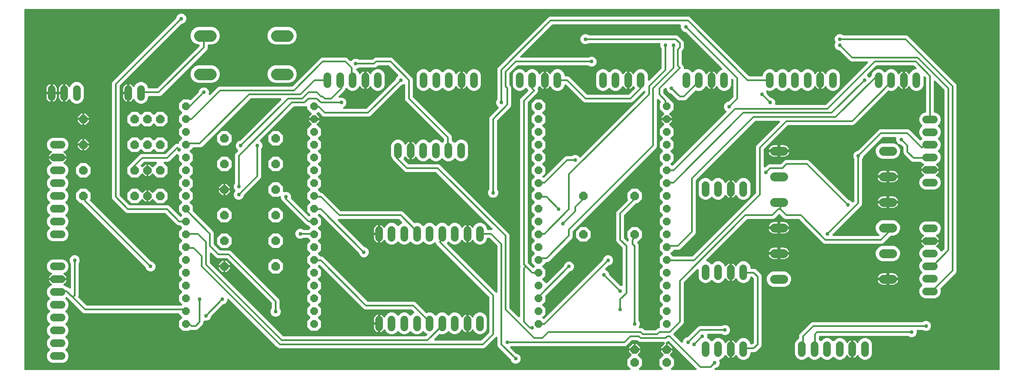
<source format=gbr>
G04 EAGLE Gerber RS-274X export*
G75*
%MOMM*%
%FSLAX34Y34*%
%LPD*%
%INBottom Copper*%
%IPPOS*%
%AMOC8*
5,1,8,0,0,1.08239X$1,22.5*%
G01*
%ADD10C,2.247900*%
%ADD11C,1.524000*%
%ADD12P,1.632244X8X22.500000*%
%ADD13C,1.790700*%
%ADD14P,1.814519X8X22.500000*%
%ADD15P,1.814519X8X202.500000*%
%ADD16P,1.814519X8X112.500000*%
%ADD17C,0.304800*%
%ADD18C,0.756400*%

G36*
X1209068Y10162D02*
X1209068Y10162D01*
X1209077Y10161D01*
X1209271Y10182D01*
X1209460Y10201D01*
X1209468Y10203D01*
X1209477Y10204D01*
X1209661Y10262D01*
X1209845Y10319D01*
X1209853Y10323D01*
X1209861Y10326D01*
X1210030Y10419D01*
X1210199Y10511D01*
X1210206Y10516D01*
X1210214Y10521D01*
X1210361Y10645D01*
X1210508Y10768D01*
X1210514Y10775D01*
X1210521Y10781D01*
X1210640Y10932D01*
X1210761Y11082D01*
X1210765Y11090D01*
X1210770Y11097D01*
X1210858Y11270D01*
X1210946Y11439D01*
X1210949Y11448D01*
X1210953Y11456D01*
X1211005Y11642D01*
X1211057Y11826D01*
X1211058Y11835D01*
X1211061Y11844D01*
X1211075Y12037D01*
X1211090Y12228D01*
X1211089Y12236D01*
X1211090Y12245D01*
X1211066Y12438D01*
X1211043Y12627D01*
X1211041Y12636D01*
X1211040Y12645D01*
X1210978Y12828D01*
X1210919Y13010D01*
X1210914Y13018D01*
X1210911Y13026D01*
X1210815Y13193D01*
X1210721Y13361D01*
X1210715Y13368D01*
X1210710Y13375D01*
X1210496Y13628D01*
X1204721Y19403D01*
X1204721Y31397D01*
X1212502Y39178D01*
X1212513Y39192D01*
X1212527Y39203D01*
X1212641Y39348D01*
X1212757Y39490D01*
X1212766Y39505D01*
X1212777Y39519D01*
X1212860Y39683D01*
X1212946Y39845D01*
X1212951Y39862D01*
X1212959Y39878D01*
X1213008Y40056D01*
X1213061Y40231D01*
X1213062Y40249D01*
X1213067Y40266D01*
X1213080Y40449D01*
X1213097Y40632D01*
X1213095Y40650D01*
X1213096Y40668D01*
X1213073Y40850D01*
X1213054Y41032D01*
X1213048Y41050D01*
X1213046Y41067D01*
X1212988Y41241D01*
X1212932Y41416D01*
X1212923Y41432D01*
X1212918Y41449D01*
X1212826Y41608D01*
X1212737Y41769D01*
X1212726Y41782D01*
X1212717Y41798D01*
X1212502Y42051D01*
X1208277Y46276D01*
X1208277Y48769D01*
X1219200Y48769D01*
X1230123Y48769D01*
X1230123Y46276D01*
X1225898Y42051D01*
X1225887Y42037D01*
X1225873Y42025D01*
X1225759Y41881D01*
X1225643Y41739D01*
X1225634Y41724D01*
X1225623Y41709D01*
X1225540Y41545D01*
X1225454Y41384D01*
X1225449Y41367D01*
X1225441Y41351D01*
X1225391Y41172D01*
X1225339Y40998D01*
X1225338Y40980D01*
X1225333Y40963D01*
X1225320Y40779D01*
X1225303Y40597D01*
X1225305Y40579D01*
X1225304Y40561D01*
X1225327Y40379D01*
X1225346Y40196D01*
X1225352Y40179D01*
X1225354Y40162D01*
X1225412Y39988D01*
X1225468Y39813D01*
X1225477Y39797D01*
X1225482Y39780D01*
X1225574Y39621D01*
X1225663Y39460D01*
X1225674Y39447D01*
X1225683Y39431D01*
X1225898Y39178D01*
X1233679Y31397D01*
X1233679Y19403D01*
X1227904Y13628D01*
X1227899Y13621D01*
X1227892Y13616D01*
X1227771Y13466D01*
X1227649Y13317D01*
X1227645Y13309D01*
X1227639Y13302D01*
X1227551Y13132D01*
X1227461Y12961D01*
X1227458Y12952D01*
X1227454Y12945D01*
X1227401Y12760D01*
X1227346Y12575D01*
X1227345Y12566D01*
X1227343Y12558D01*
X1227327Y12366D01*
X1227309Y12174D01*
X1227310Y12165D01*
X1227310Y12156D01*
X1227332Y11967D01*
X1227353Y11774D01*
X1227356Y11765D01*
X1227357Y11757D01*
X1227416Y11575D01*
X1227474Y11390D01*
X1227479Y11382D01*
X1227481Y11374D01*
X1227576Y11205D01*
X1227669Y11038D01*
X1227675Y11031D01*
X1227679Y11023D01*
X1227805Y10877D01*
X1227930Y10731D01*
X1227937Y10725D01*
X1227942Y10718D01*
X1228094Y10601D01*
X1228246Y10481D01*
X1228254Y10477D01*
X1228261Y10472D01*
X1228433Y10386D01*
X1228604Y10299D01*
X1228613Y10296D01*
X1228621Y10292D01*
X1228808Y10242D01*
X1228992Y10191D01*
X1229001Y10190D01*
X1229010Y10188D01*
X1229341Y10161D01*
X1272559Y10161D01*
X1272568Y10162D01*
X1272577Y10161D01*
X1272771Y10182D01*
X1272960Y10201D01*
X1272968Y10203D01*
X1272977Y10204D01*
X1273161Y10262D01*
X1273345Y10319D01*
X1273353Y10323D01*
X1273361Y10326D01*
X1273530Y10419D01*
X1273699Y10511D01*
X1273706Y10516D01*
X1273714Y10521D01*
X1273861Y10645D01*
X1274008Y10768D01*
X1274014Y10775D01*
X1274021Y10781D01*
X1274140Y10932D01*
X1274261Y11082D01*
X1274265Y11090D01*
X1274270Y11097D01*
X1274358Y11270D01*
X1274446Y11439D01*
X1274449Y11448D01*
X1274453Y11456D01*
X1274505Y11642D01*
X1274557Y11826D01*
X1274558Y11835D01*
X1274561Y11844D01*
X1274575Y12037D01*
X1274590Y12228D01*
X1274589Y12236D01*
X1274590Y12245D01*
X1274566Y12438D01*
X1274543Y12627D01*
X1274541Y12636D01*
X1274540Y12645D01*
X1274478Y12828D01*
X1274419Y13010D01*
X1274414Y13018D01*
X1274411Y13026D01*
X1274315Y13193D01*
X1274221Y13361D01*
X1274215Y13368D01*
X1274210Y13375D01*
X1273996Y13628D01*
X1268221Y19403D01*
X1268221Y31397D01*
X1276002Y39178D01*
X1276013Y39192D01*
X1276027Y39203D01*
X1276141Y39348D01*
X1276257Y39490D01*
X1276266Y39505D01*
X1276277Y39519D01*
X1276360Y39683D01*
X1276446Y39845D01*
X1276451Y39862D01*
X1276459Y39878D01*
X1276508Y40056D01*
X1276561Y40231D01*
X1276562Y40249D01*
X1276567Y40266D01*
X1276580Y40449D01*
X1276597Y40632D01*
X1276595Y40650D01*
X1276596Y40668D01*
X1276573Y40850D01*
X1276554Y41032D01*
X1276548Y41050D01*
X1276546Y41067D01*
X1276488Y41241D01*
X1276432Y41416D01*
X1276423Y41432D01*
X1276418Y41449D01*
X1276326Y41608D01*
X1276237Y41769D01*
X1276226Y41782D01*
X1276217Y41798D01*
X1276002Y42051D01*
X1271777Y46276D01*
X1271777Y48769D01*
X1282700Y48769D01*
X1293623Y48769D01*
X1293623Y46276D01*
X1289398Y42051D01*
X1289387Y42037D01*
X1289373Y42025D01*
X1289259Y41881D01*
X1289143Y41739D01*
X1289134Y41724D01*
X1289123Y41709D01*
X1289040Y41545D01*
X1288954Y41384D01*
X1288949Y41367D01*
X1288941Y41351D01*
X1288891Y41172D01*
X1288839Y40998D01*
X1288838Y40980D01*
X1288833Y40963D01*
X1288820Y40779D01*
X1288803Y40597D01*
X1288805Y40579D01*
X1288804Y40561D01*
X1288827Y40379D01*
X1288846Y40196D01*
X1288852Y40179D01*
X1288854Y40162D01*
X1288912Y39988D01*
X1288968Y39813D01*
X1288977Y39797D01*
X1288982Y39780D01*
X1289074Y39621D01*
X1289163Y39460D01*
X1289174Y39447D01*
X1289183Y39431D01*
X1289398Y39178D01*
X1297179Y31397D01*
X1297179Y19403D01*
X1291404Y13628D01*
X1291399Y13621D01*
X1291392Y13616D01*
X1291271Y13466D01*
X1291149Y13317D01*
X1291145Y13309D01*
X1291139Y13302D01*
X1291051Y13132D01*
X1290961Y12961D01*
X1290958Y12952D01*
X1290954Y12945D01*
X1290901Y12760D01*
X1290846Y12575D01*
X1290845Y12566D01*
X1290843Y12558D01*
X1290827Y12366D01*
X1290809Y12174D01*
X1290810Y12165D01*
X1290810Y12156D01*
X1290832Y11967D01*
X1290853Y11774D01*
X1290856Y11765D01*
X1290857Y11757D01*
X1290916Y11575D01*
X1290974Y11390D01*
X1290979Y11382D01*
X1290981Y11374D01*
X1291076Y11205D01*
X1291169Y11038D01*
X1291175Y11031D01*
X1291179Y11023D01*
X1291305Y10877D01*
X1291430Y10731D01*
X1291437Y10725D01*
X1291442Y10718D01*
X1291594Y10601D01*
X1291746Y10481D01*
X1291754Y10477D01*
X1291761Y10472D01*
X1291933Y10386D01*
X1292104Y10299D01*
X1292113Y10296D01*
X1292121Y10292D01*
X1292308Y10242D01*
X1292492Y10191D01*
X1292501Y10190D01*
X1292510Y10188D01*
X1292841Y10161D01*
X1339662Y10161D01*
X1339671Y10162D01*
X1339680Y10161D01*
X1339873Y10182D01*
X1340063Y10201D01*
X1340071Y10203D01*
X1340080Y10204D01*
X1340265Y10263D01*
X1340448Y10319D01*
X1340455Y10323D01*
X1340464Y10326D01*
X1340632Y10419D01*
X1340802Y10511D01*
X1340809Y10516D01*
X1340816Y10521D01*
X1340963Y10645D01*
X1341111Y10768D01*
X1341116Y10775D01*
X1341123Y10781D01*
X1341243Y10933D01*
X1341363Y11082D01*
X1341367Y11090D01*
X1341373Y11097D01*
X1341461Y11270D01*
X1341549Y11439D01*
X1341551Y11448D01*
X1341555Y11456D01*
X1341607Y11642D01*
X1341660Y11826D01*
X1341661Y11835D01*
X1341663Y11844D01*
X1341677Y12037D01*
X1341693Y12228D01*
X1341692Y12236D01*
X1341693Y12245D01*
X1341668Y12438D01*
X1341646Y12627D01*
X1341643Y12636D01*
X1341642Y12645D01*
X1341581Y12827D01*
X1341521Y13010D01*
X1341517Y13018D01*
X1341514Y13026D01*
X1341418Y13193D01*
X1341323Y13361D01*
X1341318Y13368D01*
X1341313Y13375D01*
X1341098Y13628D01*
X1287692Y67034D01*
X1287678Y67046D01*
X1287667Y67059D01*
X1287523Y67173D01*
X1287381Y67289D01*
X1287365Y67298D01*
X1287351Y67309D01*
X1287187Y67392D01*
X1287025Y67478D01*
X1287008Y67483D01*
X1286992Y67491D01*
X1286815Y67540D01*
X1286639Y67593D01*
X1286621Y67594D01*
X1286604Y67599D01*
X1286421Y67613D01*
X1286238Y67629D01*
X1286220Y67627D01*
X1286203Y67629D01*
X1286021Y67606D01*
X1285838Y67586D01*
X1285821Y67580D01*
X1285803Y67578D01*
X1285630Y67520D01*
X1285454Y67464D01*
X1285438Y67456D01*
X1285422Y67450D01*
X1285262Y67358D01*
X1285102Y67269D01*
X1285088Y67258D01*
X1285073Y67249D01*
X1284820Y67034D01*
X1284477Y66691D01*
X1281916Y65631D01*
X1281912Y65629D01*
X1281907Y65627D01*
X1281733Y65533D01*
X1281561Y65440D01*
X1281557Y65438D01*
X1281553Y65435D01*
X1281405Y65311D01*
X1281250Y65184D01*
X1281248Y65181D01*
X1281244Y65178D01*
X1281121Y65025D01*
X1280997Y64871D01*
X1280995Y64867D01*
X1280992Y64864D01*
X1280901Y64689D01*
X1280810Y64515D01*
X1280808Y64511D01*
X1280806Y64507D01*
X1280751Y64315D01*
X1280697Y64128D01*
X1280696Y64124D01*
X1280695Y64120D01*
X1280678Y63916D01*
X1280662Y63727D01*
X1280662Y63723D01*
X1280662Y63718D01*
X1280669Y63663D01*
X1280669Y52831D01*
X1271777Y52831D01*
X1271777Y55324D01*
X1278517Y62064D01*
X1278522Y62071D01*
X1278529Y62076D01*
X1278649Y62226D01*
X1278772Y62375D01*
X1278776Y62383D01*
X1278782Y62390D01*
X1278870Y62560D01*
X1278960Y62731D01*
X1278963Y62740D01*
X1278967Y62747D01*
X1279020Y62932D01*
X1279075Y63117D01*
X1279076Y63126D01*
X1279078Y63134D01*
X1279094Y63326D01*
X1279112Y63518D01*
X1279111Y63527D01*
X1279111Y63536D01*
X1279089Y63725D01*
X1279068Y63918D01*
X1279065Y63927D01*
X1279064Y63935D01*
X1279005Y64117D01*
X1278947Y64302D01*
X1278942Y64310D01*
X1278940Y64318D01*
X1278845Y64487D01*
X1278752Y64654D01*
X1278746Y64661D01*
X1278742Y64669D01*
X1278616Y64815D01*
X1278491Y64961D01*
X1278484Y64967D01*
X1278478Y64974D01*
X1278327Y65091D01*
X1278175Y65211D01*
X1278167Y65215D01*
X1278160Y65220D01*
X1277988Y65306D01*
X1277816Y65393D01*
X1277808Y65396D01*
X1277800Y65400D01*
X1277613Y65450D01*
X1277429Y65501D01*
X1277420Y65502D01*
X1277411Y65504D01*
X1277080Y65531D01*
X1229876Y65531D01*
X1227075Y66691D01*
X1224766Y69000D01*
X1224746Y69017D01*
X1224728Y69038D01*
X1224590Y69145D01*
X1224455Y69255D01*
X1224431Y69268D01*
X1224410Y69284D01*
X1224253Y69362D01*
X1224099Y69444D01*
X1224074Y69452D01*
X1224050Y69464D01*
X1223880Y69509D01*
X1223713Y69559D01*
X1223687Y69561D01*
X1223661Y69568D01*
X1223330Y69595D01*
X1215070Y69595D01*
X1215043Y69593D01*
X1215017Y69595D01*
X1214843Y69573D01*
X1214669Y69555D01*
X1214644Y69548D01*
X1214617Y69544D01*
X1214452Y69489D01*
X1214284Y69437D01*
X1214261Y69424D01*
X1214236Y69416D01*
X1214084Y69329D01*
X1213930Y69245D01*
X1213910Y69228D01*
X1213887Y69215D01*
X1213634Y69000D01*
X1203197Y58563D01*
X1200396Y57403D01*
X974423Y57403D01*
X974397Y57401D01*
X974370Y57403D01*
X974197Y57381D01*
X974023Y57363D01*
X973997Y57356D01*
X973971Y57352D01*
X973805Y57297D01*
X973638Y57245D01*
X973614Y57233D01*
X973589Y57224D01*
X973438Y57137D01*
X973284Y57053D01*
X973263Y57037D01*
X973240Y57023D01*
X972987Y56809D01*
X972915Y56736D01*
X972903Y56722D01*
X972889Y56710D01*
X972776Y56566D01*
X972659Y56425D01*
X972651Y56409D01*
X972640Y56394D01*
X972557Y56230D01*
X972471Y56069D01*
X972466Y56052D01*
X972457Y56035D01*
X972408Y55858D01*
X972356Y55683D01*
X972354Y55665D01*
X972349Y55648D01*
X972336Y55464D01*
X972319Y55282D01*
X972321Y55264D01*
X972320Y55246D01*
X972343Y55063D01*
X972363Y54882D01*
X972368Y54865D01*
X972370Y54847D01*
X972429Y54673D01*
X972484Y54498D01*
X972493Y54482D01*
X972499Y54465D01*
X972590Y54306D01*
X972679Y54145D01*
X972691Y54132D01*
X972700Y54116D01*
X972914Y53863D01*
X983792Y42986D01*
X983812Y42969D01*
X983830Y42948D01*
X983968Y42841D01*
X984103Y42731D01*
X984127Y42718D01*
X984148Y42702D01*
X984305Y42624D01*
X984459Y42542D01*
X984484Y42534D01*
X984508Y42522D01*
X984678Y42477D01*
X984845Y42427D01*
X984871Y42425D01*
X984897Y42418D01*
X985228Y42391D01*
X985453Y42391D01*
X989084Y40887D01*
X991863Y38108D01*
X993367Y34477D01*
X993367Y30547D01*
X991863Y26916D01*
X989084Y24137D01*
X985453Y22633D01*
X981523Y22633D01*
X977892Y24137D01*
X975113Y26916D01*
X973609Y30547D01*
X973609Y30772D01*
X973607Y30799D01*
X973609Y30825D01*
X973587Y30999D01*
X973569Y31173D01*
X973562Y31198D01*
X973558Y31225D01*
X973503Y31390D01*
X973451Y31558D01*
X973438Y31581D01*
X973430Y31606D01*
X973343Y31758D01*
X973259Y31912D01*
X973242Y31932D01*
X973229Y31955D01*
X973014Y32208D01*
X948579Y56643D01*
X947419Y59444D01*
X947419Y74234D01*
X947418Y74243D01*
X947419Y74252D01*
X947398Y74444D01*
X947379Y74635D01*
X947377Y74643D01*
X947376Y74652D01*
X947318Y74834D01*
X947261Y75020D01*
X947257Y75028D01*
X947254Y75036D01*
X947162Y75203D01*
X947069Y75374D01*
X947064Y75380D01*
X947059Y75388D01*
X946934Y75536D01*
X946812Y75683D01*
X946805Y75688D01*
X946799Y75695D01*
X946648Y75815D01*
X946498Y75935D01*
X946490Y75939D01*
X946483Y75945D01*
X946312Y76032D01*
X946141Y76121D01*
X946132Y76123D01*
X946124Y76127D01*
X945939Y76179D01*
X945754Y76232D01*
X945745Y76233D01*
X945736Y76235D01*
X945544Y76249D01*
X945352Y76265D01*
X945344Y76264D01*
X945335Y76265D01*
X945144Y76241D01*
X944953Y76218D01*
X944944Y76215D01*
X944935Y76214D01*
X944754Y76153D01*
X944570Y76093D01*
X944562Y76089D01*
X944554Y76086D01*
X944388Y75991D01*
X944219Y75895D01*
X944212Y75889D01*
X944205Y75885D01*
X943952Y75670D01*
X942815Y74534D01*
X922781Y54499D01*
X919980Y53339D01*
X514612Y53339D01*
X511811Y54499D01*
X509382Y56929D01*
X415682Y150628D01*
X415675Y150634D01*
X415670Y150641D01*
X415520Y150761D01*
X415371Y150883D01*
X415363Y150888D01*
X415356Y150893D01*
X415185Y150982D01*
X415015Y151072D01*
X415007Y151075D01*
X414999Y151079D01*
X414813Y151132D01*
X414629Y151187D01*
X414620Y151188D01*
X414612Y151190D01*
X414420Y151206D01*
X414228Y151223D01*
X414219Y151222D01*
X414210Y151223D01*
X414021Y151201D01*
X413828Y151180D01*
X413819Y151177D01*
X413811Y151176D01*
X413629Y151117D01*
X413444Y151058D01*
X413436Y151054D01*
X413428Y151051D01*
X413259Y150956D01*
X413092Y150864D01*
X413085Y150858D01*
X413077Y150853D01*
X412930Y150726D01*
X412785Y150603D01*
X412779Y150596D01*
X412772Y150590D01*
X412655Y150439D01*
X412535Y150287D01*
X412531Y150279D01*
X412526Y150272D01*
X412440Y150100D01*
X412353Y149928D01*
X412350Y149920D01*
X412346Y149912D01*
X412296Y149725D01*
X412245Y149540D01*
X412244Y149531D01*
X412242Y149523D01*
X412215Y149192D01*
X412215Y148403D01*
X410711Y144772D01*
X407932Y141993D01*
X404301Y140489D01*
X404076Y140489D01*
X404049Y140487D01*
X404023Y140489D01*
X403849Y140467D01*
X403675Y140449D01*
X403650Y140442D01*
X403623Y140438D01*
X403458Y140383D01*
X403290Y140331D01*
X403267Y140318D01*
X403242Y140310D01*
X403090Y140223D01*
X402936Y140139D01*
X402916Y140122D01*
X402893Y140109D01*
X402640Y139894D01*
X380298Y117552D01*
X380281Y117532D01*
X380260Y117514D01*
X380153Y117376D01*
X380043Y117241D01*
X380030Y117217D01*
X380014Y117196D01*
X379936Y117039D01*
X379854Y116885D01*
X379846Y116860D01*
X379834Y116836D01*
X379789Y116666D01*
X379739Y116499D01*
X379737Y116473D01*
X379730Y116447D01*
X379703Y116116D01*
X379703Y115891D01*
X378199Y112260D01*
X375420Y109481D01*
X371789Y107977D01*
X367784Y107977D01*
X367676Y108010D01*
X367663Y108011D01*
X367650Y108015D01*
X367462Y108030D01*
X367275Y108048D01*
X367262Y108047D01*
X367248Y108048D01*
X367061Y108026D01*
X366875Y108006D01*
X366862Y108002D01*
X366849Y108001D01*
X366670Y107943D01*
X366491Y107887D01*
X366479Y107880D01*
X366466Y107876D01*
X366302Y107784D01*
X366137Y107693D01*
X366127Y107685D01*
X366115Y107678D01*
X365973Y107555D01*
X365829Y107434D01*
X365821Y107424D01*
X365810Y107415D01*
X365696Y107267D01*
X365578Y107120D01*
X365572Y107108D01*
X365564Y107097D01*
X365480Y106929D01*
X365394Y106761D01*
X365390Y106749D01*
X365384Y106736D01*
X365335Y106554D01*
X365284Y106374D01*
X365283Y106361D01*
X365280Y106348D01*
X365253Y106017D01*
X365253Y104148D01*
X364093Y101347D01*
X353821Y91075D01*
X351020Y89915D01*
X339860Y89915D01*
X339658Y89999D01*
X339636Y90006D01*
X339616Y90016D01*
X339444Y90064D01*
X339272Y90116D01*
X339250Y90118D01*
X339229Y90124D01*
X339049Y90137D01*
X338872Y90154D01*
X338849Y90151D01*
X338827Y90153D01*
X338648Y90131D01*
X338471Y90112D01*
X338450Y90105D01*
X338428Y90103D01*
X338257Y90045D01*
X338087Y89992D01*
X338067Y89982D01*
X338046Y89974D01*
X337891Y89885D01*
X337734Y89799D01*
X337716Y89785D01*
X337697Y89773D01*
X337444Y89559D01*
X335849Y87963D01*
X324551Y87963D01*
X316563Y95951D01*
X316563Y107249D01*
X322178Y112864D01*
X322190Y112878D01*
X322203Y112889D01*
X322317Y113033D01*
X322434Y113175D01*
X322442Y113191D01*
X322453Y113205D01*
X322537Y113369D01*
X322622Y113531D01*
X322627Y113548D01*
X322635Y113564D01*
X322685Y113741D01*
X322737Y113917D01*
X322739Y113935D01*
X322743Y113952D01*
X322757Y114135D01*
X322773Y114318D01*
X322771Y114336D01*
X322773Y114353D01*
X322750Y114535D01*
X322730Y114718D01*
X322725Y114735D01*
X322722Y114753D01*
X322664Y114927D01*
X322608Y115102D01*
X322600Y115118D01*
X322594Y115134D01*
X322502Y115294D01*
X322414Y115454D01*
X322402Y115468D01*
X322393Y115483D01*
X322178Y115736D01*
X316082Y121832D01*
X316062Y121849D01*
X316044Y121870D01*
X315906Y121977D01*
X315771Y122087D01*
X315747Y122100D01*
X315726Y122116D01*
X315569Y122194D01*
X315415Y122276D01*
X315390Y122284D01*
X315366Y122296D01*
X315196Y122341D01*
X315029Y122391D01*
X315003Y122393D01*
X314977Y122400D01*
X314646Y122427D01*
X128532Y122427D01*
X125731Y123587D01*
X98918Y150401D01*
X95155Y154164D01*
X95141Y154175D01*
X95129Y154189D01*
X94986Y154302D01*
X94843Y154419D01*
X94828Y154427D01*
X94813Y154438D01*
X94649Y154522D01*
X94488Y154608D01*
X94471Y154613D01*
X94455Y154621D01*
X94278Y154670D01*
X94102Y154722D01*
X94084Y154724D01*
X94067Y154729D01*
X93884Y154742D01*
X93701Y154759D01*
X93683Y154757D01*
X93665Y154758D01*
X93483Y154735D01*
X93300Y154715D01*
X93283Y154710D01*
X93266Y154708D01*
X93092Y154649D01*
X92917Y154594D01*
X92901Y154585D01*
X92884Y154579D01*
X92725Y154488D01*
X92564Y154399D01*
X92551Y154387D01*
X92535Y154378D01*
X92282Y154164D01*
X91955Y153836D01*
X91943Y153822D01*
X91930Y153811D01*
X91816Y153667D01*
X91700Y153525D01*
X91691Y153509D01*
X91680Y153495D01*
X91597Y153332D01*
X91511Y153169D01*
X91506Y153152D01*
X91498Y153136D01*
X91448Y152959D01*
X91396Y152783D01*
X91395Y152765D01*
X91390Y152748D01*
X91376Y152564D01*
X91360Y152382D01*
X91362Y152365D01*
X91360Y152347D01*
X91384Y152163D01*
X91403Y151982D01*
X91409Y151965D01*
X91411Y151947D01*
X91470Y151772D01*
X91525Y151598D01*
X91533Y151582D01*
X91539Y151566D01*
X91631Y151406D01*
X91720Y151246D01*
X91731Y151232D01*
X91740Y151217D01*
X91955Y150964D01*
X95448Y147470D01*
X97537Y142428D01*
X97537Y136972D01*
X95448Y131930D01*
X91955Y128436D01*
X91943Y128422D01*
X91930Y128411D01*
X91816Y128267D01*
X91700Y128125D01*
X91691Y128109D01*
X91680Y128095D01*
X91597Y127931D01*
X91511Y127769D01*
X91506Y127752D01*
X91498Y127736D01*
X91448Y127559D01*
X91396Y127383D01*
X91395Y127365D01*
X91390Y127348D01*
X91376Y127165D01*
X91360Y126982D01*
X91362Y126964D01*
X91360Y126947D01*
X91383Y126765D01*
X91403Y126582D01*
X91409Y126565D01*
X91411Y126547D01*
X91469Y126373D01*
X91525Y126198D01*
X91533Y126182D01*
X91539Y126166D01*
X91631Y126006D01*
X91720Y125846D01*
X91731Y125832D01*
X91740Y125817D01*
X91955Y125564D01*
X95448Y122070D01*
X97537Y117028D01*
X97537Y111572D01*
X95448Y106530D01*
X91955Y103036D01*
X91943Y103022D01*
X91930Y103011D01*
X91816Y102867D01*
X91700Y102725D01*
X91691Y102709D01*
X91680Y102695D01*
X91597Y102531D01*
X91511Y102369D01*
X91506Y102352D01*
X91498Y102336D01*
X91448Y102159D01*
X91396Y101983D01*
X91395Y101965D01*
X91390Y101948D01*
X91376Y101764D01*
X91360Y101582D01*
X91362Y101564D01*
X91360Y101547D01*
X91383Y101365D01*
X91403Y101182D01*
X91409Y101165D01*
X91411Y101147D01*
X91469Y100973D01*
X91525Y100798D01*
X91533Y100782D01*
X91539Y100766D01*
X91631Y100606D01*
X91720Y100446D01*
X91731Y100432D01*
X91740Y100417D01*
X91955Y100164D01*
X95448Y96670D01*
X97537Y91628D01*
X97537Y86172D01*
X95448Y81130D01*
X91955Y77636D01*
X91943Y77622D01*
X91930Y77611D01*
X91816Y77467D01*
X91700Y77325D01*
X91691Y77309D01*
X91680Y77295D01*
X91597Y77131D01*
X91511Y76969D01*
X91506Y76952D01*
X91498Y76936D01*
X91448Y76759D01*
X91396Y76583D01*
X91395Y76565D01*
X91390Y76548D01*
X91376Y76365D01*
X91360Y76182D01*
X91362Y76164D01*
X91360Y76147D01*
X91383Y75965D01*
X91403Y75782D01*
X91409Y75765D01*
X91411Y75747D01*
X91469Y75573D01*
X91525Y75398D01*
X91533Y75382D01*
X91539Y75366D01*
X91631Y75206D01*
X91720Y75046D01*
X91731Y75032D01*
X91740Y75017D01*
X91955Y74764D01*
X95448Y71270D01*
X97537Y66228D01*
X97537Y60772D01*
X95448Y55730D01*
X91955Y52236D01*
X91943Y52223D01*
X91930Y52211D01*
X91816Y52067D01*
X91700Y51925D01*
X91691Y51909D01*
X91680Y51895D01*
X91597Y51731D01*
X91511Y51569D01*
X91506Y51552D01*
X91498Y51536D01*
X91448Y51359D01*
X91396Y51183D01*
X91395Y51165D01*
X91390Y51148D01*
X91376Y50965D01*
X91360Y50782D01*
X91362Y50764D01*
X91360Y50747D01*
X91384Y50564D01*
X91403Y50382D01*
X91409Y50365D01*
X91411Y50347D01*
X91469Y50174D01*
X91525Y49998D01*
X91533Y49982D01*
X91539Y49966D01*
X91631Y49806D01*
X91720Y49646D01*
X91731Y49632D01*
X91740Y49617D01*
X91955Y49364D01*
X95448Y45870D01*
X97537Y40828D01*
X97537Y35372D01*
X95448Y30330D01*
X91590Y26472D01*
X86548Y24383D01*
X65852Y24383D01*
X60810Y26472D01*
X56952Y30330D01*
X54863Y35372D01*
X54863Y40828D01*
X56952Y45870D01*
X60445Y49364D01*
X60457Y49378D01*
X60470Y49389D01*
X60584Y49533D01*
X60700Y49675D01*
X60709Y49691D01*
X60720Y49705D01*
X60803Y49869D01*
X60889Y50031D01*
X60894Y50048D01*
X60902Y50064D01*
X60952Y50241D01*
X61004Y50417D01*
X61005Y50435D01*
X61010Y50452D01*
X61024Y50635D01*
X61040Y50818D01*
X61038Y50836D01*
X61040Y50853D01*
X61017Y51035D01*
X60997Y51218D01*
X60991Y51235D01*
X60989Y51253D01*
X60931Y51427D01*
X60875Y51602D01*
X60867Y51618D01*
X60861Y51634D01*
X60769Y51794D01*
X60680Y51954D01*
X60669Y51968D01*
X60660Y51983D01*
X60445Y52236D01*
X56952Y55730D01*
X54863Y60772D01*
X54863Y66228D01*
X56952Y71270D01*
X60445Y74764D01*
X60457Y74777D01*
X60470Y74789D01*
X60584Y74933D01*
X60700Y75075D01*
X60709Y75091D01*
X60720Y75105D01*
X60803Y75269D01*
X60889Y75431D01*
X60894Y75448D01*
X60902Y75464D01*
X60952Y75641D01*
X61004Y75817D01*
X61005Y75835D01*
X61010Y75852D01*
X61024Y76035D01*
X61040Y76218D01*
X61038Y76236D01*
X61040Y76253D01*
X61017Y76435D01*
X60997Y76618D01*
X60991Y76635D01*
X60989Y76653D01*
X60931Y76826D01*
X60875Y77002D01*
X60867Y77018D01*
X60861Y77034D01*
X60769Y77194D01*
X60680Y77354D01*
X60669Y77368D01*
X60660Y77383D01*
X60445Y77636D01*
X56952Y81130D01*
X54863Y86172D01*
X54863Y91628D01*
X56952Y96670D01*
X60445Y100164D01*
X60457Y100177D01*
X60470Y100189D01*
X60584Y100333D01*
X60700Y100475D01*
X60709Y100491D01*
X60720Y100505D01*
X60803Y100668D01*
X60889Y100831D01*
X60894Y100848D01*
X60902Y100864D01*
X60952Y101041D01*
X61004Y101217D01*
X61005Y101235D01*
X61010Y101252D01*
X61024Y101435D01*
X61040Y101618D01*
X61038Y101636D01*
X61040Y101653D01*
X61017Y101835D01*
X60997Y102018D01*
X60991Y102035D01*
X60989Y102053D01*
X60931Y102226D01*
X60875Y102402D01*
X60867Y102418D01*
X60861Y102434D01*
X60769Y102594D01*
X60680Y102754D01*
X60669Y102768D01*
X60660Y102783D01*
X60445Y103036D01*
X56952Y106530D01*
X54863Y111572D01*
X54863Y117028D01*
X56952Y122070D01*
X60445Y125564D01*
X60457Y125577D01*
X60470Y125589D01*
X60584Y125733D01*
X60700Y125875D01*
X60709Y125891D01*
X60720Y125905D01*
X60803Y126069D01*
X60889Y126231D01*
X60894Y126248D01*
X60902Y126264D01*
X60952Y126441D01*
X61004Y126617D01*
X61005Y126635D01*
X61010Y126652D01*
X61024Y126835D01*
X61040Y127018D01*
X61038Y127036D01*
X61040Y127053D01*
X61017Y127235D01*
X60997Y127418D01*
X60991Y127435D01*
X60989Y127453D01*
X60931Y127626D01*
X60875Y127802D01*
X60867Y127818D01*
X60861Y127834D01*
X60769Y127994D01*
X60680Y128154D01*
X60669Y128168D01*
X60660Y128183D01*
X60445Y128436D01*
X56952Y131930D01*
X54863Y136972D01*
X54863Y142428D01*
X56952Y147470D01*
X60445Y150964D01*
X60457Y150977D01*
X60470Y150989D01*
X60584Y151133D01*
X60700Y151275D01*
X60709Y151291D01*
X60720Y151305D01*
X60803Y151469D01*
X60889Y151631D01*
X60894Y151648D01*
X60902Y151664D01*
X60952Y151841D01*
X61004Y152017D01*
X61005Y152035D01*
X61010Y152052D01*
X61024Y152235D01*
X61040Y152418D01*
X61038Y152436D01*
X61040Y152453D01*
X61017Y152635D01*
X60997Y152818D01*
X60991Y152835D01*
X60989Y152853D01*
X60931Y153026D01*
X60875Y153202D01*
X60867Y153218D01*
X60861Y153234D01*
X60769Y153394D01*
X60680Y153554D01*
X60669Y153568D01*
X60660Y153583D01*
X60445Y153836D01*
X56952Y157330D01*
X54863Y162372D01*
X54863Y167828D01*
X56952Y172870D01*
X60810Y176728D01*
X63589Y177879D01*
X63704Y177941D01*
X63823Y177995D01*
X63881Y178036D01*
X63943Y178070D01*
X64044Y178153D01*
X64151Y178229D01*
X64199Y178281D01*
X64254Y178326D01*
X64336Y178428D01*
X64425Y178523D01*
X64463Y178584D01*
X64507Y178639D01*
X64568Y178754D01*
X64637Y178866D01*
X64662Y178932D01*
X64695Y178995D01*
X64731Y179121D01*
X64777Y179243D01*
X64788Y179313D01*
X64808Y179382D01*
X64819Y179512D01*
X64839Y179641D01*
X64836Y179712D01*
X64842Y179783D01*
X64828Y179912D01*
X64822Y180043D01*
X64805Y180112D01*
X64797Y180183D01*
X64757Y180307D01*
X64726Y180434D01*
X64696Y180498D01*
X64674Y180566D01*
X64610Y180680D01*
X64555Y180799D01*
X64512Y180856D01*
X64478Y180918D01*
X64393Y181017D01*
X64315Y181122D01*
X64262Y181169D01*
X64216Y181223D01*
X64113Y181304D01*
X64016Y181392D01*
X63946Y181435D01*
X63899Y181472D01*
X63831Y181506D01*
X63733Y181566D01*
X63255Y181810D01*
X61961Y182750D01*
X60830Y183881D01*
X59890Y185175D01*
X59164Y186600D01*
X58721Y187961D01*
X75692Y187961D01*
X75710Y187962D01*
X75727Y187961D01*
X75910Y187982D01*
X76092Y188001D01*
X76109Y188006D01*
X76127Y188008D01*
X76205Y188033D01*
X76342Y187994D01*
X76360Y187992D01*
X76377Y187988D01*
X76708Y187961D01*
X93679Y187961D01*
X93236Y186600D01*
X92510Y185175D01*
X91570Y183881D01*
X90439Y182750D01*
X89145Y181810D01*
X88667Y181566D01*
X88556Y181495D01*
X88442Y181432D01*
X88388Y181387D01*
X88328Y181348D01*
X88234Y181257D01*
X88134Y181173D01*
X88089Y181118D01*
X88038Y181068D01*
X87964Y180961D01*
X87883Y180859D01*
X87850Y180795D01*
X87810Y180737D01*
X87759Y180617D01*
X87699Y180500D01*
X87680Y180432D01*
X87652Y180367D01*
X87625Y180239D01*
X87589Y180113D01*
X87584Y180042D01*
X87569Y179973D01*
X87568Y179842D01*
X87558Y179712D01*
X87567Y179641D01*
X87566Y179570D01*
X87591Y179442D01*
X87607Y179312D01*
X87629Y179244D01*
X87642Y179175D01*
X87692Y179054D01*
X87733Y178930D01*
X87768Y178868D01*
X87795Y178802D01*
X87868Y178693D01*
X87933Y178580D01*
X87979Y178526D01*
X88019Y178467D01*
X88111Y178375D01*
X88197Y178276D01*
X88253Y178233D01*
X88304Y178183D01*
X88413Y178111D01*
X88516Y178031D01*
X88589Y177993D01*
X88639Y177960D01*
X88710Y177932D01*
X88811Y177879D01*
X91590Y176728D01*
X93479Y174840D01*
X93499Y174823D01*
X93517Y174802D01*
X93655Y174695D01*
X93790Y174585D01*
X93814Y174572D01*
X93835Y174556D01*
X93992Y174478D01*
X94146Y174396D01*
X94171Y174388D01*
X94196Y174376D01*
X94365Y174331D01*
X94532Y174281D01*
X94558Y174279D01*
X94584Y174272D01*
X94915Y174245D01*
X94988Y174245D01*
X97789Y173085D01*
X98640Y172234D01*
X98647Y172228D01*
X98652Y172221D01*
X98802Y172101D01*
X98951Y171979D01*
X98959Y171974D01*
X98966Y171969D01*
X99136Y171880D01*
X99307Y171790D01*
X99316Y171787D01*
X99323Y171783D01*
X99508Y171730D01*
X99693Y171675D01*
X99702Y171674D01*
X99710Y171672D01*
X99901Y171656D01*
X100094Y171639D01*
X100103Y171640D01*
X100112Y171639D01*
X100301Y171661D01*
X100494Y171682D01*
X100503Y171685D01*
X100511Y171686D01*
X100693Y171745D01*
X100878Y171804D01*
X100886Y171808D01*
X100894Y171811D01*
X101061Y171905D01*
X101230Y171998D01*
X101237Y172004D01*
X101245Y172009D01*
X101390Y172134D01*
X101537Y172259D01*
X101543Y172266D01*
X101550Y172272D01*
X101667Y172423D01*
X101787Y172575D01*
X101791Y172583D01*
X101796Y172590D01*
X101882Y172762D01*
X101969Y172934D01*
X101972Y172942D01*
X101976Y172950D01*
X102025Y173136D01*
X102077Y173322D01*
X102078Y173331D01*
X102080Y173339D01*
X102107Y173670D01*
X102107Y220393D01*
X102105Y220419D01*
X102107Y220446D01*
X102085Y220620D01*
X102067Y220793D01*
X102060Y220819D01*
X102056Y220845D01*
X102001Y221011D01*
X101949Y221178D01*
X101936Y221202D01*
X101928Y221227D01*
X101841Y221379D01*
X101757Y221532D01*
X101740Y221553D01*
X101727Y221576D01*
X101512Y221829D01*
X101353Y221988D01*
X99849Y225619D01*
X99849Y229549D01*
X101353Y233180D01*
X104132Y235959D01*
X107763Y237463D01*
X111693Y237463D01*
X115324Y235959D01*
X118103Y233180D01*
X119607Y229549D01*
X119607Y225619D01*
X118103Y221988D01*
X117944Y221829D01*
X117927Y221808D01*
X117906Y221791D01*
X117799Y221653D01*
X117689Y221518D01*
X117676Y221494D01*
X117660Y221473D01*
X117582Y221316D01*
X117500Y221162D01*
X117492Y221136D01*
X117480Y221112D01*
X117435Y220943D01*
X117385Y220776D01*
X117383Y220749D01*
X117376Y220723D01*
X117349Y220393D01*
X117349Y156980D01*
X116856Y155791D01*
X116850Y155769D01*
X116839Y155749D01*
X116791Y155577D01*
X116740Y155405D01*
X116737Y155383D01*
X116731Y155362D01*
X116718Y155182D01*
X116701Y155004D01*
X116704Y154982D01*
X116702Y154960D01*
X116725Y154782D01*
X116743Y154604D01*
X116750Y154583D01*
X116752Y154561D01*
X116810Y154390D01*
X116863Y154220D01*
X116874Y154200D01*
X116881Y154179D01*
X116970Y154023D01*
X117056Y153866D01*
X117070Y153849D01*
X117082Y153830D01*
X117296Y153577D01*
X132610Y138264D01*
X132630Y138247D01*
X132648Y138226D01*
X132786Y138119D01*
X132921Y138009D01*
X132945Y137996D01*
X132966Y137980D01*
X133123Y137902D01*
X133277Y137820D01*
X133302Y137812D01*
X133326Y137800D01*
X133496Y137755D01*
X133663Y137705D01*
X133689Y137703D01*
X133715Y137696D01*
X134046Y137669D01*
X320742Y137669D01*
X320751Y137670D01*
X320760Y137669D01*
X320777Y137671D01*
X320795Y137669D01*
X320969Y137691D01*
X321143Y137709D01*
X321151Y137711D01*
X321160Y137712D01*
X321177Y137718D01*
X321195Y137720D01*
X321361Y137775D01*
X321528Y137827D01*
X321536Y137831D01*
X321544Y137834D01*
X321560Y137842D01*
X321577Y137848D01*
X321728Y137935D01*
X321882Y138019D01*
X321889Y138024D01*
X321896Y138029D01*
X321910Y138040D01*
X321925Y138049D01*
X322178Y138264D01*
X322184Y138271D01*
X322191Y138276D01*
X322197Y138283D01*
X322203Y138289D01*
X322317Y138433D01*
X322434Y138575D01*
X322438Y138583D01*
X322443Y138590D01*
X322447Y138598D01*
X322453Y138605D01*
X322537Y138769D01*
X322622Y138931D01*
X322625Y138940D01*
X322629Y138947D01*
X322631Y138956D01*
X322635Y138964D01*
X322685Y139141D01*
X322737Y139317D01*
X322738Y139326D01*
X322740Y139334D01*
X322741Y139343D01*
X322743Y139352D01*
X322757Y139535D01*
X322773Y139718D01*
X322772Y139727D01*
X322773Y139736D01*
X322772Y139744D01*
X322773Y139753D01*
X322750Y139935D01*
X322730Y140118D01*
X322727Y140127D01*
X322726Y140135D01*
X322723Y140144D01*
X322722Y140153D01*
X322664Y140327D01*
X322608Y140502D01*
X322604Y140510D01*
X322601Y140518D01*
X322597Y140526D01*
X322594Y140534D01*
X322502Y140694D01*
X322414Y140854D01*
X322408Y140861D01*
X322403Y140869D01*
X322398Y140875D01*
X322393Y140883D01*
X322178Y141136D01*
X316563Y146751D01*
X316563Y158049D01*
X322178Y163664D01*
X322190Y163678D01*
X322203Y163689D01*
X322317Y163833D01*
X322434Y163975D01*
X322442Y163991D01*
X322453Y164005D01*
X322537Y164169D01*
X322622Y164331D01*
X322627Y164348D01*
X322635Y164364D01*
X322685Y164541D01*
X322737Y164717D01*
X322739Y164735D01*
X322743Y164752D01*
X322757Y164935D01*
X322773Y165118D01*
X322771Y165136D01*
X322773Y165153D01*
X322750Y165335D01*
X322730Y165518D01*
X322725Y165535D01*
X322722Y165553D01*
X322664Y165727D01*
X322608Y165902D01*
X322600Y165918D01*
X322594Y165934D01*
X322502Y166094D01*
X322414Y166254D01*
X322402Y166268D01*
X322393Y166283D01*
X322178Y166536D01*
X316563Y172151D01*
X316563Y183449D01*
X322178Y189064D01*
X322190Y189078D01*
X322203Y189089D01*
X322317Y189233D01*
X322434Y189375D01*
X322442Y189391D01*
X322453Y189405D01*
X322537Y189569D01*
X322622Y189731D01*
X322627Y189748D01*
X322635Y189764D01*
X322685Y189941D01*
X322737Y190117D01*
X322739Y190135D01*
X322743Y190152D01*
X322757Y190335D01*
X322773Y190518D01*
X322771Y190536D01*
X322773Y190553D01*
X322750Y190735D01*
X322730Y190918D01*
X322725Y190935D01*
X322722Y190953D01*
X322664Y191127D01*
X322608Y191302D01*
X322600Y191318D01*
X322594Y191334D01*
X322502Y191494D01*
X322414Y191654D01*
X322402Y191668D01*
X322393Y191683D01*
X322178Y191936D01*
X316563Y197551D01*
X316563Y208849D01*
X322178Y214464D01*
X322190Y214478D01*
X322203Y214489D01*
X322317Y214633D01*
X322434Y214775D01*
X322442Y214791D01*
X322453Y214805D01*
X322537Y214969D01*
X322622Y215131D01*
X322627Y215148D01*
X322635Y215164D01*
X322685Y215341D01*
X322737Y215517D01*
X322739Y215535D01*
X322743Y215552D01*
X322757Y215734D01*
X322773Y215918D01*
X322771Y215936D01*
X322773Y215953D01*
X322750Y216135D01*
X322730Y216318D01*
X322725Y216335D01*
X322722Y216353D01*
X322664Y216527D01*
X322608Y216702D01*
X322600Y216718D01*
X322594Y216734D01*
X322502Y216894D01*
X322414Y217054D01*
X322402Y217068D01*
X322393Y217083D01*
X322178Y217336D01*
X316563Y222951D01*
X316563Y234249D01*
X322178Y239864D01*
X322190Y239878D01*
X322203Y239889D01*
X322317Y240033D01*
X322434Y240175D01*
X322442Y240191D01*
X322453Y240205D01*
X322537Y240369D01*
X322622Y240531D01*
X322627Y240548D01*
X322635Y240564D01*
X322685Y240741D01*
X322737Y240917D01*
X322739Y240935D01*
X322743Y240952D01*
X322757Y241135D01*
X322773Y241318D01*
X322771Y241336D01*
X322773Y241353D01*
X322750Y241535D01*
X322730Y241718D01*
X322725Y241735D01*
X322722Y241753D01*
X322664Y241927D01*
X322608Y242102D01*
X322600Y242118D01*
X322594Y242134D01*
X322502Y242294D01*
X322414Y242454D01*
X322402Y242468D01*
X322393Y242483D01*
X322178Y242736D01*
X316563Y248351D01*
X316563Y259649D01*
X322178Y265264D01*
X322190Y265278D01*
X322203Y265289D01*
X322317Y265433D01*
X322434Y265575D01*
X322442Y265591D01*
X322453Y265605D01*
X322537Y265769D01*
X322622Y265931D01*
X322627Y265948D01*
X322635Y265964D01*
X322685Y266141D01*
X322737Y266317D01*
X322739Y266335D01*
X322743Y266352D01*
X322757Y266535D01*
X322773Y266718D01*
X322771Y266736D01*
X322773Y266753D01*
X322750Y266935D01*
X322730Y267118D01*
X322725Y267135D01*
X322722Y267153D01*
X322664Y267327D01*
X322608Y267502D01*
X322600Y267518D01*
X322594Y267534D01*
X322502Y267694D01*
X322414Y267854D01*
X322402Y267868D01*
X322393Y267883D01*
X322178Y268136D01*
X316563Y273751D01*
X316563Y285049D01*
X322178Y290664D01*
X322190Y290678D01*
X322203Y290689D01*
X322317Y290833D01*
X322434Y290975D01*
X322442Y290991D01*
X322453Y291005D01*
X322537Y291169D01*
X322622Y291331D01*
X322627Y291348D01*
X322635Y291364D01*
X322685Y291541D01*
X322737Y291717D01*
X322739Y291735D01*
X322743Y291752D01*
X322757Y291935D01*
X322773Y292118D01*
X322771Y292136D01*
X322773Y292153D01*
X322750Y292335D01*
X322730Y292518D01*
X322725Y292535D01*
X322722Y292553D01*
X322664Y292727D01*
X322608Y292902D01*
X322600Y292918D01*
X322594Y292934D01*
X322502Y293094D01*
X322414Y293254D01*
X322402Y293268D01*
X322393Y293283D01*
X322178Y293536D01*
X319130Y296584D01*
X319110Y296601D01*
X319092Y296622D01*
X318955Y296728D01*
X318819Y296839D01*
X318795Y296852D01*
X318774Y296868D01*
X318618Y296946D01*
X318463Y297028D01*
X318438Y297036D01*
X318414Y297048D01*
X318245Y297093D01*
X318077Y297143D01*
X318051Y297145D01*
X318025Y297152D01*
X317694Y297179D01*
X315476Y297179D01*
X312675Y298339D01*
X290046Y320968D01*
X290026Y320985D01*
X290008Y321006D01*
X289870Y321113D01*
X289735Y321223D01*
X289711Y321236D01*
X289690Y321252D01*
X289533Y321330D01*
X289379Y321412D01*
X289354Y321420D01*
X289330Y321432D01*
X289160Y321477D01*
X288993Y321527D01*
X288967Y321529D01*
X288941Y321536D01*
X288610Y321563D01*
X213876Y321563D01*
X211075Y322723D01*
X184547Y349251D01*
X183387Y352052D01*
X183387Y578604D01*
X184547Y581405D01*
X310582Y707440D01*
X310599Y707460D01*
X310620Y707478D01*
X310727Y707616D01*
X310837Y707751D01*
X310850Y707775D01*
X310866Y707796D01*
X310944Y707953D01*
X311026Y708107D01*
X311034Y708132D01*
X311046Y708156D01*
X311091Y708326D01*
X311141Y708493D01*
X311143Y708519D01*
X311150Y708545D01*
X311177Y708876D01*
X311177Y709101D01*
X312681Y712732D01*
X315460Y715511D01*
X319091Y717015D01*
X323021Y717015D01*
X326652Y715511D01*
X329431Y712732D01*
X330935Y709101D01*
X330935Y705171D01*
X329431Y701540D01*
X326652Y698761D01*
X326254Y698596D01*
X323021Y697257D01*
X322796Y697257D01*
X322769Y697255D01*
X322743Y697257D01*
X322569Y697235D01*
X322395Y697217D01*
X322370Y697210D01*
X322343Y697206D01*
X322178Y697151D01*
X322010Y697099D01*
X321987Y697086D01*
X321962Y697078D01*
X321810Y696991D01*
X321656Y696907D01*
X321636Y696890D01*
X321613Y696877D01*
X321360Y696662D01*
X199224Y574526D01*
X199207Y574506D01*
X199186Y574488D01*
X199079Y574350D01*
X198969Y574215D01*
X198956Y574191D01*
X198940Y574170D01*
X198862Y574013D01*
X198780Y573859D01*
X198772Y573834D01*
X198760Y573810D01*
X198715Y573640D01*
X198665Y573473D01*
X198663Y573447D01*
X198656Y573421D01*
X198629Y573090D01*
X198629Y357566D01*
X198631Y357539D01*
X198629Y357513D01*
X198651Y357339D01*
X198669Y357165D01*
X198676Y357140D01*
X198680Y357113D01*
X198735Y356948D01*
X198787Y356780D01*
X198800Y356757D01*
X198808Y356732D01*
X198895Y356580D01*
X198979Y356426D01*
X198996Y356406D01*
X199009Y356383D01*
X199224Y356130D01*
X217954Y337400D01*
X217974Y337383D01*
X217992Y337362D01*
X218130Y337255D01*
X218265Y337145D01*
X218289Y337132D01*
X218310Y337116D01*
X218467Y337038D01*
X218621Y336956D01*
X218646Y336948D01*
X218670Y336936D01*
X218840Y336891D01*
X219007Y336841D01*
X219033Y336839D01*
X219059Y336832D01*
X219390Y336805D01*
X294124Y336805D01*
X296925Y335645D01*
X299354Y333215D01*
X317906Y314664D01*
X317920Y314652D01*
X317931Y314639D01*
X318075Y314525D01*
X318217Y314409D01*
X318233Y314400D01*
X318247Y314389D01*
X318410Y314306D01*
X318573Y314220D01*
X318590Y314215D01*
X318606Y314207D01*
X318783Y314157D01*
X318959Y314105D01*
X318977Y314103D01*
X318994Y314099D01*
X319177Y314085D01*
X319360Y314069D01*
X319378Y314071D01*
X319395Y314069D01*
X319578Y314092D01*
X319760Y314112D01*
X319777Y314117D01*
X319795Y314120D01*
X319969Y314178D01*
X320144Y314234D01*
X320160Y314242D01*
X320176Y314248D01*
X320335Y314339D01*
X320496Y314428D01*
X320510Y314440D01*
X320525Y314449D01*
X320778Y314664D01*
X322178Y316064D01*
X322190Y316078D01*
X322203Y316089D01*
X322317Y316233D01*
X322434Y316375D01*
X322442Y316391D01*
X322453Y316405D01*
X322536Y316568D01*
X322622Y316731D01*
X322627Y316748D01*
X322635Y316764D01*
X322685Y316941D01*
X322737Y317117D01*
X322739Y317135D01*
X322743Y317152D01*
X322757Y317335D01*
X322773Y317518D01*
X322771Y317536D01*
X322773Y317553D01*
X322750Y317736D01*
X322730Y317918D01*
X322725Y317935D01*
X322722Y317953D01*
X322664Y318128D01*
X322608Y318302D01*
X322600Y318318D01*
X322594Y318334D01*
X322502Y318494D01*
X322414Y318654D01*
X322402Y318668D01*
X322393Y318683D01*
X322178Y318936D01*
X316563Y324551D01*
X316563Y335849D01*
X322178Y341464D01*
X322190Y341478D01*
X322203Y341489D01*
X322317Y341633D01*
X322434Y341775D01*
X322442Y341791D01*
X322453Y341805D01*
X322537Y341969D01*
X322622Y342131D01*
X322627Y342148D01*
X322635Y342164D01*
X322685Y342341D01*
X322737Y342517D01*
X322739Y342535D01*
X322743Y342552D01*
X322757Y342735D01*
X322773Y342918D01*
X322771Y342936D01*
X322773Y342953D01*
X322750Y343135D01*
X322730Y343318D01*
X322725Y343335D01*
X322722Y343353D01*
X322664Y343527D01*
X322608Y343702D01*
X322600Y343718D01*
X322594Y343734D01*
X322503Y343893D01*
X322414Y344054D01*
X322402Y344068D01*
X322393Y344083D01*
X322178Y344336D01*
X316563Y349951D01*
X316563Y361249D01*
X322178Y366864D01*
X322190Y366878D01*
X322203Y366889D01*
X322317Y367033D01*
X322434Y367175D01*
X322442Y367191D01*
X322453Y367205D01*
X322536Y367369D01*
X322622Y367531D01*
X322627Y367548D01*
X322635Y367564D01*
X322684Y367740D01*
X322737Y367917D01*
X322739Y367935D01*
X322743Y367952D01*
X322757Y368135D01*
X322773Y368318D01*
X322771Y368336D01*
X322773Y368353D01*
X322750Y368535D01*
X322730Y368718D01*
X322725Y368735D01*
X322722Y368753D01*
X322664Y368927D01*
X322608Y369102D01*
X322600Y369118D01*
X322594Y369134D01*
X322502Y369294D01*
X322414Y369454D01*
X322402Y369468D01*
X322393Y369483D01*
X322178Y369736D01*
X316563Y375351D01*
X316563Y386649D01*
X322178Y392264D01*
X322190Y392278D01*
X322203Y392289D01*
X322317Y392433D01*
X322434Y392575D01*
X322442Y392591D01*
X322453Y392605D01*
X322537Y392769D01*
X322622Y392931D01*
X322627Y392948D01*
X322635Y392964D01*
X322685Y393141D01*
X322737Y393317D01*
X322739Y393335D01*
X322743Y393352D01*
X322757Y393535D01*
X322773Y393718D01*
X322771Y393736D01*
X322773Y393753D01*
X322750Y393935D01*
X322730Y394118D01*
X322725Y394135D01*
X322722Y394153D01*
X322664Y394327D01*
X322608Y394502D01*
X322600Y394518D01*
X322594Y394534D01*
X322502Y394694D01*
X322414Y394854D01*
X322402Y394868D01*
X322393Y394883D01*
X322178Y395136D01*
X316563Y400751D01*
X316563Y412049D01*
X322178Y417664D01*
X322190Y417678D01*
X322203Y417689D01*
X322317Y417833D01*
X322434Y417975D01*
X322442Y417991D01*
X322453Y418005D01*
X322537Y418169D01*
X322622Y418331D01*
X322627Y418348D01*
X322635Y418364D01*
X322685Y418541D01*
X322737Y418717D01*
X322739Y418735D01*
X322743Y418752D01*
X322757Y418935D01*
X322773Y419118D01*
X322771Y419136D01*
X322773Y419153D01*
X322750Y419335D01*
X322730Y419518D01*
X322725Y419535D01*
X322722Y419553D01*
X322664Y419727D01*
X322608Y419902D01*
X322600Y419918D01*
X322594Y419934D01*
X322502Y420094D01*
X322414Y420254D01*
X322402Y420268D01*
X322393Y420283D01*
X322178Y420536D01*
X316563Y426151D01*
X316563Y435168D01*
X316561Y435190D01*
X316563Y435212D01*
X316541Y435390D01*
X316523Y435568D01*
X316517Y435590D01*
X316514Y435612D01*
X316458Y435782D01*
X316405Y435953D01*
X316395Y435973D01*
X316388Y435994D01*
X316299Y436150D01*
X316213Y436307D01*
X316199Y436324D01*
X316188Y436344D01*
X316070Y436479D01*
X315956Y436617D01*
X315938Y436630D01*
X315924Y436647D01*
X315781Y436757D01*
X315642Y436869D01*
X315622Y436879D01*
X315605Y436893D01*
X315309Y437044D01*
X312558Y438184D01*
X312537Y438190D01*
X312517Y438200D01*
X312345Y438248D01*
X312173Y438300D01*
X312151Y438302D01*
X312129Y438308D01*
X311950Y438321D01*
X311772Y438338D01*
X311750Y438336D01*
X311728Y438338D01*
X311549Y438315D01*
X311372Y438297D01*
X311351Y438290D01*
X311328Y438287D01*
X311158Y438230D01*
X310987Y438177D01*
X310968Y438166D01*
X310947Y438159D01*
X310791Y438069D01*
X310634Y437984D01*
X310617Y437969D01*
X310598Y437958D01*
X310345Y437743D01*
X299354Y426753D01*
X296925Y424323D01*
X294124Y423163D01*
X288017Y423163D01*
X288008Y423162D01*
X287999Y423163D01*
X287805Y423142D01*
X287616Y423123D01*
X287608Y423121D01*
X287599Y423120D01*
X287415Y423062D01*
X287231Y423005D01*
X287223Y423001D01*
X287215Y422998D01*
X287046Y422905D01*
X286877Y422813D01*
X286870Y422808D01*
X286862Y422803D01*
X286714Y422678D01*
X286568Y422556D01*
X286562Y422549D01*
X286555Y422543D01*
X286436Y422391D01*
X286315Y422242D01*
X286311Y422234D01*
X286306Y422227D01*
X286218Y422054D01*
X286130Y421885D01*
X286127Y421876D01*
X286123Y421868D01*
X286071Y421682D01*
X286019Y421498D01*
X286018Y421489D01*
X286015Y421480D01*
X286001Y421285D01*
X285986Y421096D01*
X285987Y421088D01*
X285986Y421079D01*
X286010Y420885D01*
X286033Y420697D01*
X286035Y420688D01*
X286036Y420679D01*
X286098Y420496D01*
X286157Y420314D01*
X286162Y420306D01*
X286165Y420298D01*
X286261Y420131D01*
X286355Y419963D01*
X286361Y419956D01*
X286366Y419949D01*
X286580Y419696D01*
X293879Y412397D01*
X293879Y400403D01*
X285397Y391921D01*
X273403Y391921D01*
X265622Y399702D01*
X265608Y399713D01*
X265597Y399727D01*
X265452Y399841D01*
X265310Y399957D01*
X265295Y399966D01*
X265281Y399977D01*
X265117Y400060D01*
X264955Y400146D01*
X264938Y400151D01*
X264922Y400159D01*
X264744Y400208D01*
X264569Y400261D01*
X264551Y400262D01*
X264534Y400267D01*
X264351Y400280D01*
X264168Y400297D01*
X264150Y400295D01*
X264132Y400296D01*
X263950Y400273D01*
X263768Y400254D01*
X263750Y400248D01*
X263733Y400246D01*
X263559Y400188D01*
X263384Y400132D01*
X263368Y400123D01*
X263351Y400118D01*
X263192Y400026D01*
X263031Y399937D01*
X263018Y399926D01*
X263002Y399917D01*
X262749Y399702D01*
X258524Y395477D01*
X256031Y395477D01*
X256031Y406400D01*
X256031Y417323D01*
X258524Y417323D01*
X262749Y413098D01*
X262763Y413087D01*
X262775Y413073D01*
X262919Y412959D01*
X263061Y412843D01*
X263076Y412834D01*
X263091Y412823D01*
X263255Y412740D01*
X263416Y412654D01*
X263433Y412649D01*
X263449Y412641D01*
X263627Y412592D01*
X263802Y412539D01*
X263820Y412538D01*
X263837Y412533D01*
X264021Y412520D01*
X264203Y412503D01*
X264221Y412505D01*
X264239Y412504D01*
X264421Y412527D01*
X264604Y412546D01*
X264621Y412552D01*
X264638Y412554D01*
X264812Y412612D01*
X264987Y412668D01*
X265003Y412677D01*
X265020Y412682D01*
X265179Y412774D01*
X265340Y412863D01*
X265353Y412874D01*
X265369Y412883D01*
X265622Y413098D01*
X272220Y419696D01*
X272225Y419703D01*
X272232Y419708D01*
X272353Y419858D01*
X272475Y420007D01*
X272479Y420015D01*
X272485Y420022D01*
X272573Y420193D01*
X272663Y420363D01*
X272666Y420371D01*
X272670Y420379D01*
X272723Y420565D01*
X272778Y420749D01*
X272779Y420758D01*
X272781Y420766D01*
X272797Y420958D01*
X272815Y421150D01*
X272814Y421159D01*
X272814Y421168D01*
X272792Y421357D01*
X272771Y421550D01*
X272768Y421559D01*
X272767Y421567D01*
X272708Y421749D01*
X272650Y421934D01*
X272645Y421942D01*
X272643Y421950D01*
X272548Y422119D01*
X272455Y422286D01*
X272449Y422293D01*
X272445Y422301D01*
X272319Y422447D01*
X272194Y422593D01*
X272187Y422599D01*
X272182Y422606D01*
X272030Y422723D01*
X271878Y422843D01*
X271870Y422847D01*
X271863Y422852D01*
X271691Y422938D01*
X271520Y423025D01*
X271511Y423028D01*
X271503Y423032D01*
X271316Y423082D01*
X271132Y423133D01*
X271123Y423134D01*
X271114Y423136D01*
X270783Y423163D01*
X247838Y423163D01*
X247811Y423161D01*
X247785Y423163D01*
X247611Y423141D01*
X247437Y423123D01*
X247412Y423116D01*
X247385Y423112D01*
X247220Y423057D01*
X247052Y423005D01*
X247029Y422992D01*
X247004Y422984D01*
X246852Y422897D01*
X246698Y422813D01*
X246678Y422796D01*
X246655Y422783D01*
X246402Y422568D01*
X241091Y417258D01*
X241080Y417244D01*
X241066Y417232D01*
X240952Y417088D01*
X240836Y416946D01*
X240828Y416930D01*
X240816Y416916D01*
X240733Y416752D01*
X240647Y416590D01*
X240642Y416573D01*
X240634Y416557D01*
X240585Y416380D01*
X240532Y416205D01*
X240531Y416187D01*
X240526Y416170D01*
X240513Y415986D01*
X240496Y415804D01*
X240498Y415786D01*
X240497Y415768D01*
X240520Y415586D01*
X240539Y415403D01*
X240545Y415386D01*
X240547Y415369D01*
X240605Y415195D01*
X240661Y415019D01*
X240670Y415004D01*
X240675Y414987D01*
X240767Y414827D01*
X240856Y414667D01*
X240867Y414654D01*
X240876Y414638D01*
X241091Y414385D01*
X242378Y413098D01*
X242392Y413087D01*
X242403Y413073D01*
X242548Y412959D01*
X242690Y412843D01*
X242705Y412834D01*
X242719Y412823D01*
X242884Y412740D01*
X243045Y412654D01*
X243062Y412649D01*
X243078Y412641D01*
X243256Y412592D01*
X243431Y412539D01*
X243449Y412538D01*
X243466Y412533D01*
X243649Y412520D01*
X243832Y412503D01*
X243850Y412505D01*
X243868Y412504D01*
X244050Y412527D01*
X244232Y412546D01*
X244250Y412552D01*
X244267Y412554D01*
X244441Y412612D01*
X244616Y412668D01*
X244632Y412677D01*
X244649Y412682D01*
X244808Y412774D01*
X244969Y412863D01*
X244982Y412874D01*
X244998Y412883D01*
X245251Y413098D01*
X249476Y417323D01*
X251969Y417323D01*
X251969Y406400D01*
X251969Y395477D01*
X249476Y395477D01*
X245251Y399702D01*
X245237Y399713D01*
X245225Y399727D01*
X245081Y399841D01*
X244939Y399957D01*
X244924Y399966D01*
X244909Y399977D01*
X244745Y400060D01*
X244584Y400146D01*
X244567Y400151D01*
X244551Y400159D01*
X244373Y400208D01*
X244198Y400261D01*
X244180Y400262D01*
X244163Y400267D01*
X243979Y400280D01*
X243797Y400297D01*
X243779Y400295D01*
X243761Y400296D01*
X243579Y400273D01*
X243396Y400254D01*
X243379Y400248D01*
X243362Y400246D01*
X243188Y400188D01*
X243013Y400132D01*
X242997Y400123D01*
X242980Y400118D01*
X242821Y400026D01*
X242660Y399937D01*
X242647Y399926D01*
X242631Y399917D01*
X242378Y399702D01*
X234597Y391921D01*
X222603Y391921D01*
X214121Y400403D01*
X214121Y412397D01*
X222634Y420910D01*
X222717Y420919D01*
X222742Y420926D01*
X222769Y420930D01*
X222934Y420985D01*
X223102Y421037D01*
X223125Y421050D01*
X223150Y421058D01*
X223302Y421145D01*
X223456Y421229D01*
X223476Y421246D01*
X223499Y421259D01*
X223752Y421474D01*
X239523Y437245D01*
X242324Y438405D01*
X288610Y438405D01*
X288637Y438407D01*
X288663Y438405D01*
X288837Y438427D01*
X289011Y438445D01*
X289036Y438452D01*
X289063Y438456D01*
X289228Y438511D01*
X289396Y438563D01*
X289419Y438576D01*
X289444Y438584D01*
X289596Y438671D01*
X289750Y438755D01*
X289770Y438772D01*
X289793Y438785D01*
X290046Y439000D01*
X308611Y457565D01*
X311412Y458725D01*
X314532Y458725D01*
X314550Y458727D01*
X314568Y458725D01*
X314750Y458746D01*
X314933Y458765D01*
X314950Y458770D01*
X314967Y458772D01*
X315142Y458829D01*
X315318Y458883D01*
X315333Y458891D01*
X315350Y458897D01*
X315510Y458987D01*
X315672Y459075D01*
X315685Y459086D01*
X315701Y459095D01*
X315840Y459215D01*
X315981Y459332D01*
X315992Y459346D01*
X316006Y459358D01*
X316118Y459503D01*
X316233Y459646D01*
X316241Y459662D01*
X316252Y459676D01*
X316334Y459841D01*
X316419Y460003D01*
X316424Y460020D01*
X316432Y460036D01*
X316479Y460215D01*
X316530Y460390D01*
X316532Y460408D01*
X316536Y460425D01*
X316563Y460756D01*
X316563Y462849D01*
X322178Y468464D01*
X322190Y468478D01*
X322203Y468489D01*
X322317Y468633D01*
X322434Y468775D01*
X322442Y468791D01*
X322453Y468805D01*
X322537Y468969D01*
X322622Y469131D01*
X322627Y469148D01*
X322635Y469164D01*
X322685Y469341D01*
X322737Y469517D01*
X322739Y469535D01*
X322743Y469552D01*
X322757Y469735D01*
X322773Y469918D01*
X322771Y469936D01*
X322773Y469953D01*
X322750Y470135D01*
X322730Y470318D01*
X322725Y470335D01*
X322722Y470353D01*
X322664Y470527D01*
X322608Y470702D01*
X322600Y470718D01*
X322594Y470734D01*
X322502Y470894D01*
X322414Y471054D01*
X322402Y471068D01*
X322393Y471083D01*
X322178Y471336D01*
X316563Y476951D01*
X316563Y488249D01*
X322178Y493864D01*
X322190Y493878D01*
X322203Y493889D01*
X322317Y494033D01*
X322434Y494175D01*
X322442Y494191D01*
X322453Y494205D01*
X322537Y494369D01*
X322622Y494531D01*
X322627Y494548D01*
X322635Y494564D01*
X322685Y494741D01*
X322737Y494917D01*
X322739Y494935D01*
X322743Y494952D01*
X322757Y495135D01*
X322773Y495318D01*
X322771Y495336D01*
X322773Y495353D01*
X322750Y495535D01*
X322730Y495718D01*
X322725Y495735D01*
X322722Y495753D01*
X322664Y495927D01*
X322608Y496102D01*
X322600Y496118D01*
X322594Y496134D01*
X322502Y496294D01*
X322414Y496454D01*
X322402Y496468D01*
X322393Y496483D01*
X322178Y496736D01*
X316563Y502351D01*
X316563Y513649D01*
X322178Y519264D01*
X322190Y519278D01*
X322203Y519289D01*
X322317Y519433D01*
X322434Y519575D01*
X322442Y519591D01*
X322453Y519605D01*
X322537Y519769D01*
X322622Y519931D01*
X322627Y519948D01*
X322635Y519964D01*
X322685Y520141D01*
X322737Y520317D01*
X322739Y520335D01*
X322743Y520352D01*
X322757Y520535D01*
X322773Y520718D01*
X322771Y520736D01*
X322773Y520753D01*
X322750Y520935D01*
X322730Y521118D01*
X322725Y521135D01*
X322722Y521153D01*
X322664Y521327D01*
X322608Y521502D01*
X322600Y521518D01*
X322594Y521534D01*
X322502Y521694D01*
X322414Y521854D01*
X322402Y521868D01*
X322393Y521883D01*
X322178Y522136D01*
X316563Y527751D01*
X316563Y539049D01*
X324551Y547037D01*
X335849Y547037D01*
X337082Y545804D01*
X337095Y545792D01*
X337107Y545779D01*
X337251Y545665D01*
X337393Y545549D01*
X337409Y545540D01*
X337423Y545529D01*
X337587Y545446D01*
X337749Y545360D01*
X337766Y545355D01*
X337782Y545347D01*
X337959Y545297D01*
X338135Y545245D01*
X338153Y545243D01*
X338170Y545239D01*
X338353Y545225D01*
X338536Y545209D01*
X338553Y545211D01*
X338571Y545209D01*
X338753Y545232D01*
X338936Y545252D01*
X338953Y545257D01*
X338971Y545260D01*
X339145Y545318D01*
X339320Y545374D01*
X339336Y545382D01*
X339352Y545388D01*
X339511Y545479D01*
X339672Y545568D01*
X339686Y545580D01*
X339701Y545589D01*
X339954Y545804D01*
X355286Y561136D01*
X355303Y561156D01*
X355324Y561174D01*
X355431Y561312D01*
X355541Y561447D01*
X355554Y561471D01*
X355570Y561492D01*
X355648Y561649D01*
X355730Y561803D01*
X355738Y561828D01*
X355750Y561852D01*
X355795Y562022D01*
X355845Y562189D01*
X355847Y562215D01*
X355854Y562241D01*
X355881Y562572D01*
X355881Y562797D01*
X357385Y566428D01*
X360164Y569207D01*
X363795Y570711D01*
X367725Y570711D01*
X371356Y569207D01*
X374135Y566428D01*
X375639Y562797D01*
X375639Y558867D01*
X375426Y558354D01*
X375425Y558350D01*
X375423Y558346D01*
X375365Y558152D01*
X375310Y557969D01*
X375309Y557964D01*
X375308Y557960D01*
X375290Y557759D01*
X375272Y557568D01*
X375272Y557564D01*
X375272Y557559D01*
X375293Y557360D01*
X375313Y557168D01*
X375315Y557163D01*
X375315Y557159D01*
X375374Y556973D01*
X375433Y556783D01*
X375435Y556779D01*
X375437Y556775D01*
X375530Y556606D01*
X375626Y556430D01*
X375629Y556427D01*
X375632Y556423D01*
X375758Y556273D01*
X375886Y556122D01*
X375889Y556119D01*
X375892Y556116D01*
X376046Y555994D01*
X376200Y555871D01*
X376204Y555869D01*
X376208Y555866D01*
X376384Y555777D01*
X376559Y555687D01*
X376563Y555686D01*
X376567Y555684D01*
X376759Y555630D01*
X376946Y555577D01*
X376950Y555577D01*
X376955Y555576D01*
X377156Y555561D01*
X377347Y555546D01*
X377352Y555547D01*
X377356Y555546D01*
X377555Y555571D01*
X377747Y555595D01*
X377751Y555596D01*
X377756Y555597D01*
X377943Y555660D01*
X378129Y555721D01*
X378133Y555724D01*
X378137Y555725D01*
X378309Y555824D01*
X378479Y555921D01*
X378482Y555924D01*
X378486Y555926D01*
X378739Y556141D01*
X391526Y568927D01*
X393955Y571357D01*
X396756Y572517D01*
X540578Y572517D01*
X540605Y572519D01*
X540631Y572517D01*
X540805Y572539D01*
X540979Y572557D01*
X541004Y572564D01*
X541031Y572568D01*
X541196Y572623D01*
X541364Y572675D01*
X541387Y572688D01*
X541412Y572696D01*
X541564Y572783D01*
X541718Y572867D01*
X541738Y572884D01*
X541761Y572897D01*
X542014Y573112D01*
X597155Y628253D01*
X599956Y629413D01*
X647692Y629413D01*
X650493Y628253D01*
X655335Y623410D01*
X655349Y623399D01*
X655360Y623385D01*
X655504Y623272D01*
X655647Y623155D01*
X655662Y623147D01*
X655676Y623136D01*
X655841Y623052D01*
X656002Y622967D01*
X656019Y622962D01*
X656035Y622953D01*
X656213Y622904D01*
X656388Y622852D01*
X656406Y622850D01*
X656423Y622845D01*
X656606Y622832D01*
X656789Y622815D01*
X656807Y622817D01*
X656825Y622816D01*
X657007Y622839D01*
X657189Y622859D01*
X657206Y622864D01*
X657224Y622866D01*
X657398Y622925D01*
X657573Y622980D01*
X657589Y622989D01*
X657606Y622995D01*
X657765Y623086D01*
X657926Y623175D01*
X657939Y623187D01*
X657955Y623196D01*
X658208Y623410D01*
X660900Y626103D01*
X664531Y627607D01*
X668461Y627607D01*
X672092Y626103D01*
X672251Y625944D01*
X672272Y625927D01*
X672289Y625906D01*
X672427Y625800D01*
X672562Y625689D01*
X672586Y625676D01*
X672607Y625660D01*
X672763Y625582D01*
X672918Y625500D01*
X672944Y625492D01*
X672968Y625480D01*
X673137Y625435D01*
X673304Y625385D01*
X673331Y625383D01*
X673357Y625376D01*
X673687Y625349D01*
X699074Y625349D01*
X699101Y625351D01*
X699127Y625349D01*
X699301Y625371D01*
X699475Y625389D01*
X699500Y625396D01*
X699527Y625400D01*
X699692Y625455D01*
X699860Y625507D01*
X699883Y625520D01*
X699908Y625528D01*
X700060Y625615D01*
X700214Y625699D01*
X700234Y625716D01*
X700257Y625729D01*
X700510Y625944D01*
X702819Y628253D01*
X705620Y629413D01*
X737100Y629413D01*
X739901Y628253D01*
X778621Y589533D01*
X779781Y586732D01*
X779781Y552638D01*
X779783Y552611D01*
X779781Y552585D01*
X779803Y552410D01*
X779821Y552237D01*
X779828Y552212D01*
X779832Y552185D01*
X779887Y552020D01*
X779939Y551852D01*
X779952Y551829D01*
X779960Y551804D01*
X780047Y551652D01*
X780131Y551498D01*
X780148Y551478D01*
X780161Y551455D01*
X780376Y551202D01*
X855837Y475741D01*
X856997Y472940D01*
X856997Y466550D01*
X856999Y466528D01*
X856997Y466506D01*
X857019Y466328D01*
X857037Y466150D01*
X857043Y466128D01*
X857046Y466106D01*
X857102Y465935D01*
X857155Y465765D01*
X857165Y465745D01*
X857172Y465724D01*
X857261Y465568D01*
X857347Y465411D01*
X857361Y465394D01*
X857372Y465374D01*
X857490Y465239D01*
X857604Y465101D01*
X857622Y465087D01*
X857636Y465071D01*
X857779Y464961D01*
X857918Y464849D01*
X857938Y464839D01*
X857955Y464825D01*
X858033Y464785D01*
X861364Y461455D01*
X861377Y461443D01*
X861389Y461430D01*
X861533Y461316D01*
X861675Y461200D01*
X861691Y461191D01*
X861705Y461180D01*
X861869Y461097D01*
X862031Y461011D01*
X862048Y461006D01*
X862064Y460998D01*
X862241Y460948D01*
X862417Y460896D01*
X862435Y460895D01*
X862452Y460890D01*
X862635Y460876D01*
X862818Y460860D01*
X862836Y460862D01*
X862853Y460860D01*
X863035Y460883D01*
X863218Y460903D01*
X863235Y460909D01*
X863253Y460911D01*
X863426Y460969D01*
X863602Y461025D01*
X863618Y461033D01*
X863634Y461039D01*
X863794Y461131D01*
X863954Y461220D01*
X863968Y461231D01*
X863983Y461240D01*
X864236Y461455D01*
X867530Y464748D01*
X872572Y466837D01*
X878028Y466837D01*
X883070Y464748D01*
X886928Y460890D01*
X889017Y455848D01*
X889017Y435152D01*
X886928Y430110D01*
X883070Y426252D01*
X878028Y424163D01*
X872572Y424163D01*
X867530Y426252D01*
X864236Y429545D01*
X864222Y429557D01*
X864211Y429570D01*
X864067Y429684D01*
X863925Y429800D01*
X863909Y429809D01*
X863895Y429820D01*
X863731Y429903D01*
X863569Y429989D01*
X863552Y429994D01*
X863536Y430002D01*
X863359Y430052D01*
X863183Y430104D01*
X863165Y430105D01*
X863148Y430110D01*
X862965Y430124D01*
X862782Y430140D01*
X862764Y430138D01*
X862747Y430140D01*
X862565Y430117D01*
X862382Y430097D01*
X862365Y430091D01*
X862347Y430089D01*
X862173Y430031D01*
X861998Y429975D01*
X861982Y429967D01*
X861966Y429961D01*
X861806Y429869D01*
X861646Y429780D01*
X861632Y429769D01*
X861617Y429760D01*
X861364Y429545D01*
X858070Y426252D01*
X853028Y424163D01*
X847572Y424163D01*
X842530Y426252D01*
X839236Y429545D01*
X839222Y429557D01*
X839211Y429570D01*
X839067Y429684D01*
X838925Y429800D01*
X838909Y429809D01*
X838895Y429820D01*
X838731Y429903D01*
X838569Y429989D01*
X838552Y429994D01*
X838536Y430002D01*
X838359Y430052D01*
X838183Y430104D01*
X838165Y430105D01*
X838148Y430110D01*
X837965Y430124D01*
X837782Y430140D01*
X837764Y430138D01*
X837747Y430140D01*
X837565Y430117D01*
X837382Y430097D01*
X837365Y430091D01*
X837347Y430089D01*
X837173Y430031D01*
X836998Y429975D01*
X836982Y429967D01*
X836966Y429961D01*
X836806Y429869D01*
X836646Y429780D01*
X836632Y429769D01*
X836617Y429760D01*
X836364Y429545D01*
X833070Y426252D01*
X828028Y424163D01*
X822572Y424163D01*
X817530Y426252D01*
X814236Y429545D01*
X814223Y429557D01*
X814211Y429570D01*
X814067Y429684D01*
X813925Y429800D01*
X813909Y429809D01*
X813895Y429820D01*
X813731Y429903D01*
X813569Y429989D01*
X813552Y429994D01*
X813536Y430002D01*
X813359Y430052D01*
X813183Y430104D01*
X813165Y430105D01*
X813148Y430110D01*
X812965Y430124D01*
X812782Y430140D01*
X812764Y430138D01*
X812747Y430140D01*
X812565Y430117D01*
X812382Y430097D01*
X812365Y430091D01*
X812347Y430089D01*
X812174Y430031D01*
X811998Y429975D01*
X811982Y429967D01*
X811966Y429961D01*
X811806Y429869D01*
X811646Y429780D01*
X811632Y429769D01*
X811617Y429760D01*
X811364Y429545D01*
X808070Y426252D01*
X803028Y424163D01*
X797572Y424163D01*
X792530Y426252D01*
X788672Y430110D01*
X787700Y432456D01*
X787638Y432571D01*
X787585Y432690D01*
X787543Y432748D01*
X787510Y432810D01*
X787427Y432911D01*
X787350Y433018D01*
X787299Y433066D01*
X787253Y433121D01*
X787152Y433203D01*
X787056Y433293D01*
X786996Y433330D01*
X786941Y433374D01*
X786825Y433435D01*
X786714Y433504D01*
X786647Y433529D01*
X786584Y433562D01*
X786459Y433598D01*
X786336Y433644D01*
X786266Y433655D01*
X786198Y433675D01*
X786068Y433686D01*
X785938Y433706D01*
X785867Y433703D01*
X785797Y433709D01*
X785667Y433695D01*
X785536Y433689D01*
X785467Y433672D01*
X785397Y433664D01*
X785272Y433624D01*
X785145Y433593D01*
X785081Y433563D01*
X785013Y433541D01*
X784899Y433477D01*
X784781Y433421D01*
X784724Y433379D01*
X784662Y433345D01*
X784562Y433259D01*
X784457Y433182D01*
X784410Y433129D01*
X784356Y433083D01*
X784275Y432980D01*
X784188Y432883D01*
X784145Y432813D01*
X784108Y432766D01*
X784074Y432698D01*
X784013Y432600D01*
X783990Y432555D01*
X783050Y431261D01*
X781919Y430130D01*
X780625Y429190D01*
X779200Y428464D01*
X777839Y428021D01*
X777839Y444992D01*
X777837Y445010D01*
X777839Y445027D01*
X777818Y445209D01*
X777799Y445392D01*
X777794Y445409D01*
X777792Y445427D01*
X777767Y445505D01*
X777806Y445642D01*
X777808Y445660D01*
X777812Y445677D01*
X777839Y446008D01*
X777839Y462979D01*
X779200Y462536D01*
X780625Y461810D01*
X781919Y460870D01*
X783050Y459739D01*
X783990Y458445D01*
X784013Y458400D01*
X784084Y458290D01*
X784147Y458175D01*
X784193Y458121D01*
X784231Y458061D01*
X784322Y457967D01*
X784406Y457867D01*
X784461Y457823D01*
X784511Y457772D01*
X784619Y457697D01*
X784721Y457616D01*
X784784Y457583D01*
X784842Y457543D01*
X784963Y457492D01*
X785079Y457432D01*
X785147Y457413D01*
X785213Y457385D01*
X785341Y457358D01*
X785466Y457322D01*
X785537Y457317D01*
X785607Y457302D01*
X785738Y457301D01*
X785868Y457291D01*
X785938Y457300D01*
X786009Y457299D01*
X786138Y457324D01*
X786267Y457340D01*
X786335Y457362D01*
X786405Y457375D01*
X786526Y457425D01*
X786650Y457466D01*
X786711Y457501D01*
X786777Y457528D01*
X786886Y457601D01*
X786999Y457666D01*
X787053Y457712D01*
X787112Y457752D01*
X787204Y457844D01*
X787303Y457930D01*
X787346Y457986D01*
X787396Y458037D01*
X787469Y458146D01*
X787548Y458249D01*
X787586Y458322D01*
X787619Y458372D01*
X787648Y458443D01*
X787700Y458544D01*
X788672Y460890D01*
X792530Y464748D01*
X797572Y466837D01*
X803028Y466837D01*
X808070Y464748D01*
X811364Y461455D01*
X811378Y461443D01*
X811389Y461430D01*
X811533Y461316D01*
X811675Y461200D01*
X811691Y461191D01*
X811705Y461180D01*
X811869Y461097D01*
X812031Y461011D01*
X812048Y461006D01*
X812064Y460998D01*
X812241Y460948D01*
X812417Y460896D01*
X812435Y460895D01*
X812452Y460890D01*
X812635Y460876D01*
X812818Y460860D01*
X812836Y460862D01*
X812853Y460860D01*
X813035Y460883D01*
X813218Y460903D01*
X813235Y460909D01*
X813253Y460911D01*
X813427Y460969D01*
X813602Y461025D01*
X813618Y461033D01*
X813634Y461039D01*
X813794Y461131D01*
X813954Y461220D01*
X813968Y461231D01*
X813983Y461240D01*
X814236Y461455D01*
X817530Y464748D01*
X822572Y466837D01*
X828028Y466837D01*
X833070Y464748D01*
X836364Y461455D01*
X836377Y461443D01*
X836389Y461430D01*
X836533Y461316D01*
X836675Y461200D01*
X836691Y461191D01*
X836705Y461180D01*
X836869Y461097D01*
X837031Y461011D01*
X837048Y461006D01*
X837064Y460998D01*
X837241Y460948D01*
X837417Y460896D01*
X837435Y460895D01*
X837452Y460890D01*
X837635Y460876D01*
X837818Y460860D01*
X837836Y460862D01*
X837853Y460860D01*
X838035Y460883D01*
X838218Y460903D01*
X838235Y460909D01*
X838253Y460911D01*
X838426Y460969D01*
X838602Y461025D01*
X838618Y461033D01*
X838634Y461039D01*
X838794Y461131D01*
X838954Y461220D01*
X838968Y461231D01*
X838983Y461240D01*
X839236Y461455D01*
X841160Y463379D01*
X841177Y463399D01*
X841198Y463417D01*
X841305Y463555D01*
X841415Y463690D01*
X841428Y463714D01*
X841444Y463735D01*
X841522Y463892D01*
X841604Y464046D01*
X841612Y464071D01*
X841624Y464096D01*
X841669Y464265D01*
X841719Y464432D01*
X841721Y464458D01*
X841728Y464484D01*
X841755Y464815D01*
X841755Y467426D01*
X841753Y467453D01*
X841755Y467479D01*
X841733Y467653D01*
X841715Y467827D01*
X841708Y467852D01*
X841704Y467879D01*
X841649Y468044D01*
X841597Y468212D01*
X841584Y468235D01*
X841576Y468260D01*
X841489Y468412D01*
X841405Y468566D01*
X841388Y468586D01*
X841375Y468609D01*
X841160Y468862D01*
X765699Y544323D01*
X764539Y547124D01*
X764539Y575060D01*
X764538Y575074D01*
X764539Y575087D01*
X764518Y575273D01*
X764499Y575461D01*
X764495Y575474D01*
X764494Y575487D01*
X764436Y575666D01*
X764381Y575846D01*
X764375Y575857D01*
X764371Y575870D01*
X764279Y576035D01*
X764189Y576200D01*
X764181Y576210D01*
X764174Y576222D01*
X764052Y576365D01*
X763932Y576509D01*
X763921Y576517D01*
X763913Y576528D01*
X763764Y576644D01*
X763618Y576761D01*
X763606Y576768D01*
X763596Y576776D01*
X763427Y576861D01*
X763261Y576947D01*
X763248Y576951D01*
X763236Y576957D01*
X763054Y577006D01*
X762874Y577058D01*
X762860Y577059D01*
X762847Y577063D01*
X762659Y577076D01*
X762472Y577091D01*
X762459Y577090D01*
X762446Y577091D01*
X762258Y577066D01*
X762073Y577044D01*
X762060Y577040D01*
X762047Y577038D01*
X761731Y576937D01*
X757869Y575337D01*
X757644Y575337D01*
X757617Y575335D01*
X757591Y575337D01*
X757417Y575315D01*
X757243Y575297D01*
X757218Y575290D01*
X757191Y575286D01*
X757026Y575231D01*
X756858Y575179D01*
X756835Y575166D01*
X756810Y575158D01*
X756658Y575071D01*
X756504Y574987D01*
X756484Y574970D01*
X756461Y574957D01*
X756208Y574742D01*
X695197Y513731D01*
X692396Y512571D01*
X604020Y512571D01*
X601219Y513731D01*
X598790Y516161D01*
X593954Y520996D01*
X593940Y521008D01*
X593929Y521021D01*
X593785Y521135D01*
X593643Y521251D01*
X593627Y521260D01*
X593613Y521271D01*
X593450Y521354D01*
X593287Y521440D01*
X593270Y521445D01*
X593254Y521453D01*
X593077Y521503D01*
X592901Y521555D01*
X592883Y521557D01*
X592866Y521561D01*
X592683Y521575D01*
X592500Y521591D01*
X592482Y521589D01*
X592465Y521591D01*
X592282Y521568D01*
X592100Y521548D01*
X592083Y521543D01*
X592065Y521540D01*
X591891Y521482D01*
X591716Y521426D01*
X591700Y521418D01*
X591684Y521412D01*
X591525Y521321D01*
X591364Y521232D01*
X591350Y521220D01*
X591335Y521211D01*
X591082Y520996D01*
X589707Y519622D01*
X589696Y519608D01*
X589682Y519596D01*
X589568Y519452D01*
X589452Y519310D01*
X589444Y519295D01*
X589433Y519281D01*
X589350Y519117D01*
X589263Y518955D01*
X589258Y518937D01*
X589250Y518922D01*
X589201Y518745D01*
X589149Y518569D01*
X589147Y518551D01*
X589142Y518534D01*
X589129Y518351D01*
X589112Y518168D01*
X589114Y518150D01*
X589113Y518132D01*
X589136Y517949D01*
X589156Y517767D01*
X589161Y517751D01*
X589163Y517733D01*
X589222Y517558D01*
X589277Y517384D01*
X589286Y517368D01*
X589291Y517351D01*
X589383Y517192D01*
X589472Y517031D01*
X589483Y517018D01*
X589492Y517002D01*
X589707Y516749D01*
X594281Y512176D01*
X594281Y510499D01*
X584668Y510499D01*
X584650Y510497D01*
X584633Y510499D01*
X584450Y510478D01*
X584268Y510459D01*
X584251Y510454D01*
X584233Y510452D01*
X584192Y510439D01*
X584098Y510466D01*
X584080Y510468D01*
X584063Y510472D01*
X583732Y510499D01*
X574119Y510499D01*
X574119Y512176D01*
X578693Y516749D01*
X578704Y516763D01*
X578718Y516775D01*
X578832Y516919D01*
X578948Y517061D01*
X578956Y517076D01*
X578967Y517090D01*
X579051Y517255D01*
X579137Y517416D01*
X579142Y517433D01*
X579150Y517449D01*
X579199Y517627D01*
X579251Y517802D01*
X579253Y517820D01*
X579258Y517837D01*
X579271Y518020D01*
X579288Y518203D01*
X579286Y518221D01*
X579287Y518239D01*
X579264Y518421D01*
X579244Y518604D01*
X579239Y518621D01*
X579237Y518638D01*
X579178Y518812D01*
X579123Y518987D01*
X579114Y519003D01*
X579109Y519020D01*
X579017Y519179D01*
X578928Y519340D01*
X578917Y519353D01*
X578908Y519369D01*
X578693Y519622D01*
X570563Y527751D01*
X570563Y531571D01*
X570562Y531584D01*
X570563Y531598D01*
X570542Y531784D01*
X570523Y531971D01*
X570519Y531984D01*
X570518Y531998D01*
X570461Y532176D01*
X570405Y532356D01*
X570399Y532368D01*
X570395Y532381D01*
X570304Y532544D01*
X570213Y532710D01*
X570205Y532721D01*
X570198Y532732D01*
X570076Y532876D01*
X569956Y533020D01*
X569945Y533028D01*
X569937Y533038D01*
X569788Y533155D01*
X569642Y533272D01*
X569630Y533278D01*
X569620Y533286D01*
X569450Y533371D01*
X569285Y533458D01*
X569272Y533461D01*
X569260Y533467D01*
X569077Y533517D01*
X568898Y533569D01*
X568884Y533570D01*
X568871Y533574D01*
X568683Y533586D01*
X568496Y533602D01*
X568483Y533600D01*
X568470Y533601D01*
X568282Y533577D01*
X568097Y533555D01*
X568084Y533551D01*
X568071Y533549D01*
X567755Y533447D01*
X566412Y532891D01*
X544510Y532891D01*
X544483Y532889D01*
X544457Y532891D01*
X544283Y532869D01*
X544109Y532851D01*
X544084Y532844D01*
X544057Y532840D01*
X543892Y532785D01*
X543724Y532733D01*
X543701Y532720D01*
X543676Y532712D01*
X543524Y532625D01*
X543370Y532541D01*
X543350Y532524D01*
X543327Y532511D01*
X543074Y532296D01*
X477106Y466329D01*
X477095Y466315D01*
X477081Y466304D01*
X476967Y466159D01*
X476851Y466017D01*
X476843Y466002D01*
X476832Y465988D01*
X476748Y465822D01*
X476663Y465662D01*
X476658Y465645D01*
X476649Y465629D01*
X476600Y465451D01*
X476548Y465276D01*
X476546Y465258D01*
X476541Y465241D01*
X476528Y465056D01*
X476511Y464875D01*
X476513Y464857D01*
X476512Y464839D01*
X476535Y464657D01*
X476555Y464475D01*
X476560Y464458D01*
X476562Y464440D01*
X476621Y464266D01*
X476676Y464091D01*
X476685Y464075D01*
X476691Y464058D01*
X476783Y463899D01*
X476871Y463738D01*
X476883Y463725D01*
X476892Y463709D01*
X477106Y463456D01*
X479799Y460764D01*
X481303Y457133D01*
X481303Y453203D01*
X479799Y449572D01*
X479640Y449413D01*
X479623Y449392D01*
X479602Y449375D01*
X479495Y449237D01*
X479385Y449102D01*
X479372Y449078D01*
X479356Y449057D01*
X479278Y448900D01*
X479196Y448746D01*
X479188Y448720D01*
X479176Y448696D01*
X479131Y448527D01*
X479081Y448360D01*
X479079Y448333D01*
X479072Y448307D01*
X479045Y447977D01*
X479045Y392692D01*
X477885Y389891D01*
X445322Y357328D01*
X445305Y357308D01*
X445284Y357290D01*
X445177Y357152D01*
X445067Y357017D01*
X445054Y356993D01*
X445038Y356972D01*
X444960Y356815D01*
X444878Y356661D01*
X444870Y356636D01*
X444858Y356612D01*
X444813Y356442D01*
X444763Y356275D01*
X444761Y356249D01*
X444754Y356223D01*
X444727Y355892D01*
X444727Y355667D01*
X443223Y352036D01*
X440444Y349257D01*
X440358Y349221D01*
X440357Y349221D01*
X436813Y347753D01*
X432883Y347753D01*
X429252Y349257D01*
X426473Y352036D01*
X424969Y355667D01*
X424969Y359597D01*
X426473Y363228D01*
X427569Y364324D01*
X427580Y364338D01*
X427594Y364349D01*
X427708Y364493D01*
X427824Y364635D01*
X427833Y364651D01*
X427844Y364665D01*
X427927Y364828D01*
X428013Y364991D01*
X428018Y365008D01*
X428026Y365024D01*
X428075Y365201D01*
X428128Y365377D01*
X428129Y365395D01*
X428134Y365412D01*
X428147Y365594D01*
X428164Y365778D01*
X428162Y365796D01*
X428163Y365813D01*
X428140Y365995D01*
X428121Y366178D01*
X428115Y366195D01*
X428113Y366213D01*
X428055Y366387D01*
X427999Y366562D01*
X427990Y366578D01*
X427985Y366594D01*
X427893Y366753D01*
X427804Y366914D01*
X427793Y366928D01*
X427784Y366943D01*
X427569Y367196D01*
X426473Y368292D01*
X424969Y371923D01*
X424969Y375853D01*
X426473Y379484D01*
X426632Y379643D01*
X426649Y379664D01*
X426670Y379681D01*
X426777Y379819D01*
X426887Y379954D01*
X426900Y379978D01*
X426916Y379999D01*
X426994Y380156D01*
X427076Y380310D01*
X427084Y380336D01*
X427096Y380360D01*
X427141Y380529D01*
X427191Y380696D01*
X427193Y380723D01*
X427200Y380749D01*
X427227Y381079D01*
X427227Y436364D01*
X428387Y439165D01*
X433230Y444007D01*
X433241Y444021D01*
X433255Y444032D01*
X433368Y444176D01*
X433485Y444319D01*
X433493Y444334D01*
X433504Y444348D01*
X433588Y444513D01*
X433673Y444674D01*
X433678Y444691D01*
X433687Y444707D01*
X433736Y444885D01*
X433788Y445060D01*
X433790Y445078D01*
X433795Y445095D01*
X433808Y445278D01*
X433825Y445461D01*
X433823Y445479D01*
X433824Y445497D01*
X433801Y445679D01*
X433781Y445861D01*
X433776Y445878D01*
X433774Y445896D01*
X433715Y446070D01*
X433660Y446245D01*
X433651Y446261D01*
X433645Y446278D01*
X433554Y446437D01*
X433465Y446598D01*
X433453Y446611D01*
X433444Y446627D01*
X433230Y446880D01*
X430537Y449572D01*
X429033Y453203D01*
X429033Y457133D01*
X430537Y460764D01*
X433316Y463543D01*
X436947Y465047D01*
X437172Y465047D01*
X437199Y465049D01*
X437225Y465047D01*
X437399Y465069D01*
X437573Y465087D01*
X437598Y465094D01*
X437625Y465098D01*
X437790Y465153D01*
X437958Y465205D01*
X437981Y465218D01*
X438006Y465226D01*
X438158Y465313D01*
X438312Y465397D01*
X438332Y465414D01*
X438355Y465427D01*
X438608Y465642D01*
X518646Y545680D01*
X518652Y545687D01*
X518659Y545692D01*
X518779Y545842D01*
X518901Y545991D01*
X518906Y545999D01*
X518911Y546006D01*
X519000Y546177D01*
X519090Y546347D01*
X519093Y546355D01*
X519097Y546363D01*
X519150Y546549D01*
X519205Y546733D01*
X519206Y546742D01*
X519208Y546750D01*
X519224Y546942D01*
X519241Y547134D01*
X519240Y547143D01*
X519241Y547152D01*
X519219Y547341D01*
X519198Y547534D01*
X519195Y547543D01*
X519194Y547551D01*
X519135Y547733D01*
X519076Y547918D01*
X519072Y547926D01*
X519069Y547934D01*
X518974Y548103D01*
X518882Y548270D01*
X518876Y548277D01*
X518871Y548285D01*
X518745Y548431D01*
X518621Y548577D01*
X518614Y548583D01*
X518608Y548590D01*
X518457Y548707D01*
X518305Y548827D01*
X518297Y548831D01*
X518290Y548836D01*
X518118Y548922D01*
X517946Y549009D01*
X517938Y549012D01*
X517930Y549016D01*
X517743Y549066D01*
X517558Y549117D01*
X517549Y549118D01*
X517541Y549120D01*
X517210Y549147D01*
X459166Y549147D01*
X459139Y549145D01*
X459113Y549147D01*
X458939Y549125D01*
X458765Y549107D01*
X458740Y549100D01*
X458713Y549096D01*
X458548Y549041D01*
X458380Y548989D01*
X458357Y548976D01*
X458332Y548968D01*
X458180Y548881D01*
X458026Y548797D01*
X458006Y548780D01*
X457983Y548767D01*
X457730Y548552D01*
X361949Y452771D01*
X359148Y451611D01*
X344738Y451611D01*
X344711Y451609D01*
X344685Y451611D01*
X344511Y451589D01*
X344337Y451571D01*
X344312Y451564D01*
X344285Y451560D01*
X344119Y451505D01*
X343952Y451453D01*
X343929Y451440D01*
X343903Y451432D01*
X343752Y451345D01*
X343598Y451261D01*
X343578Y451244D01*
X343555Y451231D01*
X343302Y451016D01*
X338222Y445936D01*
X338210Y445923D01*
X338197Y445911D01*
X338083Y445767D01*
X337966Y445625D01*
X337958Y445609D01*
X337947Y445595D01*
X337863Y445431D01*
X337778Y445269D01*
X337773Y445252D01*
X337765Y445236D01*
X337715Y445059D01*
X337663Y444883D01*
X337661Y444865D01*
X337657Y444848D01*
X337643Y444665D01*
X337627Y444482D01*
X337629Y444464D01*
X337627Y444447D01*
X337650Y444265D01*
X337670Y444082D01*
X337675Y444065D01*
X337678Y444047D01*
X337736Y443874D01*
X337792Y443698D01*
X337800Y443682D01*
X337806Y443666D01*
X337898Y443506D01*
X337986Y443346D01*
X337998Y443332D01*
X338007Y443317D01*
X338222Y443064D01*
X343837Y437449D01*
X343837Y426151D01*
X338222Y420536D01*
X338210Y420523D01*
X338197Y420511D01*
X338083Y420367D01*
X337966Y420225D01*
X337958Y420209D01*
X337947Y420195D01*
X337864Y420031D01*
X337778Y419869D01*
X337773Y419852D01*
X337765Y419836D01*
X337715Y419659D01*
X337663Y419483D01*
X337661Y419465D01*
X337657Y419448D01*
X337643Y419265D01*
X337627Y419082D01*
X337629Y419064D01*
X337627Y419047D01*
X337650Y418865D01*
X337670Y418682D01*
X337675Y418665D01*
X337678Y418647D01*
X337736Y418474D01*
X337792Y418298D01*
X337800Y418282D01*
X337806Y418266D01*
X337898Y418106D01*
X337986Y417946D01*
X337998Y417932D01*
X338007Y417917D01*
X338222Y417664D01*
X343837Y412049D01*
X343837Y400751D01*
X338222Y395136D01*
X338210Y395123D01*
X338197Y395111D01*
X338083Y394967D01*
X337966Y394825D01*
X337958Y394809D01*
X337947Y394795D01*
X337864Y394631D01*
X337778Y394469D01*
X337773Y394452D01*
X337765Y394436D01*
X337715Y394259D01*
X337663Y394083D01*
X337661Y394065D01*
X337657Y394048D01*
X337643Y393865D01*
X337627Y393682D01*
X337629Y393664D01*
X337627Y393647D01*
X337650Y393465D01*
X337670Y393282D01*
X337675Y393265D01*
X337678Y393247D01*
X337736Y393074D01*
X337792Y392898D01*
X337800Y392882D01*
X337806Y392866D01*
X337898Y392706D01*
X337986Y392546D01*
X337998Y392532D01*
X338007Y392517D01*
X338222Y392264D01*
X343837Y386649D01*
X343837Y375351D01*
X338222Y369736D01*
X338210Y369723D01*
X338197Y369711D01*
X338083Y369567D01*
X337966Y369425D01*
X337958Y369409D01*
X337947Y369395D01*
X337864Y369231D01*
X337778Y369069D01*
X337773Y369052D01*
X337765Y369036D01*
X337715Y368859D01*
X337663Y368683D01*
X337661Y368665D01*
X337657Y368648D01*
X337643Y368465D01*
X337627Y368282D01*
X337629Y368264D01*
X337627Y368247D01*
X337650Y368065D01*
X337670Y367882D01*
X337675Y367865D01*
X337678Y367847D01*
X337736Y367674D01*
X337792Y367498D01*
X337800Y367482D01*
X337806Y367466D01*
X337898Y367306D01*
X337986Y367146D01*
X337998Y367132D01*
X338007Y367117D01*
X338222Y366864D01*
X343837Y361249D01*
X343837Y349951D01*
X338222Y344336D01*
X338210Y344323D01*
X338197Y344311D01*
X338083Y344167D01*
X337966Y344025D01*
X337958Y344009D01*
X337947Y343995D01*
X337864Y343831D01*
X337778Y343669D01*
X337773Y343652D01*
X337765Y343636D01*
X337715Y343459D01*
X337663Y343283D01*
X337661Y343265D01*
X337657Y343248D01*
X337643Y343065D01*
X337627Y342882D01*
X337629Y342864D01*
X337627Y342847D01*
X337650Y342665D01*
X337670Y342482D01*
X337675Y342465D01*
X337678Y342447D01*
X337736Y342274D01*
X337792Y342098D01*
X337800Y342082D01*
X337806Y342066D01*
X337898Y341906D01*
X337986Y341746D01*
X337998Y341732D01*
X338007Y341717D01*
X338222Y341464D01*
X343837Y335849D01*
X343837Y326150D01*
X343839Y326123D01*
X343837Y326097D01*
X343859Y325923D01*
X343877Y325749D01*
X343884Y325724D01*
X343888Y325697D01*
X343943Y325532D01*
X343995Y325364D01*
X344008Y325341D01*
X344016Y325316D01*
X344103Y325164D01*
X344187Y325010D01*
X344204Y324990D01*
X344217Y324967D01*
X344432Y324714D01*
X381983Y287162D01*
X384413Y284733D01*
X385573Y281932D01*
X385573Y260030D01*
X385575Y260003D01*
X385573Y259977D01*
X385595Y259802D01*
X385613Y259629D01*
X385620Y259604D01*
X385624Y259577D01*
X385679Y259412D01*
X385731Y259244D01*
X385744Y259221D01*
X385752Y259196D01*
X385839Y259044D01*
X385923Y258890D01*
X385940Y258870D01*
X385953Y258847D01*
X386168Y258594D01*
X396770Y247992D01*
X396790Y247975D01*
X396808Y247954D01*
X396946Y247847D01*
X397081Y247737D01*
X397105Y247724D01*
X397126Y247708D01*
X397283Y247630D01*
X397437Y247548D01*
X397462Y247540D01*
X397486Y247528D01*
X397656Y247483D01*
X397823Y247433D01*
X397849Y247431D01*
X397875Y247424D01*
X398206Y247397D01*
X416044Y247397D01*
X418845Y246237D01*
X514461Y150621D01*
X515621Y147820D01*
X515621Y133175D01*
X515623Y133149D01*
X515621Y133122D01*
X515643Y132948D01*
X515661Y132775D01*
X515668Y132749D01*
X515672Y132723D01*
X515727Y132557D01*
X515779Y132390D01*
X515792Y132366D01*
X515800Y132341D01*
X515887Y132189D01*
X515971Y132036D01*
X515988Y132015D01*
X516001Y131992D01*
X516216Y131739D01*
X516375Y131580D01*
X517879Y127949D01*
X517879Y124019D01*
X516375Y120388D01*
X513596Y117609D01*
X509965Y116105D01*
X506035Y116105D01*
X502404Y117609D01*
X499625Y120388D01*
X498121Y124019D01*
X498121Y127949D01*
X499625Y131580D01*
X499784Y131739D01*
X499801Y131760D01*
X499822Y131777D01*
X499929Y131915D01*
X500039Y132050D01*
X500052Y132074D01*
X500068Y132095D01*
X500146Y132252D01*
X500228Y132406D01*
X500236Y132432D01*
X500248Y132456D01*
X500293Y132625D01*
X500343Y132792D01*
X500345Y132819D01*
X500352Y132845D01*
X500379Y133175D01*
X500379Y142306D01*
X500377Y142333D01*
X500379Y142359D01*
X500357Y142533D01*
X500339Y142707D01*
X500332Y142732D01*
X500328Y142759D01*
X500273Y142924D01*
X500221Y143092D01*
X500208Y143115D01*
X500200Y143140D01*
X500113Y143292D01*
X500029Y143446D01*
X500012Y143466D01*
X499999Y143489D01*
X499784Y143742D01*
X411966Y231560D01*
X411946Y231577D01*
X411928Y231598D01*
X411790Y231705D01*
X411655Y231815D01*
X411631Y231828D01*
X411610Y231844D01*
X411453Y231922D01*
X411299Y232004D01*
X411274Y232012D01*
X411250Y232024D01*
X411080Y232069D01*
X410913Y232119D01*
X410887Y232121D01*
X410861Y232128D01*
X410530Y232155D01*
X392692Y232155D01*
X389891Y233315D01*
X387462Y235745D01*
X380912Y242294D01*
X380905Y242300D01*
X380900Y242307D01*
X380750Y242427D01*
X380601Y242549D01*
X380593Y242554D01*
X380586Y242559D01*
X380416Y242648D01*
X380245Y242738D01*
X380236Y242741D01*
X380229Y242745D01*
X380044Y242798D01*
X379859Y242853D01*
X379850Y242854D01*
X379842Y242856D01*
X379650Y242872D01*
X379458Y242889D01*
X379449Y242888D01*
X379440Y242889D01*
X379251Y242867D01*
X379058Y242846D01*
X379049Y242843D01*
X379041Y242842D01*
X378859Y242783D01*
X378674Y242724D01*
X378666Y242720D01*
X378658Y242717D01*
X378489Y242622D01*
X378322Y242530D01*
X378315Y242524D01*
X378307Y242519D01*
X378161Y242393D01*
X378015Y242269D01*
X378009Y242262D01*
X378002Y242256D01*
X377885Y242105D01*
X377765Y241953D01*
X377761Y241945D01*
X377756Y241938D01*
X377670Y241766D01*
X377583Y241594D01*
X377580Y241586D01*
X377576Y241578D01*
X377526Y241390D01*
X377475Y241206D01*
X377474Y241197D01*
X377472Y241189D01*
X377445Y240858D01*
X377445Y223454D01*
X377447Y223427D01*
X377445Y223401D01*
X377467Y223226D01*
X377485Y223053D01*
X377492Y223028D01*
X377496Y223001D01*
X377551Y222836D01*
X377603Y222668D01*
X377616Y222645D01*
X377624Y222620D01*
X377711Y222468D01*
X377795Y222314D01*
X377812Y222294D01*
X377825Y222271D01*
X378040Y222018D01*
X522754Y77304D01*
X522774Y77287D01*
X522792Y77266D01*
X522930Y77159D01*
X523065Y77049D01*
X523089Y77036D01*
X523110Y77020D01*
X523267Y76942D01*
X523421Y76860D01*
X523446Y76852D01*
X523470Y76840D01*
X523640Y76795D01*
X523807Y76745D01*
X523833Y76743D01*
X523859Y76736D01*
X524190Y76709D01*
X804738Y76709D01*
X804765Y76711D01*
X804791Y76709D01*
X804965Y76731D01*
X805139Y76749D01*
X805164Y76756D01*
X805191Y76760D01*
X805357Y76816D01*
X805524Y76867D01*
X805547Y76879D01*
X805572Y76888D01*
X805724Y76975D01*
X805878Y77059D01*
X805898Y77076D01*
X805921Y77089D01*
X806174Y77304D01*
X807966Y79095D01*
X807975Y79106D01*
X807985Y79114D01*
X808102Y79261D01*
X808221Y79407D01*
X808227Y79419D01*
X808236Y79429D01*
X808321Y79596D01*
X808410Y79763D01*
X808414Y79776D01*
X808420Y79787D01*
X808471Y79967D01*
X808525Y80149D01*
X808526Y80162D01*
X808529Y80175D01*
X808544Y80360D01*
X808561Y80549D01*
X808560Y80563D01*
X808561Y80576D01*
X808538Y80761D01*
X808518Y80950D01*
X808513Y80963D01*
X808512Y80976D01*
X808453Y81152D01*
X808396Y81334D01*
X808390Y81345D01*
X808385Y81358D01*
X808293Y81520D01*
X808201Y81686D01*
X808193Y81696D01*
X808186Y81708D01*
X808063Y81849D01*
X807941Y81993D01*
X807930Y82001D01*
X807921Y82011D01*
X807773Y82125D01*
X807625Y82243D01*
X807613Y82249D01*
X807602Y82257D01*
X807307Y82408D01*
X805030Y83352D01*
X801736Y86645D01*
X801722Y86657D01*
X801711Y86670D01*
X801567Y86784D01*
X801425Y86900D01*
X801409Y86909D01*
X801395Y86920D01*
X801231Y87003D01*
X801069Y87089D01*
X801052Y87094D01*
X801036Y87102D01*
X800859Y87152D01*
X800683Y87204D01*
X800665Y87205D01*
X800648Y87210D01*
X800465Y87224D01*
X800282Y87240D01*
X800264Y87238D01*
X800247Y87240D01*
X800065Y87217D01*
X799882Y87197D01*
X799865Y87191D01*
X799847Y87189D01*
X799673Y87131D01*
X799498Y87075D01*
X799482Y87067D01*
X799466Y87061D01*
X799306Y86969D01*
X799146Y86880D01*
X799132Y86869D01*
X799117Y86860D01*
X798864Y86645D01*
X795570Y83352D01*
X790528Y81263D01*
X785072Y81263D01*
X780030Y83352D01*
X776736Y86645D01*
X776722Y86657D01*
X776711Y86670D01*
X776567Y86784D01*
X776425Y86900D01*
X776409Y86909D01*
X776395Y86920D01*
X776231Y87003D01*
X776069Y87089D01*
X776052Y87094D01*
X776036Y87102D01*
X775859Y87152D01*
X775683Y87204D01*
X775665Y87205D01*
X775648Y87210D01*
X775465Y87224D01*
X775282Y87240D01*
X775264Y87238D01*
X775247Y87240D01*
X775065Y87217D01*
X774882Y87197D01*
X774865Y87191D01*
X774847Y87189D01*
X774673Y87131D01*
X774498Y87075D01*
X774482Y87067D01*
X774466Y87061D01*
X774306Y86969D01*
X774146Y86880D01*
X774132Y86869D01*
X774117Y86860D01*
X773864Y86645D01*
X770570Y83352D01*
X765528Y81263D01*
X760072Y81263D01*
X755030Y83352D01*
X751736Y86645D01*
X751722Y86657D01*
X751711Y86670D01*
X751567Y86784D01*
X751425Y86900D01*
X751409Y86909D01*
X751395Y86920D01*
X751231Y87003D01*
X751069Y87089D01*
X751052Y87094D01*
X751036Y87102D01*
X750859Y87152D01*
X750683Y87204D01*
X750665Y87205D01*
X750648Y87210D01*
X750465Y87224D01*
X750282Y87240D01*
X750264Y87238D01*
X750247Y87240D01*
X750065Y87217D01*
X749882Y87197D01*
X749865Y87191D01*
X749847Y87189D01*
X749673Y87131D01*
X749498Y87075D01*
X749482Y87067D01*
X749466Y87061D01*
X749306Y86969D01*
X749146Y86880D01*
X749132Y86869D01*
X749117Y86860D01*
X748864Y86645D01*
X745570Y83352D01*
X740528Y81263D01*
X735072Y81263D01*
X730030Y83352D01*
X726172Y87210D01*
X725200Y89556D01*
X725138Y89671D01*
X725085Y89790D01*
X725043Y89848D01*
X725010Y89910D01*
X724927Y90011D01*
X724850Y90118D01*
X724799Y90166D01*
X724753Y90221D01*
X724652Y90303D01*
X724556Y90393D01*
X724496Y90430D01*
X724441Y90474D01*
X724325Y90535D01*
X724214Y90604D01*
X724147Y90629D01*
X724084Y90662D01*
X723959Y90698D01*
X723836Y90744D01*
X723766Y90755D01*
X723698Y90775D01*
X723568Y90786D01*
X723438Y90806D01*
X723367Y90803D01*
X723297Y90809D01*
X723167Y90795D01*
X723036Y90789D01*
X722967Y90772D01*
X722897Y90764D01*
X722772Y90724D01*
X722645Y90693D01*
X722581Y90663D01*
X722513Y90641D01*
X722399Y90577D01*
X722281Y90521D01*
X722224Y90479D01*
X722162Y90445D01*
X722062Y90359D01*
X721957Y90282D01*
X721910Y90229D01*
X721856Y90183D01*
X721775Y90080D01*
X721688Y89983D01*
X721645Y89913D01*
X721608Y89866D01*
X721574Y89798D01*
X721513Y89700D01*
X721490Y89655D01*
X720550Y88361D01*
X719419Y87230D01*
X718125Y86290D01*
X716700Y85564D01*
X715339Y85121D01*
X715339Y102092D01*
X715337Y102110D01*
X715339Y102127D01*
X715318Y102310D01*
X715299Y102492D01*
X715294Y102509D01*
X715292Y102527D01*
X715267Y102605D01*
X715306Y102742D01*
X715308Y102760D01*
X715312Y102777D01*
X715339Y103108D01*
X715339Y120079D01*
X716700Y119636D01*
X718125Y118910D01*
X719419Y117970D01*
X720550Y116839D01*
X721490Y115545D01*
X721513Y115500D01*
X721584Y115390D01*
X721647Y115275D01*
X721693Y115221D01*
X721731Y115161D01*
X721822Y115067D01*
X721906Y114967D01*
X721961Y114923D01*
X722011Y114872D01*
X722119Y114797D01*
X722221Y114716D01*
X722284Y114683D01*
X722342Y114643D01*
X722463Y114592D01*
X722579Y114532D01*
X722647Y114513D01*
X722713Y114485D01*
X722841Y114458D01*
X722966Y114422D01*
X723037Y114417D01*
X723107Y114402D01*
X723238Y114401D01*
X723368Y114391D01*
X723438Y114400D01*
X723509Y114399D01*
X723638Y114424D01*
X723767Y114440D01*
X723835Y114462D01*
X723905Y114475D01*
X724026Y114525D01*
X724150Y114566D01*
X724211Y114601D01*
X724277Y114628D01*
X724386Y114701D01*
X724499Y114766D01*
X724553Y114812D01*
X724612Y114852D01*
X724704Y114944D01*
X724803Y115030D01*
X724846Y115086D01*
X724896Y115137D01*
X724969Y115246D01*
X725048Y115349D01*
X725086Y115422D01*
X725119Y115472D01*
X725148Y115543D01*
X725200Y115644D01*
X726172Y117990D01*
X730030Y121848D01*
X735072Y123937D01*
X740528Y123937D01*
X745570Y121848D01*
X748864Y118555D01*
X748877Y118543D01*
X748889Y118530D01*
X749033Y118416D01*
X749175Y118300D01*
X749191Y118291D01*
X749205Y118280D01*
X749369Y118197D01*
X749531Y118111D01*
X749548Y118106D01*
X749564Y118098D01*
X749741Y118048D01*
X749917Y117996D01*
X749935Y117995D01*
X749952Y117990D01*
X750135Y117976D01*
X750318Y117960D01*
X750336Y117962D01*
X750353Y117960D01*
X750535Y117983D01*
X750718Y118003D01*
X750735Y118009D01*
X750753Y118011D01*
X750926Y118069D01*
X751102Y118125D01*
X751118Y118133D01*
X751134Y118139D01*
X751294Y118231D01*
X751454Y118320D01*
X751468Y118331D01*
X751483Y118340D01*
X751736Y118555D01*
X755030Y121848D01*
X760072Y123937D01*
X765528Y123937D01*
X770570Y121848D01*
X773864Y118555D01*
X773877Y118543D01*
X773889Y118530D01*
X774033Y118416D01*
X774175Y118300D01*
X774191Y118291D01*
X774205Y118280D01*
X774369Y118197D01*
X774531Y118111D01*
X774548Y118106D01*
X774564Y118098D01*
X774741Y118048D01*
X774917Y117996D01*
X774935Y117995D01*
X774952Y117990D01*
X775135Y117976D01*
X775318Y117960D01*
X775336Y117962D01*
X775353Y117960D01*
X775535Y117983D01*
X775718Y118003D01*
X775735Y118009D01*
X775753Y118011D01*
X775926Y118069D01*
X776102Y118125D01*
X776118Y118133D01*
X776134Y118139D01*
X776294Y118231D01*
X776454Y118320D01*
X776468Y118331D01*
X776483Y118340D01*
X776736Y118555D01*
X780030Y121848D01*
X781328Y122386D01*
X781340Y122393D01*
X781353Y122397D01*
X781517Y122487D01*
X781683Y122576D01*
X781694Y122585D01*
X781705Y122591D01*
X781848Y122713D01*
X781994Y122833D01*
X782002Y122843D01*
X782012Y122852D01*
X782129Y123000D01*
X782247Y123145D01*
X782254Y123157D01*
X782262Y123168D01*
X782347Y123336D01*
X782434Y123502D01*
X782438Y123515D01*
X782444Y123527D01*
X782495Y123708D01*
X782548Y123888D01*
X782549Y123902D01*
X782552Y123915D01*
X782566Y124103D01*
X782582Y124290D01*
X782581Y124303D01*
X782582Y124316D01*
X782558Y124503D01*
X782537Y124690D01*
X782533Y124702D01*
X782531Y124716D01*
X782472Y124893D01*
X782414Y125073D01*
X782407Y125085D01*
X782403Y125097D01*
X782309Y125261D01*
X782218Y125424D01*
X782209Y125435D01*
X782202Y125446D01*
X781987Y125699D01*
X777726Y129960D01*
X777706Y129977D01*
X777688Y129998D01*
X777550Y130105D01*
X777415Y130215D01*
X777391Y130228D01*
X777370Y130244D01*
X777213Y130322D01*
X777059Y130404D01*
X777034Y130412D01*
X777010Y130424D01*
X776840Y130469D01*
X776673Y130519D01*
X776647Y130521D01*
X776621Y130528D01*
X776290Y130555D01*
X685300Y130555D01*
X682499Y131715D01*
X680070Y134145D01*
X595986Y218228D01*
X595972Y218240D01*
X595961Y218253D01*
X595817Y218367D01*
X595675Y218483D01*
X595659Y218492D01*
X595645Y218503D01*
X595480Y218587D01*
X595319Y218672D01*
X595302Y218677D01*
X595286Y218685D01*
X595109Y218735D01*
X594933Y218787D01*
X594915Y218789D01*
X594898Y218793D01*
X594715Y218807D01*
X594532Y218823D01*
X594514Y218821D01*
X594497Y218823D01*
X594315Y218800D01*
X594132Y218780D01*
X594115Y218774D01*
X594097Y218772D01*
X593924Y218714D01*
X593748Y218658D01*
X593732Y218650D01*
X593715Y218644D01*
X593556Y218552D01*
X593396Y218464D01*
X593382Y218452D01*
X593367Y218443D01*
X593114Y218228D01*
X592222Y217336D01*
X592210Y217322D01*
X592197Y217311D01*
X592083Y217167D01*
X591966Y217025D01*
X591958Y217009D01*
X591947Y216995D01*
X591864Y216831D01*
X591778Y216669D01*
X591773Y216652D01*
X591765Y216636D01*
X591715Y216459D01*
X591663Y216283D01*
X591661Y216265D01*
X591657Y216248D01*
X591643Y216065D01*
X591627Y215882D01*
X591629Y215864D01*
X591627Y215847D01*
X591650Y215664D01*
X591670Y215482D01*
X591675Y215465D01*
X591678Y215447D01*
X591736Y215273D01*
X591792Y215098D01*
X591800Y215082D01*
X591806Y215066D01*
X591898Y214906D01*
X591986Y214746D01*
X591998Y214732D01*
X592007Y214717D01*
X592222Y214464D01*
X597837Y208849D01*
X597837Y197551D01*
X592222Y191936D01*
X592210Y191922D01*
X592197Y191911D01*
X592083Y191767D01*
X591966Y191625D01*
X591958Y191609D01*
X591947Y191595D01*
X591863Y191431D01*
X591778Y191269D01*
X591773Y191252D01*
X591765Y191236D01*
X591715Y191059D01*
X591663Y190883D01*
X591661Y190865D01*
X591657Y190848D01*
X591643Y190665D01*
X591627Y190482D01*
X591629Y190464D01*
X591627Y190447D01*
X591650Y190265D01*
X591670Y190082D01*
X591675Y190065D01*
X591678Y190047D01*
X591736Y189873D01*
X591792Y189698D01*
X591800Y189682D01*
X591806Y189666D01*
X591898Y189506D01*
X591986Y189346D01*
X591998Y189332D01*
X592007Y189317D01*
X592222Y189064D01*
X597837Y183449D01*
X597837Y172151D01*
X592222Y166536D01*
X592210Y166522D01*
X592197Y166511D01*
X592083Y166367D01*
X591966Y166225D01*
X591958Y166209D01*
X591947Y166195D01*
X591863Y166031D01*
X591778Y165869D01*
X591773Y165852D01*
X591765Y165836D01*
X591715Y165659D01*
X591663Y165483D01*
X591661Y165465D01*
X591657Y165448D01*
X591643Y165265D01*
X591627Y165082D01*
X591629Y165064D01*
X591627Y165047D01*
X591650Y164865D01*
X591670Y164682D01*
X591675Y164665D01*
X591678Y164647D01*
X591736Y164473D01*
X591792Y164298D01*
X591800Y164282D01*
X591806Y164266D01*
X591898Y164106D01*
X591986Y163946D01*
X591998Y163932D01*
X592007Y163917D01*
X592222Y163664D01*
X597837Y158049D01*
X597837Y146751D01*
X592222Y141136D01*
X592210Y141122D01*
X592197Y141111D01*
X592083Y140967D01*
X591966Y140825D01*
X591958Y140809D01*
X591947Y140795D01*
X591863Y140631D01*
X591778Y140469D01*
X591773Y140452D01*
X591765Y140436D01*
X591715Y140259D01*
X591663Y140083D01*
X591661Y140065D01*
X591657Y140048D01*
X591643Y139865D01*
X591627Y139682D01*
X591629Y139664D01*
X591627Y139647D01*
X591650Y139465D01*
X591670Y139282D01*
X591675Y139265D01*
X591678Y139247D01*
X591736Y139073D01*
X591792Y138898D01*
X591800Y138882D01*
X591806Y138866D01*
X591898Y138706D01*
X591986Y138546D01*
X591998Y138532D01*
X592007Y138517D01*
X592222Y138264D01*
X597837Y132649D01*
X597837Y121351D01*
X592222Y115736D01*
X592210Y115722D01*
X592197Y115711D01*
X592083Y115567D01*
X591966Y115425D01*
X591958Y115409D01*
X591947Y115395D01*
X591863Y115231D01*
X591778Y115069D01*
X591773Y115052D01*
X591765Y115036D01*
X591715Y114859D01*
X591663Y114683D01*
X591661Y114665D01*
X591657Y114648D01*
X591643Y114465D01*
X591627Y114282D01*
X591629Y114264D01*
X591627Y114247D01*
X591650Y114065D01*
X591670Y113882D01*
X591675Y113865D01*
X591678Y113847D01*
X591736Y113673D01*
X591792Y113498D01*
X591800Y113482D01*
X591806Y113466D01*
X591898Y113306D01*
X591986Y113146D01*
X591998Y113132D01*
X592007Y113117D01*
X592222Y112864D01*
X597837Y107249D01*
X597837Y95951D01*
X589849Y87963D01*
X578551Y87963D01*
X570563Y95951D01*
X570563Y107249D01*
X576178Y112864D01*
X576190Y112877D01*
X576203Y112889D01*
X576317Y113033D01*
X576434Y113175D01*
X576442Y113191D01*
X576453Y113205D01*
X576536Y113369D01*
X576622Y113531D01*
X576627Y113548D01*
X576635Y113564D01*
X576685Y113741D01*
X576737Y113917D01*
X576739Y113935D01*
X576743Y113952D01*
X576757Y114135D01*
X576773Y114318D01*
X576771Y114336D01*
X576773Y114353D01*
X576750Y114535D01*
X576730Y114718D01*
X576725Y114735D01*
X576722Y114753D01*
X576664Y114926D01*
X576608Y115102D01*
X576600Y115118D01*
X576594Y115134D01*
X576502Y115294D01*
X576414Y115454D01*
X576402Y115468D01*
X576393Y115483D01*
X576178Y115736D01*
X570563Y121351D01*
X570563Y132649D01*
X576178Y138264D01*
X576190Y138277D01*
X576203Y138289D01*
X576317Y138433D01*
X576434Y138575D01*
X576442Y138591D01*
X576453Y138605D01*
X576536Y138769D01*
X576622Y138931D01*
X576627Y138948D01*
X576635Y138964D01*
X576685Y139141D01*
X576737Y139317D01*
X576739Y139335D01*
X576743Y139352D01*
X576757Y139535D01*
X576773Y139718D01*
X576771Y139736D01*
X576773Y139753D01*
X576750Y139935D01*
X576730Y140118D01*
X576725Y140135D01*
X576722Y140153D01*
X576664Y140326D01*
X576608Y140502D01*
X576600Y140518D01*
X576594Y140534D01*
X576502Y140694D01*
X576414Y140854D01*
X576402Y140868D01*
X576393Y140883D01*
X576178Y141136D01*
X570563Y146751D01*
X570563Y158049D01*
X576178Y163664D01*
X576190Y163677D01*
X576203Y163689D01*
X576317Y163833D01*
X576434Y163975D01*
X576442Y163991D01*
X576453Y164005D01*
X576536Y164169D01*
X576622Y164331D01*
X576627Y164348D01*
X576635Y164364D01*
X576685Y164541D01*
X576737Y164717D01*
X576739Y164735D01*
X576743Y164752D01*
X576757Y164935D01*
X576773Y165118D01*
X576771Y165136D01*
X576773Y165153D01*
X576750Y165335D01*
X576730Y165518D01*
X576725Y165535D01*
X576722Y165553D01*
X576664Y165726D01*
X576608Y165902D01*
X576600Y165918D01*
X576594Y165934D01*
X576502Y166094D01*
X576414Y166254D01*
X576402Y166268D01*
X576393Y166283D01*
X576178Y166536D01*
X570563Y172151D01*
X570563Y183449D01*
X576178Y189064D01*
X576190Y189077D01*
X576203Y189089D01*
X576317Y189233D01*
X576434Y189375D01*
X576442Y189391D01*
X576453Y189405D01*
X576536Y189569D01*
X576622Y189731D01*
X576627Y189748D01*
X576635Y189764D01*
X576685Y189941D01*
X576737Y190117D01*
X576739Y190135D01*
X576743Y190152D01*
X576757Y190335D01*
X576773Y190518D01*
X576771Y190536D01*
X576773Y190553D01*
X576750Y190735D01*
X576730Y190918D01*
X576725Y190935D01*
X576722Y190953D01*
X576664Y191126D01*
X576608Y191302D01*
X576600Y191318D01*
X576594Y191334D01*
X576502Y191494D01*
X576414Y191654D01*
X576402Y191668D01*
X576393Y191683D01*
X576178Y191936D01*
X570563Y197551D01*
X570563Y208849D01*
X576178Y214464D01*
X576190Y214477D01*
X576203Y214489D01*
X576317Y214633D01*
X576434Y214775D01*
X576442Y214791D01*
X576453Y214805D01*
X576536Y214969D01*
X576622Y215131D01*
X576627Y215148D01*
X576635Y215164D01*
X576685Y215341D01*
X576737Y215517D01*
X576739Y215535D01*
X576743Y215552D01*
X576757Y215734D01*
X576773Y215918D01*
X576771Y215936D01*
X576773Y215953D01*
X576750Y216135D01*
X576730Y216318D01*
X576725Y216335D01*
X576722Y216353D01*
X576664Y216526D01*
X576608Y216702D01*
X576600Y216718D01*
X576594Y216734D01*
X576502Y216894D01*
X576414Y217054D01*
X576402Y217068D01*
X576393Y217083D01*
X576178Y217336D01*
X570563Y222951D01*
X570563Y234249D01*
X576178Y239864D01*
X576190Y239877D01*
X576203Y239889D01*
X576317Y240033D01*
X576434Y240175D01*
X576442Y240191D01*
X576453Y240205D01*
X576536Y240369D01*
X576622Y240531D01*
X576627Y240548D01*
X576635Y240564D01*
X576685Y240741D01*
X576737Y240917D01*
X576739Y240935D01*
X576743Y240952D01*
X576757Y241135D01*
X576773Y241318D01*
X576771Y241336D01*
X576773Y241353D01*
X576750Y241535D01*
X576730Y241718D01*
X576725Y241735D01*
X576722Y241753D01*
X576664Y241926D01*
X576608Y242102D01*
X576600Y242118D01*
X576594Y242134D01*
X576502Y242294D01*
X576414Y242454D01*
X576402Y242468D01*
X576393Y242483D01*
X576178Y242736D01*
X570563Y248351D01*
X570563Y259649D01*
X576178Y265264D01*
X576190Y265277D01*
X576203Y265289D01*
X576317Y265433D01*
X576434Y265575D01*
X576442Y265591D01*
X576453Y265605D01*
X576536Y265769D01*
X576622Y265931D01*
X576627Y265948D01*
X576635Y265964D01*
X576685Y266141D01*
X576737Y266317D01*
X576739Y266335D01*
X576743Y266352D01*
X576757Y266535D01*
X576773Y266718D01*
X576771Y266736D01*
X576773Y266753D01*
X576750Y266934D01*
X576730Y267118D01*
X576725Y267135D01*
X576722Y267153D01*
X576664Y267326D01*
X576608Y267502D01*
X576600Y267518D01*
X576594Y267534D01*
X576502Y267694D01*
X576414Y267854D01*
X576402Y267868D01*
X576393Y267883D01*
X576178Y268136D01*
X572114Y272200D01*
X572094Y272217D01*
X572076Y272238D01*
X571938Y272345D01*
X571803Y272455D01*
X571779Y272468D01*
X571758Y272484D01*
X571601Y272562D01*
X571447Y272644D01*
X571422Y272652D01*
X571398Y272664D01*
X571228Y272709D01*
X571061Y272759D01*
X571035Y272761D01*
X571009Y272768D01*
X570678Y272795D01*
X563959Y272795D01*
X563933Y272793D01*
X563906Y272795D01*
X563732Y272773D01*
X563559Y272755D01*
X563533Y272748D01*
X563507Y272744D01*
X563341Y272689D01*
X563174Y272637D01*
X563150Y272624D01*
X563125Y272616D01*
X562973Y272529D01*
X562820Y272445D01*
X562799Y272428D01*
X562776Y272415D01*
X562523Y272200D01*
X562364Y272041D01*
X558733Y270537D01*
X554803Y270537D01*
X551172Y272041D01*
X548393Y274820D01*
X546889Y278451D01*
X546889Y282381D01*
X548393Y286012D01*
X551172Y288791D01*
X554803Y290295D01*
X558733Y290295D01*
X562364Y288791D01*
X562523Y288632D01*
X562544Y288615D01*
X562561Y288594D01*
X562699Y288487D01*
X562834Y288377D01*
X562858Y288364D01*
X562879Y288348D01*
X563036Y288270D01*
X563190Y288188D01*
X563216Y288180D01*
X563240Y288168D01*
X563409Y288123D01*
X563576Y288073D01*
X563603Y288071D01*
X563629Y288064D01*
X563959Y288037D01*
X572710Y288037D01*
X572737Y288039D01*
X572763Y288037D01*
X572937Y288059D01*
X573111Y288077D01*
X573136Y288084D01*
X573163Y288088D01*
X573329Y288143D01*
X573496Y288195D01*
X573519Y288208D01*
X573545Y288216D01*
X573696Y288303D01*
X573850Y288387D01*
X573870Y288404D01*
X573893Y288417D01*
X574146Y288632D01*
X576178Y290664D01*
X576190Y290678D01*
X576203Y290689D01*
X576317Y290833D01*
X576434Y290975D01*
X576442Y290991D01*
X576453Y291005D01*
X576537Y291169D01*
X576622Y291331D01*
X576627Y291348D01*
X576635Y291364D01*
X576685Y291541D01*
X576737Y291717D01*
X576739Y291735D01*
X576743Y291752D01*
X576757Y291935D01*
X576773Y292118D01*
X576771Y292136D01*
X576773Y292153D01*
X576750Y292335D01*
X576730Y292518D01*
X576725Y292535D01*
X576722Y292553D01*
X576664Y292726D01*
X576608Y292902D01*
X576600Y292918D01*
X576594Y292934D01*
X576502Y293094D01*
X576414Y293254D01*
X576402Y293268D01*
X576393Y293283D01*
X576178Y293536D01*
X573130Y296584D01*
X573110Y296601D01*
X573092Y296622D01*
X572954Y296729D01*
X572819Y296839D01*
X572795Y296852D01*
X572774Y296868D01*
X572617Y296946D01*
X572463Y297028D01*
X572438Y297036D01*
X572414Y297048D01*
X572244Y297093D01*
X572077Y297143D01*
X572051Y297145D01*
X572025Y297152D01*
X571694Y297179D01*
X571508Y297179D01*
X568707Y298339D01*
X521859Y345187D01*
X521398Y346300D01*
X521384Y346328D01*
X521374Y346357D01*
X521289Y346505D01*
X521208Y346655D01*
X521188Y346679D01*
X521173Y346706D01*
X520958Y346959D01*
X519945Y347972D01*
X518441Y351603D01*
X518441Y353361D01*
X518440Y353370D01*
X518441Y353379D01*
X518420Y353571D01*
X518401Y353762D01*
X518399Y353771D01*
X518398Y353779D01*
X518340Y353962D01*
X518283Y354147D01*
X518279Y354155D01*
X518276Y354163D01*
X518184Y354330D01*
X518091Y354501D01*
X518086Y354508D01*
X518081Y354516D01*
X517956Y354663D01*
X517834Y354810D01*
X517827Y354816D01*
X517821Y354823D01*
X517669Y354943D01*
X517520Y355063D01*
X517512Y355067D01*
X517505Y355072D01*
X517333Y355160D01*
X517163Y355248D01*
X517154Y355251D01*
X517146Y355255D01*
X516960Y355306D01*
X516776Y355359D01*
X516767Y355360D01*
X516758Y355363D01*
X516566Y355377D01*
X516374Y355392D01*
X516366Y355391D01*
X516357Y355392D01*
X516164Y355368D01*
X515975Y355345D01*
X515966Y355343D01*
X515957Y355342D01*
X515774Y355280D01*
X515592Y355221D01*
X515584Y355216D01*
X515576Y355213D01*
X515410Y355118D01*
X515241Y355023D01*
X515234Y355017D01*
X515227Y355012D01*
X514974Y354798D01*
X513997Y353821D01*
X502003Y353821D01*
X493521Y362303D01*
X493521Y374297D01*
X502003Y382779D01*
X513997Y382779D01*
X522479Y374297D01*
X522479Y364881D01*
X522480Y364868D01*
X522479Y364854D01*
X522500Y364668D01*
X522519Y364480D01*
X522523Y364468D01*
X522524Y364454D01*
X522582Y364275D01*
X522637Y364096D01*
X522643Y364084D01*
X522647Y364071D01*
X522739Y363906D01*
X522829Y363742D01*
X522837Y363731D01*
X522844Y363720D01*
X522966Y363577D01*
X523086Y363432D01*
X523097Y363424D01*
X523105Y363414D01*
X523253Y363298D01*
X523400Y363180D01*
X523412Y363174D01*
X523422Y363166D01*
X523591Y363081D01*
X523757Y362994D01*
X523770Y362991D01*
X523782Y362985D01*
X523963Y362935D01*
X524144Y362883D01*
X524158Y362882D01*
X524171Y362878D01*
X524359Y362865D01*
X524546Y362850D01*
X524559Y362852D01*
X524572Y362851D01*
X524760Y362875D01*
X524945Y362897D01*
X524958Y362901D01*
X524971Y362903D01*
X525287Y363004D01*
X526355Y363447D01*
X530285Y363447D01*
X533916Y361943D01*
X536695Y359164D01*
X538199Y355533D01*
X538199Y351244D01*
X538201Y351217D01*
X538199Y351191D01*
X538221Y351017D01*
X538239Y350843D01*
X538246Y350818D01*
X538250Y350791D01*
X538305Y350626D01*
X538357Y350458D01*
X538370Y350435D01*
X538378Y350410D01*
X538465Y350258D01*
X538549Y350104D01*
X538566Y350084D01*
X538579Y350061D01*
X538794Y349808D01*
X572922Y315680D01*
X572936Y315668D01*
X572947Y315655D01*
X573091Y315541D01*
X573233Y315425D01*
X573249Y315416D01*
X573263Y315405D01*
X573427Y315322D01*
X573589Y315236D01*
X573606Y315231D01*
X573622Y315223D01*
X573800Y315173D01*
X573975Y315121D01*
X573993Y315119D01*
X574010Y315115D01*
X574193Y315101D01*
X574376Y315085D01*
X574394Y315087D01*
X574411Y315085D01*
X574593Y315108D01*
X574776Y315128D01*
X574793Y315134D01*
X574811Y315136D01*
X574984Y315194D01*
X575160Y315250D01*
X575176Y315258D01*
X575192Y315264D01*
X575352Y315356D01*
X575512Y315444D01*
X575526Y315456D01*
X575541Y315465D01*
X575794Y315680D01*
X576178Y316064D01*
X576190Y316077D01*
X576203Y316089D01*
X576317Y316233D01*
X576434Y316375D01*
X576442Y316391D01*
X576453Y316405D01*
X576537Y316569D01*
X576622Y316731D01*
X576627Y316748D01*
X576635Y316764D01*
X576685Y316941D01*
X576737Y317117D01*
X576739Y317135D01*
X576743Y317152D01*
X576757Y317335D01*
X576773Y317518D01*
X576771Y317536D01*
X576773Y317553D01*
X576750Y317735D01*
X576730Y317918D01*
X576725Y317935D01*
X576722Y317953D01*
X576664Y318126D01*
X576608Y318302D01*
X576600Y318318D01*
X576594Y318334D01*
X576502Y318494D01*
X576414Y318654D01*
X576402Y318668D01*
X576393Y318683D01*
X576178Y318936D01*
X570563Y324551D01*
X570563Y335849D01*
X576178Y341464D01*
X576190Y341477D01*
X576203Y341489D01*
X576317Y341633D01*
X576434Y341775D01*
X576442Y341791D01*
X576453Y341805D01*
X576536Y341969D01*
X576622Y342131D01*
X576627Y342148D01*
X576635Y342164D01*
X576685Y342341D01*
X576737Y342517D01*
X576739Y342535D01*
X576743Y342552D01*
X576757Y342735D01*
X576773Y342918D01*
X576771Y342936D01*
X576773Y342953D01*
X576750Y343135D01*
X576730Y343318D01*
X576725Y343335D01*
X576722Y343353D01*
X576664Y343526D01*
X576608Y343702D01*
X576600Y343718D01*
X576594Y343734D01*
X576502Y343894D01*
X576414Y344054D01*
X576402Y344068D01*
X576393Y344083D01*
X576178Y344336D01*
X570563Y349951D01*
X570563Y361249D01*
X576178Y366864D01*
X576190Y366877D01*
X576203Y366889D01*
X576317Y367033D01*
X576434Y367175D01*
X576442Y367191D01*
X576453Y367205D01*
X576536Y367369D01*
X576622Y367531D01*
X576627Y367548D01*
X576635Y367564D01*
X576685Y367741D01*
X576737Y367917D01*
X576739Y367935D01*
X576743Y367952D01*
X576757Y368135D01*
X576773Y368318D01*
X576771Y368336D01*
X576773Y368353D01*
X576750Y368535D01*
X576730Y368718D01*
X576725Y368735D01*
X576722Y368753D01*
X576664Y368926D01*
X576608Y369102D01*
X576600Y369118D01*
X576594Y369134D01*
X576502Y369294D01*
X576414Y369454D01*
X576402Y369468D01*
X576393Y369483D01*
X576178Y369736D01*
X570563Y375351D01*
X570563Y386649D01*
X576178Y392264D01*
X576190Y392277D01*
X576203Y392289D01*
X576317Y392433D01*
X576434Y392575D01*
X576442Y392591D01*
X576453Y392605D01*
X576536Y392768D01*
X576622Y392931D01*
X576627Y392948D01*
X576635Y392964D01*
X576685Y393141D01*
X576737Y393317D01*
X576739Y393335D01*
X576743Y393352D01*
X576757Y393535D01*
X576773Y393718D01*
X576771Y393736D01*
X576773Y393753D01*
X576750Y393935D01*
X576730Y394118D01*
X576725Y394135D01*
X576722Y394153D01*
X576664Y394326D01*
X576608Y394502D01*
X576600Y394518D01*
X576594Y394534D01*
X576502Y394694D01*
X576414Y394854D01*
X576402Y394868D01*
X576393Y394883D01*
X576178Y395136D01*
X570563Y400751D01*
X570563Y412049D01*
X576178Y417664D01*
X576190Y417677D01*
X576203Y417689D01*
X576317Y417833D01*
X576434Y417975D01*
X576442Y417991D01*
X576453Y418005D01*
X576536Y418169D01*
X576622Y418331D01*
X576627Y418348D01*
X576635Y418364D01*
X576685Y418541D01*
X576737Y418717D01*
X576739Y418735D01*
X576743Y418752D01*
X576757Y418935D01*
X576773Y419118D01*
X576771Y419136D01*
X576773Y419153D01*
X576750Y419335D01*
X576730Y419518D01*
X576725Y419535D01*
X576722Y419553D01*
X576664Y419726D01*
X576608Y419902D01*
X576600Y419918D01*
X576594Y419934D01*
X576502Y420094D01*
X576414Y420254D01*
X576402Y420268D01*
X576393Y420283D01*
X576178Y420536D01*
X570563Y426151D01*
X570563Y437449D01*
X576178Y443064D01*
X576190Y443077D01*
X576203Y443089D01*
X576317Y443233D01*
X576434Y443375D01*
X576442Y443391D01*
X576453Y443405D01*
X576536Y443569D01*
X576622Y443731D01*
X576627Y443748D01*
X576635Y443764D01*
X576685Y443941D01*
X576737Y444117D01*
X576739Y444135D01*
X576743Y444152D01*
X576757Y444335D01*
X576773Y444518D01*
X576771Y444536D01*
X576773Y444553D01*
X576750Y444735D01*
X576730Y444918D01*
X576725Y444935D01*
X576722Y444953D01*
X576664Y445126D01*
X576608Y445302D01*
X576600Y445318D01*
X576594Y445334D01*
X576502Y445494D01*
X576414Y445654D01*
X576402Y445668D01*
X576393Y445683D01*
X576178Y445936D01*
X570563Y451551D01*
X570563Y462849D01*
X576178Y468464D01*
X576190Y468477D01*
X576203Y468489D01*
X576317Y468633D01*
X576434Y468775D01*
X576442Y468791D01*
X576453Y468805D01*
X576536Y468969D01*
X576622Y469131D01*
X576627Y469148D01*
X576635Y469164D01*
X576685Y469341D01*
X576737Y469517D01*
X576739Y469535D01*
X576743Y469552D01*
X576757Y469735D01*
X576773Y469918D01*
X576771Y469936D01*
X576773Y469953D01*
X576750Y470135D01*
X576730Y470318D01*
X576725Y470335D01*
X576722Y470353D01*
X576664Y470526D01*
X576608Y470702D01*
X576600Y470718D01*
X576594Y470734D01*
X576502Y470894D01*
X576414Y471054D01*
X576402Y471068D01*
X576393Y471083D01*
X576178Y471336D01*
X570563Y476951D01*
X570563Y488249D01*
X578693Y496378D01*
X578704Y496392D01*
X578718Y496403D01*
X578832Y496548D01*
X578948Y496690D01*
X578956Y496705D01*
X578967Y496719D01*
X579051Y496883D01*
X579137Y497045D01*
X579142Y497062D01*
X579150Y497078D01*
X579199Y497256D01*
X579251Y497431D01*
X579253Y497449D01*
X579258Y497466D01*
X579271Y497649D01*
X579288Y497832D01*
X579286Y497850D01*
X579287Y497868D01*
X579264Y498050D01*
X579244Y498232D01*
X579239Y498250D01*
X579237Y498267D01*
X579178Y498441D01*
X579123Y498616D01*
X579114Y498632D01*
X579109Y498649D01*
X579017Y498808D01*
X578928Y498969D01*
X578917Y498982D01*
X578908Y498998D01*
X578693Y499251D01*
X574119Y503824D01*
X574119Y505501D01*
X583732Y505501D01*
X583750Y505502D01*
X583767Y505501D01*
X583950Y505522D01*
X584132Y505541D01*
X584149Y505546D01*
X584167Y505548D01*
X584208Y505561D01*
X584302Y505534D01*
X584320Y505532D01*
X584337Y505528D01*
X584668Y505501D01*
X594281Y505501D01*
X594281Y503824D01*
X589707Y499251D01*
X589696Y499237D01*
X589682Y499225D01*
X589568Y499081D01*
X589452Y498939D01*
X589444Y498924D01*
X589433Y498909D01*
X589349Y498745D01*
X589263Y498584D01*
X589258Y498567D01*
X589250Y498551D01*
X589201Y498373D01*
X589149Y498198D01*
X589147Y498180D01*
X589142Y498163D01*
X589129Y497979D01*
X589112Y497797D01*
X589114Y497779D01*
X589113Y497761D01*
X589136Y497579D01*
X589156Y497396D01*
X589161Y497379D01*
X589163Y497362D01*
X589222Y497188D01*
X589277Y497013D01*
X589286Y496997D01*
X589291Y496980D01*
X589383Y496821D01*
X589472Y496660D01*
X589483Y496647D01*
X589492Y496631D01*
X589707Y496378D01*
X597837Y488249D01*
X597837Y476951D01*
X592222Y471336D01*
X592210Y471322D01*
X592197Y471311D01*
X592083Y471167D01*
X591966Y471025D01*
X591958Y471009D01*
X591947Y470995D01*
X591863Y470831D01*
X591778Y470669D01*
X591773Y470652D01*
X591765Y470636D01*
X591715Y470459D01*
X591663Y470283D01*
X591661Y470265D01*
X591657Y470248D01*
X591643Y470065D01*
X591627Y469882D01*
X591629Y469864D01*
X591627Y469847D01*
X591650Y469665D01*
X591670Y469482D01*
X591675Y469465D01*
X591678Y469447D01*
X591736Y469273D01*
X591792Y469098D01*
X591800Y469082D01*
X591806Y469066D01*
X591898Y468906D01*
X591986Y468746D01*
X591998Y468732D01*
X592007Y468717D01*
X592222Y468464D01*
X597837Y462849D01*
X597837Y451551D01*
X592222Y445936D01*
X592210Y445922D01*
X592197Y445911D01*
X592083Y445767D01*
X591966Y445625D01*
X591958Y445609D01*
X591947Y445595D01*
X591863Y445431D01*
X591778Y445269D01*
X591773Y445252D01*
X591765Y445236D01*
X591715Y445059D01*
X591663Y444883D01*
X591661Y444865D01*
X591657Y444848D01*
X591643Y444665D01*
X591627Y444482D01*
X591629Y444464D01*
X591627Y444447D01*
X591650Y444265D01*
X591670Y444082D01*
X591675Y444065D01*
X591678Y444047D01*
X591736Y443873D01*
X591792Y443698D01*
X591800Y443682D01*
X591806Y443666D01*
X591898Y443506D01*
X591986Y443346D01*
X591998Y443332D01*
X592007Y443317D01*
X592222Y443064D01*
X597837Y437449D01*
X597837Y426151D01*
X592222Y420536D01*
X592210Y420522D01*
X592197Y420511D01*
X592083Y420367D01*
X591966Y420225D01*
X591958Y420209D01*
X591947Y420195D01*
X591863Y420031D01*
X591778Y419869D01*
X591773Y419852D01*
X591765Y419836D01*
X591715Y419659D01*
X591663Y419483D01*
X591661Y419465D01*
X591657Y419448D01*
X591643Y419265D01*
X591627Y419082D01*
X591629Y419064D01*
X591627Y419047D01*
X591650Y418865D01*
X591670Y418682D01*
X591675Y418665D01*
X591678Y418647D01*
X591736Y418473D01*
X591792Y418298D01*
X591800Y418282D01*
X591806Y418266D01*
X591898Y418106D01*
X591986Y417946D01*
X591998Y417932D01*
X592007Y417917D01*
X592222Y417664D01*
X597837Y412049D01*
X597837Y400751D01*
X592222Y395136D01*
X592210Y395122D01*
X592197Y395111D01*
X592083Y394967D01*
X591966Y394825D01*
X591958Y394809D01*
X591947Y394795D01*
X591863Y394631D01*
X591778Y394469D01*
X591773Y394452D01*
X591765Y394436D01*
X591715Y394259D01*
X591663Y394083D01*
X591661Y394065D01*
X591657Y394048D01*
X591643Y393865D01*
X591627Y393682D01*
X591629Y393664D01*
X591627Y393647D01*
X591650Y393465D01*
X591670Y393282D01*
X591675Y393265D01*
X591678Y393247D01*
X591736Y393073D01*
X591792Y392898D01*
X591800Y392882D01*
X591806Y392866D01*
X591898Y392706D01*
X591986Y392546D01*
X591998Y392532D01*
X592007Y392517D01*
X592222Y392264D01*
X597837Y386649D01*
X597837Y375351D01*
X592222Y369736D01*
X592210Y369722D01*
X592197Y369711D01*
X592083Y369567D01*
X591966Y369425D01*
X591958Y369409D01*
X591947Y369395D01*
X591863Y369231D01*
X591778Y369069D01*
X591773Y369052D01*
X591765Y369036D01*
X591715Y368859D01*
X591663Y368683D01*
X591661Y368665D01*
X591657Y368648D01*
X591643Y368465D01*
X591627Y368282D01*
X591629Y368264D01*
X591627Y368247D01*
X591650Y368065D01*
X591670Y367882D01*
X591675Y367865D01*
X591678Y367847D01*
X591736Y367674D01*
X591792Y367498D01*
X591800Y367482D01*
X591806Y367466D01*
X591898Y367306D01*
X591986Y367146D01*
X591998Y367132D01*
X592007Y367117D01*
X592222Y366864D01*
X597302Y361784D01*
X597322Y361767D01*
X597340Y361746D01*
X597478Y361639D01*
X597613Y361529D01*
X597637Y361516D01*
X597658Y361500D01*
X597815Y361422D01*
X597969Y361340D01*
X597994Y361332D01*
X598018Y361320D01*
X598188Y361275D01*
X598355Y361225D01*
X598381Y361223D01*
X598407Y361216D01*
X598738Y361189D01*
X598924Y361189D01*
X601725Y360029D01*
X636546Y325208D01*
X636566Y325191D01*
X636584Y325170D01*
X636722Y325063D01*
X636857Y324953D01*
X636881Y324940D01*
X636902Y324924D01*
X637059Y324846D01*
X637213Y324764D01*
X637238Y324756D01*
X637262Y324744D01*
X637432Y324699D01*
X637599Y324649D01*
X637625Y324647D01*
X637651Y324640D01*
X637982Y324613D01*
X757420Y324613D01*
X760221Y323453D01*
X781895Y301778D01*
X781912Y301764D01*
X781927Y301747D01*
X782068Y301637D01*
X782207Y301523D01*
X782226Y301513D01*
X782244Y301499D01*
X782405Y301418D01*
X782562Y301335D01*
X782584Y301328D01*
X782604Y301318D01*
X782777Y301271D01*
X782948Y301220D01*
X782970Y301218D01*
X782992Y301212D01*
X783171Y301200D01*
X783349Y301183D01*
X783371Y301186D01*
X783394Y301184D01*
X783571Y301207D01*
X783749Y301227D01*
X783771Y301233D01*
X783793Y301236D01*
X784109Y301338D01*
X785072Y301737D01*
X790528Y301737D01*
X795570Y299648D01*
X798864Y296355D01*
X798877Y296343D01*
X798889Y296330D01*
X799033Y296216D01*
X799175Y296100D01*
X799191Y296091D01*
X799205Y296080D01*
X799369Y295997D01*
X799531Y295911D01*
X799548Y295906D01*
X799564Y295898D01*
X799741Y295848D01*
X799917Y295796D01*
X799935Y295795D01*
X799952Y295790D01*
X800135Y295776D01*
X800318Y295760D01*
X800336Y295762D01*
X800353Y295760D01*
X800535Y295783D01*
X800718Y295803D01*
X800735Y295809D01*
X800753Y295811D01*
X800926Y295869D01*
X801102Y295925D01*
X801118Y295933D01*
X801134Y295939D01*
X801294Y296031D01*
X801454Y296120D01*
X801468Y296131D01*
X801483Y296140D01*
X801736Y296355D01*
X805030Y299648D01*
X810072Y301737D01*
X815528Y301737D01*
X820570Y299648D01*
X823864Y296355D01*
X823877Y296343D01*
X823889Y296330D01*
X824033Y296216D01*
X824175Y296100D01*
X824191Y296091D01*
X824205Y296080D01*
X824369Y295997D01*
X824531Y295911D01*
X824548Y295906D01*
X824564Y295898D01*
X824741Y295848D01*
X824917Y295796D01*
X824935Y295795D01*
X824952Y295790D01*
X825135Y295776D01*
X825318Y295760D01*
X825336Y295762D01*
X825353Y295760D01*
X825535Y295783D01*
X825718Y295803D01*
X825735Y295809D01*
X825753Y295811D01*
X825926Y295869D01*
X826102Y295925D01*
X826118Y295933D01*
X826134Y295939D01*
X826294Y296031D01*
X826454Y296120D01*
X826468Y296131D01*
X826483Y296140D01*
X826736Y296355D01*
X830030Y299648D01*
X835072Y301737D01*
X840528Y301737D01*
X845570Y299648D01*
X848864Y296355D01*
X848878Y296343D01*
X848889Y296330D01*
X849033Y296216D01*
X849175Y296100D01*
X849191Y296091D01*
X849205Y296080D01*
X849369Y295997D01*
X849531Y295911D01*
X849548Y295906D01*
X849564Y295898D01*
X849741Y295848D01*
X849917Y295796D01*
X849935Y295795D01*
X849952Y295790D01*
X850135Y295776D01*
X850318Y295760D01*
X850336Y295762D01*
X850353Y295760D01*
X850535Y295783D01*
X850718Y295803D01*
X850735Y295809D01*
X850753Y295811D01*
X850927Y295869D01*
X851102Y295925D01*
X851118Y295933D01*
X851134Y295939D01*
X851294Y296031D01*
X851454Y296120D01*
X851468Y296131D01*
X851483Y296140D01*
X851736Y296355D01*
X855030Y299648D01*
X860072Y301737D01*
X865528Y301737D01*
X870570Y299648D01*
X874428Y295790D01*
X875400Y293444D01*
X875462Y293329D01*
X875515Y293210D01*
X875557Y293152D01*
X875590Y293090D01*
X875673Y292989D01*
X875750Y292882D01*
X875801Y292834D01*
X875847Y292779D01*
X875948Y292697D01*
X876044Y292607D01*
X876104Y292570D01*
X876159Y292526D01*
X876275Y292465D01*
X876386Y292396D01*
X876453Y292371D01*
X876516Y292338D01*
X876641Y292302D01*
X876764Y292256D01*
X876834Y292245D01*
X876902Y292225D01*
X877032Y292214D01*
X877162Y292194D01*
X877233Y292197D01*
X877303Y292191D01*
X877433Y292205D01*
X877564Y292211D01*
X877633Y292228D01*
X877703Y292236D01*
X877828Y292276D01*
X877955Y292307D01*
X878019Y292337D01*
X878087Y292359D01*
X878201Y292423D01*
X878319Y292479D01*
X878376Y292521D01*
X878438Y292555D01*
X878538Y292641D01*
X878643Y292718D01*
X878690Y292771D01*
X878744Y292817D01*
X878825Y292920D01*
X878912Y293017D01*
X878955Y293087D01*
X878992Y293134D01*
X879026Y293202D01*
X879087Y293300D01*
X879110Y293345D01*
X880050Y294639D01*
X881181Y295770D01*
X882475Y296710D01*
X883900Y297436D01*
X885261Y297879D01*
X885261Y280908D01*
X885262Y280890D01*
X885261Y280873D01*
X885282Y280690D01*
X885301Y280508D01*
X885306Y280491D01*
X885308Y280473D01*
X885333Y280395D01*
X885294Y280258D01*
X885292Y280240D01*
X885288Y280223D01*
X885261Y279892D01*
X885261Y262921D01*
X883900Y263364D01*
X882475Y264090D01*
X881181Y265030D01*
X880050Y266161D01*
X879110Y267455D01*
X879087Y267500D01*
X879016Y267610D01*
X878953Y267725D01*
X878907Y267779D01*
X878869Y267839D01*
X878778Y267933D01*
X878694Y268033D01*
X878639Y268077D01*
X878589Y268128D01*
X878481Y268203D01*
X878379Y268284D01*
X878316Y268317D01*
X878258Y268357D01*
X878137Y268408D01*
X878021Y268468D01*
X877953Y268487D01*
X877887Y268515D01*
X877759Y268542D01*
X877634Y268578D01*
X877563Y268583D01*
X877493Y268598D01*
X877362Y268599D01*
X877232Y268609D01*
X877162Y268600D01*
X877091Y268601D01*
X876962Y268576D01*
X876833Y268560D01*
X876765Y268538D01*
X876695Y268525D01*
X876574Y268475D01*
X876450Y268434D01*
X876389Y268399D01*
X876323Y268372D01*
X876214Y268299D01*
X876101Y268234D01*
X876047Y268188D01*
X875988Y268148D01*
X875896Y268056D01*
X875797Y267970D01*
X875754Y267914D01*
X875704Y267863D01*
X875631Y267754D01*
X875552Y267651D01*
X875514Y267578D01*
X875481Y267528D01*
X875452Y267457D01*
X875400Y267356D01*
X874428Y265010D01*
X870570Y261152D01*
X865528Y259063D01*
X860072Y259063D01*
X855030Y261152D01*
X851736Y264445D01*
X851723Y264457D01*
X851711Y264470D01*
X851566Y264584D01*
X851425Y264700D01*
X851409Y264709D01*
X851395Y264720D01*
X851230Y264804D01*
X851069Y264889D01*
X851052Y264894D01*
X851036Y264902D01*
X850859Y264952D01*
X850683Y265004D01*
X850665Y265005D01*
X850648Y265010D01*
X850465Y265024D01*
X850282Y265040D01*
X850265Y265038D01*
X850247Y265040D01*
X850065Y265017D01*
X849882Y264997D01*
X849865Y264991D01*
X849847Y264989D01*
X849673Y264931D01*
X849498Y264875D01*
X849483Y264867D01*
X849466Y264861D01*
X849306Y264769D01*
X849146Y264680D01*
X849132Y264669D01*
X849117Y264660D01*
X848864Y264445D01*
X847674Y263256D01*
X847663Y263242D01*
X847649Y263230D01*
X847535Y263086D01*
X847419Y262944D01*
X847411Y262929D01*
X847400Y262915D01*
X847316Y262750D01*
X847230Y262589D01*
X847225Y262572D01*
X847217Y262556D01*
X847168Y262379D01*
X847116Y262203D01*
X847114Y262185D01*
X847109Y262168D01*
X847096Y261985D01*
X847079Y261802D01*
X847081Y261784D01*
X847080Y261766D01*
X847103Y261584D01*
X847123Y261401D01*
X847128Y261384D01*
X847130Y261367D01*
X847189Y261193D01*
X847244Y261018D01*
X847253Y261002D01*
X847259Y260985D01*
X847350Y260826D01*
X847439Y260665D01*
X847451Y260652D01*
X847459Y260636D01*
X847674Y260383D01*
X943952Y164106D01*
X943959Y164100D01*
X943964Y164093D01*
X944114Y163973D01*
X944263Y163851D01*
X944271Y163846D01*
X944278Y163841D01*
X944449Y163752D01*
X944619Y163662D01*
X944627Y163659D01*
X944635Y163655D01*
X944821Y163602D01*
X945005Y163547D01*
X945014Y163546D01*
X945022Y163544D01*
X945214Y163528D01*
X945406Y163511D01*
X945415Y163512D01*
X945424Y163511D01*
X945613Y163533D01*
X945806Y163554D01*
X945815Y163557D01*
X945823Y163558D01*
X946005Y163617D01*
X946190Y163676D01*
X946198Y163680D01*
X946206Y163683D01*
X946375Y163778D01*
X946542Y163870D01*
X946549Y163876D01*
X946557Y163881D01*
X946703Y164007D01*
X946849Y164131D01*
X946855Y164138D01*
X946862Y164144D01*
X946979Y164295D01*
X947099Y164447D01*
X947103Y164455D01*
X947108Y164462D01*
X947194Y164634D01*
X947281Y164806D01*
X947284Y164814D01*
X947288Y164822D01*
X947338Y165009D01*
X947389Y165194D01*
X947390Y165203D01*
X947392Y165211D01*
X947419Y165542D01*
X947419Y256098D01*
X947417Y256125D01*
X947419Y256151D01*
X947397Y256325D01*
X947379Y256499D01*
X947372Y256524D01*
X947368Y256551D01*
X947313Y256716D01*
X947261Y256884D01*
X947248Y256907D01*
X947240Y256932D01*
X947153Y257084D01*
X947069Y257238D01*
X947052Y257258D01*
X947039Y257281D01*
X946824Y257534D01*
X932158Y272200D01*
X932138Y272217D01*
X932120Y272238D01*
X931982Y272345D01*
X931847Y272455D01*
X931823Y272468D01*
X931802Y272484D01*
X931645Y272562D01*
X931491Y272644D01*
X931466Y272652D01*
X931442Y272664D01*
X931272Y272709D01*
X931105Y272759D01*
X931079Y272761D01*
X931053Y272768D01*
X930722Y272795D01*
X928548Y272795D01*
X928530Y272793D01*
X928512Y272795D01*
X928330Y272774D01*
X928147Y272755D01*
X928130Y272750D01*
X928113Y272748D01*
X927938Y272691D01*
X927762Y272637D01*
X927747Y272629D01*
X927730Y272623D01*
X927570Y272533D01*
X927408Y272445D01*
X927395Y272434D01*
X927379Y272425D01*
X927240Y272305D01*
X927099Y272188D01*
X927088Y272174D01*
X927074Y272162D01*
X926962Y272017D01*
X926847Y271874D01*
X926839Y271858D01*
X926828Y271844D01*
X926745Y271678D01*
X926661Y271517D01*
X926656Y271500D01*
X926648Y271484D01*
X926601Y271305D01*
X926550Y271130D01*
X926548Y271112D01*
X926544Y271095D01*
X926517Y270764D01*
X926517Y270052D01*
X924428Y265010D01*
X920570Y261152D01*
X915528Y259063D01*
X910072Y259063D01*
X905030Y261152D01*
X901172Y265010D01*
X900200Y267356D01*
X900138Y267471D01*
X900085Y267590D01*
X900043Y267648D01*
X900010Y267710D01*
X899927Y267811D01*
X899850Y267918D01*
X899799Y267966D01*
X899753Y268021D01*
X899652Y268103D01*
X899556Y268193D01*
X899496Y268230D01*
X899441Y268274D01*
X899325Y268335D01*
X899214Y268404D01*
X899147Y268429D01*
X899084Y268462D01*
X898959Y268498D01*
X898836Y268544D01*
X898766Y268555D01*
X898698Y268575D01*
X898568Y268586D01*
X898438Y268606D01*
X898367Y268603D01*
X898297Y268609D01*
X898167Y268595D01*
X898036Y268589D01*
X897967Y268572D01*
X897897Y268564D01*
X897772Y268524D01*
X897645Y268493D01*
X897581Y268463D01*
X897513Y268441D01*
X897399Y268377D01*
X897281Y268321D01*
X897224Y268279D01*
X897162Y268245D01*
X897062Y268159D01*
X896957Y268082D01*
X896910Y268029D01*
X896856Y267983D01*
X896775Y267880D01*
X896688Y267783D01*
X896645Y267713D01*
X896608Y267666D01*
X896574Y267598D01*
X896513Y267500D01*
X896490Y267455D01*
X895550Y266161D01*
X894419Y265030D01*
X893125Y264090D01*
X891700Y263364D01*
X890339Y262921D01*
X890339Y279892D01*
X890337Y279910D01*
X890339Y279927D01*
X890318Y280110D01*
X890299Y280292D01*
X890294Y280309D01*
X890292Y280327D01*
X890267Y280405D01*
X890306Y280542D01*
X890308Y280560D01*
X890312Y280577D01*
X890339Y280908D01*
X890339Y297879D01*
X891700Y297436D01*
X893125Y296710D01*
X894419Y295770D01*
X895550Y294639D01*
X896490Y293345D01*
X896513Y293300D01*
X896584Y293190D01*
X896647Y293075D01*
X896693Y293021D01*
X896731Y292961D01*
X896822Y292867D01*
X896906Y292767D01*
X896961Y292723D01*
X897011Y292672D01*
X897119Y292597D01*
X897221Y292516D01*
X897284Y292483D01*
X897342Y292443D01*
X897463Y292392D01*
X897579Y292332D01*
X897647Y292313D01*
X897713Y292285D01*
X897841Y292258D01*
X897966Y292222D01*
X898037Y292217D01*
X898107Y292202D01*
X898238Y292201D01*
X898368Y292191D01*
X898438Y292200D01*
X898509Y292199D01*
X898638Y292224D01*
X898767Y292240D01*
X898835Y292262D01*
X898905Y292275D01*
X899026Y292325D01*
X899150Y292366D01*
X899211Y292401D01*
X899277Y292428D01*
X899386Y292501D01*
X899499Y292566D01*
X899553Y292612D01*
X899612Y292652D01*
X899704Y292744D01*
X899803Y292830D01*
X899846Y292886D01*
X899896Y292937D01*
X899969Y293046D01*
X900048Y293149D01*
X900086Y293222D01*
X900119Y293272D01*
X900148Y293343D01*
X900200Y293444D01*
X901172Y295790D01*
X905030Y299648D01*
X910072Y301737D01*
X915528Y301737D01*
X920570Y299648D01*
X924428Y295790D01*
X926517Y290748D01*
X926517Y290068D01*
X926519Y290050D01*
X926517Y290032D01*
X926538Y289850D01*
X926557Y289667D01*
X926562Y289650D01*
X926564Y289633D01*
X926621Y289458D01*
X926675Y289282D01*
X926683Y289267D01*
X926689Y289250D01*
X926779Y289090D01*
X926867Y288928D01*
X926878Y288915D01*
X926887Y288899D01*
X927007Y288760D01*
X927124Y288619D01*
X927138Y288608D01*
X927150Y288594D01*
X927295Y288482D01*
X927438Y288367D01*
X927454Y288359D01*
X927468Y288348D01*
X927633Y288266D01*
X927795Y288181D01*
X927812Y288176D01*
X927828Y288168D01*
X928007Y288121D01*
X928182Y288070D01*
X928200Y288068D01*
X928217Y288064D01*
X928548Y288037D01*
X935802Y288037D01*
X935811Y288038D01*
X935820Y288037D01*
X936013Y288058D01*
X936203Y288077D01*
X936211Y288079D01*
X936220Y288080D01*
X936405Y288139D01*
X936588Y288195D01*
X936595Y288199D01*
X936604Y288202D01*
X936772Y288295D01*
X936942Y288387D01*
X936949Y288392D01*
X936956Y288397D01*
X937103Y288521D01*
X937251Y288644D01*
X937256Y288651D01*
X937263Y288657D01*
X937382Y288808D01*
X937503Y288958D01*
X937507Y288966D01*
X937513Y288973D01*
X937600Y289145D01*
X937689Y289315D01*
X937691Y289324D01*
X937695Y289332D01*
X937747Y289518D01*
X937800Y289702D01*
X937801Y289711D01*
X937803Y289720D01*
X937817Y289913D01*
X937833Y290104D01*
X937832Y290112D01*
X937833Y290121D01*
X937808Y290314D01*
X937786Y290503D01*
X937783Y290512D01*
X937782Y290521D01*
X937721Y290703D01*
X937661Y290886D01*
X937657Y290894D01*
X937654Y290902D01*
X937558Y291068D01*
X937463Y291237D01*
X937458Y291244D01*
X937453Y291251D01*
X937238Y291504D01*
X826494Y402248D01*
X826474Y402265D01*
X826456Y402286D01*
X826318Y402393D01*
X826183Y402503D01*
X826159Y402516D01*
X826138Y402532D01*
X825981Y402610D01*
X825827Y402692D01*
X825802Y402700D01*
X825778Y402712D01*
X825608Y402757D01*
X825441Y402807D01*
X825415Y402809D01*
X825389Y402816D01*
X825058Y402843D01*
X766580Y402843D01*
X763779Y404003D01*
X741315Y426467D01*
X740764Y427799D01*
X740749Y427827D01*
X740739Y427856D01*
X740654Y428004D01*
X740574Y428154D01*
X740554Y428178D01*
X740538Y428205D01*
X740323Y428458D01*
X738672Y430110D01*
X736583Y435152D01*
X736583Y455848D01*
X738672Y460890D01*
X742530Y464748D01*
X747572Y466837D01*
X753028Y466837D01*
X758070Y464748D01*
X761928Y460890D01*
X762900Y458544D01*
X762962Y458429D01*
X763015Y458310D01*
X763057Y458252D01*
X763090Y458190D01*
X763173Y458089D01*
X763250Y457982D01*
X763301Y457934D01*
X763347Y457879D01*
X763448Y457797D01*
X763544Y457707D01*
X763604Y457670D01*
X763659Y457626D01*
X763775Y457565D01*
X763886Y457496D01*
X763953Y457471D01*
X764016Y457438D01*
X764141Y457402D01*
X764264Y457356D01*
X764334Y457345D01*
X764402Y457325D01*
X764532Y457314D01*
X764662Y457294D01*
X764733Y457297D01*
X764803Y457291D01*
X764933Y457305D01*
X765064Y457311D01*
X765133Y457328D01*
X765203Y457336D01*
X765328Y457376D01*
X765455Y457407D01*
X765519Y457437D01*
X765587Y457459D01*
X765701Y457523D01*
X765819Y457579D01*
X765876Y457621D01*
X765938Y457655D01*
X766038Y457741D01*
X766143Y457818D01*
X766190Y457871D01*
X766244Y457917D01*
X766325Y458020D01*
X766412Y458117D01*
X766455Y458187D01*
X766492Y458234D01*
X766526Y458302D01*
X766587Y458400D01*
X766610Y458445D01*
X767550Y459739D01*
X768681Y460870D01*
X769975Y461810D01*
X771400Y462536D01*
X772761Y462979D01*
X772761Y446008D01*
X772762Y445990D01*
X772761Y445973D01*
X772782Y445790D01*
X772801Y445608D01*
X772806Y445591D01*
X772808Y445573D01*
X772833Y445495D01*
X772794Y445358D01*
X772792Y445340D01*
X772788Y445323D01*
X772761Y444992D01*
X772761Y428021D01*
X771400Y428464D01*
X769975Y429190D01*
X768681Y430130D01*
X767550Y431261D01*
X766610Y432555D01*
X766587Y432600D01*
X766516Y432710D01*
X766453Y432825D01*
X766407Y432879D01*
X766369Y432939D01*
X766278Y433033D01*
X766194Y433133D01*
X766139Y433177D01*
X766089Y433228D01*
X765981Y433303D01*
X765879Y433384D01*
X765816Y433417D01*
X765758Y433457D01*
X765637Y433508D01*
X765521Y433568D01*
X765453Y433587D01*
X765387Y433615D01*
X765259Y433642D01*
X765134Y433678D01*
X765063Y433683D01*
X764993Y433698D01*
X764862Y433699D01*
X764732Y433709D01*
X764662Y433700D01*
X764591Y433701D01*
X764462Y433676D01*
X764333Y433660D01*
X764265Y433638D01*
X764195Y433625D01*
X764074Y433575D01*
X763950Y433534D01*
X763889Y433499D01*
X763823Y433472D01*
X763714Y433399D01*
X763601Y433334D01*
X763547Y433288D01*
X763488Y433248D01*
X763396Y433156D01*
X763297Y433070D01*
X763254Y433014D01*
X763204Y432963D01*
X763131Y432854D01*
X763052Y432751D01*
X763014Y432678D01*
X762981Y432628D01*
X762952Y432557D01*
X762900Y432456D01*
X761914Y430075D01*
X761876Y430027D01*
X761759Y429884D01*
X761751Y429869D01*
X761740Y429855D01*
X761656Y429691D01*
X761571Y429529D01*
X761565Y429512D01*
X761557Y429496D01*
X761508Y429318D01*
X761456Y429143D01*
X761454Y429125D01*
X761449Y429108D01*
X761436Y428924D01*
X761419Y428742D01*
X761421Y428724D01*
X761420Y428706D01*
X761443Y428524D01*
X761463Y428342D01*
X761468Y428325D01*
X761470Y428307D01*
X761529Y428133D01*
X761584Y427958D01*
X761593Y427942D01*
X761599Y427925D01*
X761690Y427766D01*
X761779Y427605D01*
X761790Y427592D01*
X761799Y427576D01*
X762014Y427323D01*
X770658Y418680D01*
X770678Y418663D01*
X770696Y418642D01*
X770834Y418535D01*
X770969Y418425D01*
X770993Y418412D01*
X771014Y418396D01*
X771171Y418318D01*
X771325Y418236D01*
X771350Y418228D01*
X771374Y418216D01*
X771544Y418171D01*
X771711Y418121D01*
X771737Y418119D01*
X771763Y418112D01*
X772094Y418085D01*
X830572Y418085D01*
X833373Y416925D01*
X969629Y280669D01*
X970789Y277868D01*
X970789Y134046D01*
X970790Y134038D01*
X970789Y134031D01*
X970791Y134015D01*
X970789Y133993D01*
X970811Y133818D01*
X970829Y133645D01*
X970836Y133620D01*
X970840Y133593D01*
X970895Y133428D01*
X970947Y133260D01*
X970960Y133237D01*
X970968Y133212D01*
X971055Y133060D01*
X971139Y132906D01*
X971156Y132886D01*
X971169Y132863D01*
X971384Y132610D01*
X988656Y115338D01*
X988663Y115332D01*
X988668Y115325D01*
X988818Y115205D01*
X988967Y115083D01*
X988975Y115078D01*
X988982Y115073D01*
X989152Y114984D01*
X989323Y114894D01*
X989332Y114891D01*
X989339Y114887D01*
X989524Y114834D01*
X989709Y114779D01*
X989718Y114778D01*
X989726Y114776D01*
X989918Y114760D01*
X990110Y114743D01*
X990119Y114744D01*
X990128Y114743D01*
X990317Y114765D01*
X990510Y114786D01*
X990519Y114789D01*
X990527Y114790D01*
X990709Y114849D01*
X990894Y114908D01*
X990902Y114912D01*
X990910Y114915D01*
X991079Y115010D01*
X991246Y115102D01*
X991253Y115108D01*
X991261Y115113D01*
X991407Y115239D01*
X991553Y115363D01*
X991559Y115370D01*
X991566Y115376D01*
X991683Y115527D01*
X991803Y115679D01*
X991807Y115687D01*
X991812Y115694D01*
X991898Y115866D01*
X991985Y116038D01*
X991988Y116046D01*
X991992Y116054D01*
X992042Y116240D01*
X992093Y116426D01*
X992094Y116435D01*
X992096Y116443D01*
X992123Y116774D01*
X992123Y212844D01*
X992857Y214615D01*
X992864Y214640D01*
X992877Y214664D01*
X992923Y214833D01*
X992973Y215000D01*
X992976Y215027D01*
X992983Y215053D01*
X992995Y215227D01*
X993011Y215401D01*
X993009Y215428D01*
X993010Y215454D01*
X992988Y215627D01*
X992970Y215801D01*
X992962Y215827D01*
X992958Y215853D01*
X992857Y216169D01*
X992123Y217940D01*
X992123Y546092D01*
X993283Y548893D01*
X1007950Y563559D01*
X1007961Y563573D01*
X1007975Y563585D01*
X1008089Y563729D01*
X1008205Y563871D01*
X1008213Y563886D01*
X1008224Y563900D01*
X1008308Y564065D01*
X1008394Y564226D01*
X1008399Y564243D01*
X1008407Y564259D01*
X1008456Y564437D01*
X1008508Y564612D01*
X1008510Y564630D01*
X1008515Y564647D01*
X1008528Y564830D01*
X1008545Y565013D01*
X1008543Y565031D01*
X1008544Y565049D01*
X1008521Y565231D01*
X1008501Y565414D01*
X1008496Y565431D01*
X1008494Y565448D01*
X1008435Y565622D01*
X1008380Y565797D01*
X1008371Y565813D01*
X1008365Y565830D01*
X1008274Y565989D01*
X1008185Y566150D01*
X1008174Y566163D01*
X1008165Y566179D01*
X1007950Y566432D01*
X1005136Y569245D01*
X1005123Y569257D01*
X1005111Y569270D01*
X1004967Y569384D01*
X1004825Y569500D01*
X1004809Y569509D01*
X1004795Y569520D01*
X1004631Y569603D01*
X1004469Y569689D01*
X1004452Y569694D01*
X1004436Y569702D01*
X1004259Y569752D01*
X1004083Y569804D01*
X1004065Y569805D01*
X1004048Y569810D01*
X1003865Y569824D01*
X1003682Y569840D01*
X1003664Y569838D01*
X1003647Y569840D01*
X1003465Y569817D01*
X1003282Y569797D01*
X1003265Y569791D01*
X1003247Y569789D01*
X1003074Y569731D01*
X1002898Y569675D01*
X1002882Y569667D01*
X1002866Y569661D01*
X1002706Y569569D01*
X1002546Y569480D01*
X1002532Y569469D01*
X1002517Y569460D01*
X1002264Y569245D01*
X998970Y565952D01*
X993928Y563863D01*
X988472Y563863D01*
X983430Y565952D01*
X979572Y569810D01*
X977483Y574852D01*
X977483Y595548D01*
X979572Y600590D01*
X983430Y604448D01*
X988472Y606537D01*
X993928Y606537D01*
X998970Y604448D01*
X1002264Y601155D01*
X1002278Y601143D01*
X1002289Y601130D01*
X1002433Y601016D01*
X1002575Y600900D01*
X1002591Y600891D01*
X1002605Y600880D01*
X1002769Y600797D01*
X1002931Y600711D01*
X1002948Y600706D01*
X1002964Y600698D01*
X1003141Y600648D01*
X1003317Y600596D01*
X1003335Y600595D01*
X1003352Y600590D01*
X1003535Y600576D01*
X1003718Y600560D01*
X1003736Y600562D01*
X1003753Y600560D01*
X1003935Y600583D01*
X1004118Y600603D01*
X1004135Y600609D01*
X1004153Y600611D01*
X1004327Y600669D01*
X1004502Y600725D01*
X1004518Y600733D01*
X1004534Y600739D01*
X1004694Y600831D01*
X1004854Y600920D01*
X1004868Y600931D01*
X1004883Y600940D01*
X1005136Y601155D01*
X1008430Y604448D01*
X1013472Y606537D01*
X1018928Y606537D01*
X1023970Y604448D01*
X1027828Y600590D01*
X1028800Y598244D01*
X1028862Y598129D01*
X1028915Y598010D01*
X1028957Y597952D01*
X1028990Y597890D01*
X1029073Y597789D01*
X1029150Y597682D01*
X1029201Y597634D01*
X1029247Y597579D01*
X1029348Y597497D01*
X1029444Y597407D01*
X1029504Y597370D01*
X1029559Y597326D01*
X1029675Y597265D01*
X1029786Y597196D01*
X1029853Y597171D01*
X1029916Y597138D01*
X1030041Y597102D01*
X1030164Y597056D01*
X1030234Y597045D01*
X1030302Y597025D01*
X1030432Y597014D01*
X1030562Y596994D01*
X1030633Y596997D01*
X1030703Y596991D01*
X1030833Y597005D01*
X1030964Y597011D01*
X1031033Y597028D01*
X1031103Y597036D01*
X1031228Y597076D01*
X1031355Y597107D01*
X1031419Y597137D01*
X1031487Y597159D01*
X1031601Y597223D01*
X1031719Y597279D01*
X1031776Y597321D01*
X1031838Y597355D01*
X1031938Y597441D01*
X1032043Y597518D01*
X1032090Y597571D01*
X1032144Y597617D01*
X1032225Y597720D01*
X1032312Y597817D01*
X1032355Y597887D01*
X1032392Y597934D01*
X1032426Y598002D01*
X1032487Y598100D01*
X1032510Y598145D01*
X1033450Y599439D01*
X1034581Y600570D01*
X1035875Y601510D01*
X1037300Y602236D01*
X1038661Y602679D01*
X1038661Y585708D01*
X1038662Y585690D01*
X1038661Y585673D01*
X1038682Y585490D01*
X1038701Y585308D01*
X1038706Y585291D01*
X1038708Y585273D01*
X1038733Y585195D01*
X1038694Y585058D01*
X1038692Y585040D01*
X1038688Y585023D01*
X1038661Y584692D01*
X1038661Y567721D01*
X1037300Y568164D01*
X1035875Y568890D01*
X1034581Y569830D01*
X1033450Y570961D01*
X1032510Y572255D01*
X1032487Y572300D01*
X1032416Y572410D01*
X1032353Y572525D01*
X1032307Y572579D01*
X1032269Y572639D01*
X1032178Y572733D01*
X1032094Y572833D01*
X1032039Y572877D01*
X1031989Y572928D01*
X1031881Y573003D01*
X1031779Y573084D01*
X1031716Y573117D01*
X1031658Y573157D01*
X1031537Y573208D01*
X1031421Y573268D01*
X1031353Y573287D01*
X1031287Y573315D01*
X1031159Y573342D01*
X1031034Y573378D01*
X1030963Y573383D01*
X1030893Y573398D01*
X1030762Y573399D01*
X1030632Y573409D01*
X1030562Y573400D01*
X1030491Y573401D01*
X1030362Y573376D01*
X1030233Y573360D01*
X1030165Y573338D01*
X1030095Y573325D01*
X1029974Y573275D01*
X1029850Y573234D01*
X1029789Y573199D01*
X1029723Y573172D01*
X1029614Y573099D01*
X1029501Y573034D01*
X1029447Y572988D01*
X1029388Y572948D01*
X1029296Y572856D01*
X1029197Y572770D01*
X1029154Y572714D01*
X1029104Y572663D01*
X1029031Y572554D01*
X1028952Y572451D01*
X1028914Y572378D01*
X1028881Y572328D01*
X1028852Y572257D01*
X1028800Y572156D01*
X1027829Y569810D01*
X1027691Y569673D01*
X1027677Y569656D01*
X1027660Y569641D01*
X1027550Y569500D01*
X1027436Y569361D01*
X1027426Y569342D01*
X1027412Y569324D01*
X1027332Y569165D01*
X1027248Y569006D01*
X1027241Y568984D01*
X1027231Y568964D01*
X1027184Y568791D01*
X1027133Y568620D01*
X1027131Y568598D01*
X1027125Y568576D01*
X1027113Y568398D01*
X1027096Y568219D01*
X1027099Y568196D01*
X1027097Y568174D01*
X1027120Y567998D01*
X1027140Y567819D01*
X1027147Y567797D01*
X1027149Y567775D01*
X1027251Y567459D01*
X1027685Y566412D01*
X1027685Y563380D01*
X1026525Y560579D01*
X1007960Y542014D01*
X1007943Y541994D01*
X1007922Y541976D01*
X1007815Y541838D01*
X1007705Y541703D01*
X1007692Y541679D01*
X1007676Y541658D01*
X1007598Y541501D01*
X1007516Y541347D01*
X1007508Y541322D01*
X1007496Y541298D01*
X1007451Y541128D01*
X1007401Y540961D01*
X1007399Y540935D01*
X1007392Y540909D01*
X1007365Y540578D01*
X1007365Y223454D01*
X1007367Y223427D01*
X1007365Y223401D01*
X1007387Y223226D01*
X1007405Y223053D01*
X1007412Y223028D01*
X1007416Y223001D01*
X1007471Y222836D01*
X1007523Y222668D01*
X1007536Y222645D01*
X1007544Y222620D01*
X1007631Y222468D01*
X1007715Y222314D01*
X1007732Y222294D01*
X1007745Y222271D01*
X1007960Y222018D01*
X1010554Y219423D01*
X1016660Y213318D01*
X1016674Y213306D01*
X1016685Y213293D01*
X1016829Y213179D01*
X1016971Y213063D01*
X1016987Y213054D01*
X1017001Y213043D01*
X1017165Y212960D01*
X1017327Y212874D01*
X1017344Y212869D01*
X1017360Y212861D01*
X1017537Y212811D01*
X1017713Y212759D01*
X1017731Y212757D01*
X1017748Y212753D01*
X1017931Y212739D01*
X1018114Y212723D01*
X1018132Y212725D01*
X1018149Y212723D01*
X1018331Y212746D01*
X1018514Y212766D01*
X1018531Y212772D01*
X1018549Y212774D01*
X1018722Y212832D01*
X1018898Y212888D01*
X1018914Y212896D01*
X1018930Y212902D01*
X1019089Y212993D01*
X1019250Y213082D01*
X1019264Y213094D01*
X1019279Y213103D01*
X1019532Y213318D01*
X1020678Y214464D01*
X1020690Y214478D01*
X1020703Y214489D01*
X1020817Y214633D01*
X1020934Y214775D01*
X1020942Y214791D01*
X1020953Y214805D01*
X1021036Y214968D01*
X1021122Y215131D01*
X1021127Y215148D01*
X1021135Y215164D01*
X1021185Y215341D01*
X1021237Y215517D01*
X1021239Y215535D01*
X1021243Y215552D01*
X1021257Y215735D01*
X1021273Y215918D01*
X1021271Y215936D01*
X1021273Y215953D01*
X1021250Y216136D01*
X1021230Y216318D01*
X1021225Y216335D01*
X1021222Y216353D01*
X1021164Y216528D01*
X1021108Y216702D01*
X1021100Y216718D01*
X1021094Y216734D01*
X1021002Y216894D01*
X1020914Y217054D01*
X1020902Y217068D01*
X1020893Y217083D01*
X1020678Y217336D01*
X1015063Y222951D01*
X1015063Y234249D01*
X1020678Y239864D01*
X1020690Y239878D01*
X1020703Y239889D01*
X1020817Y240033D01*
X1020934Y240175D01*
X1020942Y240191D01*
X1020953Y240205D01*
X1021037Y240369D01*
X1021122Y240531D01*
X1021127Y240548D01*
X1021135Y240564D01*
X1021185Y240741D01*
X1021237Y240917D01*
X1021239Y240935D01*
X1021243Y240952D01*
X1021257Y241135D01*
X1021273Y241318D01*
X1021271Y241336D01*
X1021273Y241353D01*
X1021250Y241535D01*
X1021230Y241718D01*
X1021225Y241735D01*
X1021222Y241753D01*
X1021164Y241927D01*
X1021108Y242102D01*
X1021100Y242118D01*
X1021094Y242134D01*
X1021002Y242294D01*
X1020914Y242454D01*
X1020902Y242468D01*
X1020893Y242483D01*
X1020678Y242736D01*
X1015063Y248351D01*
X1015063Y259649D01*
X1020678Y265264D01*
X1020690Y265278D01*
X1020703Y265289D01*
X1020817Y265433D01*
X1020934Y265575D01*
X1020942Y265591D01*
X1020953Y265605D01*
X1021037Y265769D01*
X1021122Y265931D01*
X1021127Y265948D01*
X1021135Y265964D01*
X1021185Y266141D01*
X1021237Y266317D01*
X1021239Y266335D01*
X1021243Y266352D01*
X1021257Y266535D01*
X1021273Y266718D01*
X1021271Y266736D01*
X1021273Y266753D01*
X1021250Y266935D01*
X1021230Y267118D01*
X1021225Y267135D01*
X1021222Y267153D01*
X1021164Y267327D01*
X1021108Y267502D01*
X1021100Y267518D01*
X1021094Y267534D01*
X1021002Y267694D01*
X1020914Y267854D01*
X1020902Y267868D01*
X1020893Y267883D01*
X1020678Y268136D01*
X1015063Y273751D01*
X1015063Y285049D01*
X1020678Y290664D01*
X1020690Y290678D01*
X1020703Y290689D01*
X1020817Y290833D01*
X1020934Y290975D01*
X1020942Y290991D01*
X1020953Y291005D01*
X1021037Y291169D01*
X1021122Y291331D01*
X1021127Y291348D01*
X1021135Y291364D01*
X1021185Y291541D01*
X1021237Y291717D01*
X1021239Y291735D01*
X1021243Y291752D01*
X1021257Y291935D01*
X1021273Y292118D01*
X1021271Y292136D01*
X1021273Y292153D01*
X1021250Y292335D01*
X1021230Y292518D01*
X1021225Y292535D01*
X1021222Y292553D01*
X1021164Y292727D01*
X1021108Y292902D01*
X1021100Y292918D01*
X1021094Y292934D01*
X1021002Y293094D01*
X1020914Y293254D01*
X1020902Y293268D01*
X1020893Y293283D01*
X1020678Y293536D01*
X1015063Y299151D01*
X1015063Y310449D01*
X1020678Y316064D01*
X1020690Y316078D01*
X1020703Y316089D01*
X1020817Y316233D01*
X1020934Y316375D01*
X1020942Y316391D01*
X1020953Y316405D01*
X1021036Y316569D01*
X1021122Y316731D01*
X1021127Y316748D01*
X1021135Y316764D01*
X1021185Y316941D01*
X1021237Y317117D01*
X1021239Y317135D01*
X1021243Y317152D01*
X1021257Y317335D01*
X1021273Y317518D01*
X1021271Y317536D01*
X1021273Y317553D01*
X1021250Y317735D01*
X1021230Y317918D01*
X1021225Y317935D01*
X1021222Y317953D01*
X1021164Y318127D01*
X1021108Y318302D01*
X1021100Y318318D01*
X1021094Y318334D01*
X1021002Y318494D01*
X1020914Y318654D01*
X1020902Y318668D01*
X1020893Y318683D01*
X1020678Y318936D01*
X1015063Y324551D01*
X1015063Y335849D01*
X1020678Y341464D01*
X1020690Y341478D01*
X1020703Y341489D01*
X1020817Y341633D01*
X1020934Y341775D01*
X1020942Y341791D01*
X1020953Y341805D01*
X1021037Y341969D01*
X1021122Y342131D01*
X1021127Y342148D01*
X1021135Y342164D01*
X1021185Y342341D01*
X1021237Y342517D01*
X1021239Y342535D01*
X1021243Y342552D01*
X1021257Y342735D01*
X1021273Y342918D01*
X1021271Y342936D01*
X1021273Y342953D01*
X1021250Y343135D01*
X1021230Y343318D01*
X1021225Y343335D01*
X1021222Y343353D01*
X1021164Y343527D01*
X1021108Y343702D01*
X1021100Y343718D01*
X1021094Y343734D01*
X1021003Y343893D01*
X1020914Y344054D01*
X1020902Y344068D01*
X1020893Y344083D01*
X1020678Y344336D01*
X1015063Y349951D01*
X1015063Y361249D01*
X1020678Y366864D01*
X1020690Y366878D01*
X1020703Y366889D01*
X1020817Y367033D01*
X1020934Y367175D01*
X1020942Y367191D01*
X1020953Y367205D01*
X1021036Y367369D01*
X1021122Y367531D01*
X1021127Y367548D01*
X1021135Y367564D01*
X1021184Y367740D01*
X1021237Y367917D01*
X1021239Y367935D01*
X1021243Y367952D01*
X1021257Y368135D01*
X1021273Y368318D01*
X1021271Y368336D01*
X1021273Y368353D01*
X1021250Y368535D01*
X1021230Y368718D01*
X1021225Y368735D01*
X1021222Y368753D01*
X1021164Y368927D01*
X1021108Y369102D01*
X1021100Y369118D01*
X1021094Y369134D01*
X1021002Y369294D01*
X1020914Y369454D01*
X1020902Y369468D01*
X1020893Y369483D01*
X1020678Y369736D01*
X1015063Y375351D01*
X1015063Y386649D01*
X1020678Y392264D01*
X1020690Y392278D01*
X1020703Y392289D01*
X1020817Y392433D01*
X1020934Y392575D01*
X1020942Y392591D01*
X1020953Y392605D01*
X1021037Y392769D01*
X1021122Y392931D01*
X1021127Y392948D01*
X1021135Y392964D01*
X1021185Y393141D01*
X1021237Y393317D01*
X1021239Y393335D01*
X1021243Y393352D01*
X1021257Y393535D01*
X1021273Y393718D01*
X1021271Y393736D01*
X1021273Y393753D01*
X1021250Y393935D01*
X1021230Y394118D01*
X1021225Y394135D01*
X1021222Y394153D01*
X1021164Y394327D01*
X1021108Y394502D01*
X1021100Y394518D01*
X1021094Y394534D01*
X1021002Y394694D01*
X1020914Y394854D01*
X1020902Y394868D01*
X1020893Y394883D01*
X1020678Y395136D01*
X1015063Y400751D01*
X1015063Y412049D01*
X1020678Y417664D01*
X1020690Y417678D01*
X1020703Y417689D01*
X1020817Y417833D01*
X1020934Y417975D01*
X1020942Y417991D01*
X1020953Y418005D01*
X1021037Y418169D01*
X1021122Y418331D01*
X1021127Y418348D01*
X1021135Y418364D01*
X1021185Y418541D01*
X1021237Y418717D01*
X1021239Y418735D01*
X1021243Y418752D01*
X1021257Y418935D01*
X1021273Y419118D01*
X1021271Y419136D01*
X1021273Y419153D01*
X1021250Y419335D01*
X1021230Y419518D01*
X1021225Y419535D01*
X1021222Y419553D01*
X1021164Y419727D01*
X1021108Y419902D01*
X1021100Y419918D01*
X1021094Y419934D01*
X1021002Y420094D01*
X1020914Y420254D01*
X1020902Y420268D01*
X1020893Y420283D01*
X1020678Y420536D01*
X1015063Y426151D01*
X1015063Y437449D01*
X1020678Y443064D01*
X1020690Y443078D01*
X1020703Y443089D01*
X1020817Y443233D01*
X1020934Y443375D01*
X1020942Y443391D01*
X1020953Y443405D01*
X1021037Y443569D01*
X1021122Y443731D01*
X1021127Y443748D01*
X1021135Y443764D01*
X1021185Y443941D01*
X1021237Y444117D01*
X1021239Y444135D01*
X1021243Y444152D01*
X1021257Y444335D01*
X1021273Y444518D01*
X1021271Y444536D01*
X1021273Y444553D01*
X1021250Y444735D01*
X1021230Y444918D01*
X1021225Y444935D01*
X1021222Y444953D01*
X1021164Y445126D01*
X1021108Y445302D01*
X1021100Y445318D01*
X1021094Y445334D01*
X1021002Y445494D01*
X1020914Y445654D01*
X1020902Y445668D01*
X1020893Y445683D01*
X1020678Y445936D01*
X1015063Y451551D01*
X1015063Y462849D01*
X1020678Y468464D01*
X1020690Y468478D01*
X1020703Y468489D01*
X1020817Y468633D01*
X1020934Y468775D01*
X1020942Y468791D01*
X1020953Y468805D01*
X1021037Y468969D01*
X1021122Y469131D01*
X1021127Y469148D01*
X1021135Y469164D01*
X1021185Y469341D01*
X1021237Y469517D01*
X1021239Y469535D01*
X1021243Y469552D01*
X1021257Y469735D01*
X1021273Y469918D01*
X1021271Y469936D01*
X1021273Y469953D01*
X1021250Y470135D01*
X1021230Y470318D01*
X1021225Y470335D01*
X1021222Y470353D01*
X1021164Y470527D01*
X1021108Y470702D01*
X1021100Y470718D01*
X1021094Y470734D01*
X1021002Y470894D01*
X1020914Y471054D01*
X1020902Y471068D01*
X1020893Y471083D01*
X1020678Y471336D01*
X1015063Y476951D01*
X1015063Y488249D01*
X1020678Y493864D01*
X1020690Y493878D01*
X1020703Y493889D01*
X1020817Y494033D01*
X1020934Y494175D01*
X1020942Y494191D01*
X1020953Y494205D01*
X1021037Y494369D01*
X1021122Y494531D01*
X1021127Y494548D01*
X1021135Y494564D01*
X1021185Y494741D01*
X1021237Y494917D01*
X1021239Y494935D01*
X1021243Y494952D01*
X1021257Y495135D01*
X1021273Y495318D01*
X1021271Y495336D01*
X1021273Y495353D01*
X1021250Y495535D01*
X1021230Y495718D01*
X1021225Y495735D01*
X1021222Y495753D01*
X1021164Y495927D01*
X1021108Y496102D01*
X1021100Y496118D01*
X1021094Y496134D01*
X1021002Y496294D01*
X1020914Y496454D01*
X1020902Y496468D01*
X1020893Y496483D01*
X1020678Y496736D01*
X1015063Y502351D01*
X1015063Y513649D01*
X1020678Y519264D01*
X1020690Y519278D01*
X1020703Y519289D01*
X1020817Y519433D01*
X1020934Y519575D01*
X1020942Y519591D01*
X1020953Y519605D01*
X1021037Y519769D01*
X1021122Y519931D01*
X1021127Y519948D01*
X1021135Y519964D01*
X1021185Y520141D01*
X1021237Y520317D01*
X1021239Y520335D01*
X1021243Y520352D01*
X1021257Y520535D01*
X1021273Y520718D01*
X1021271Y520736D01*
X1021273Y520753D01*
X1021250Y520935D01*
X1021230Y521118D01*
X1021225Y521135D01*
X1021222Y521153D01*
X1021164Y521327D01*
X1021108Y521502D01*
X1021100Y521518D01*
X1021094Y521534D01*
X1021002Y521694D01*
X1020914Y521854D01*
X1020902Y521868D01*
X1020893Y521883D01*
X1020678Y522136D01*
X1015063Y527751D01*
X1015063Y539049D01*
X1023051Y547037D01*
X1034349Y547037D01*
X1042337Y539049D01*
X1042337Y527751D01*
X1036722Y522136D01*
X1036710Y522123D01*
X1036697Y522111D01*
X1036583Y521967D01*
X1036466Y521825D01*
X1036458Y521809D01*
X1036447Y521795D01*
X1036363Y521631D01*
X1036278Y521469D01*
X1036273Y521452D01*
X1036265Y521436D01*
X1036215Y521259D01*
X1036163Y521083D01*
X1036161Y521065D01*
X1036157Y521048D01*
X1036143Y520865D01*
X1036127Y520682D01*
X1036129Y520664D01*
X1036127Y520647D01*
X1036150Y520465D01*
X1036170Y520282D01*
X1036175Y520265D01*
X1036178Y520247D01*
X1036236Y520074D01*
X1036292Y519898D01*
X1036300Y519882D01*
X1036306Y519866D01*
X1036398Y519706D01*
X1036486Y519546D01*
X1036498Y519532D01*
X1036507Y519517D01*
X1036722Y519264D01*
X1042337Y513649D01*
X1042337Y502351D01*
X1036722Y496736D01*
X1036710Y496723D01*
X1036697Y496711D01*
X1036583Y496567D01*
X1036466Y496425D01*
X1036458Y496409D01*
X1036447Y496395D01*
X1036364Y496231D01*
X1036278Y496069D01*
X1036273Y496052D01*
X1036265Y496036D01*
X1036215Y495859D01*
X1036163Y495683D01*
X1036161Y495665D01*
X1036157Y495648D01*
X1036143Y495465D01*
X1036127Y495282D01*
X1036129Y495264D01*
X1036127Y495247D01*
X1036150Y495065D01*
X1036170Y494882D01*
X1036175Y494865D01*
X1036178Y494847D01*
X1036236Y494674D01*
X1036292Y494498D01*
X1036300Y494482D01*
X1036306Y494466D01*
X1036398Y494306D01*
X1036486Y494146D01*
X1036498Y494132D01*
X1036507Y494117D01*
X1036722Y493864D01*
X1042337Y488249D01*
X1042337Y476951D01*
X1036722Y471336D01*
X1036710Y471323D01*
X1036697Y471311D01*
X1036583Y471167D01*
X1036466Y471025D01*
X1036458Y471009D01*
X1036447Y470995D01*
X1036364Y470831D01*
X1036278Y470669D01*
X1036273Y470652D01*
X1036265Y470636D01*
X1036215Y470459D01*
X1036163Y470283D01*
X1036161Y470265D01*
X1036157Y470248D01*
X1036143Y470065D01*
X1036127Y469882D01*
X1036129Y469864D01*
X1036127Y469847D01*
X1036150Y469665D01*
X1036170Y469482D01*
X1036175Y469465D01*
X1036178Y469447D01*
X1036236Y469274D01*
X1036292Y469098D01*
X1036300Y469082D01*
X1036306Y469066D01*
X1036398Y468906D01*
X1036486Y468746D01*
X1036498Y468732D01*
X1036507Y468717D01*
X1036722Y468464D01*
X1042337Y462849D01*
X1042337Y451551D01*
X1036722Y445936D01*
X1036710Y445923D01*
X1036697Y445911D01*
X1036583Y445767D01*
X1036466Y445625D01*
X1036458Y445609D01*
X1036447Y445595D01*
X1036364Y445431D01*
X1036278Y445269D01*
X1036273Y445252D01*
X1036265Y445236D01*
X1036215Y445059D01*
X1036163Y444883D01*
X1036161Y444865D01*
X1036157Y444848D01*
X1036143Y444665D01*
X1036127Y444482D01*
X1036129Y444464D01*
X1036127Y444447D01*
X1036150Y444265D01*
X1036170Y444082D01*
X1036175Y444065D01*
X1036178Y444047D01*
X1036236Y443874D01*
X1036292Y443698D01*
X1036300Y443682D01*
X1036306Y443666D01*
X1036398Y443506D01*
X1036486Y443346D01*
X1036498Y443332D01*
X1036507Y443317D01*
X1036722Y443064D01*
X1042337Y437449D01*
X1042337Y426151D01*
X1036722Y420536D01*
X1036710Y420523D01*
X1036697Y420511D01*
X1036583Y420367D01*
X1036466Y420225D01*
X1036458Y420209D01*
X1036447Y420195D01*
X1036364Y420031D01*
X1036278Y419869D01*
X1036273Y419852D01*
X1036265Y419836D01*
X1036215Y419659D01*
X1036163Y419483D01*
X1036161Y419465D01*
X1036157Y419448D01*
X1036143Y419265D01*
X1036127Y419082D01*
X1036129Y419064D01*
X1036127Y419047D01*
X1036150Y418865D01*
X1036170Y418682D01*
X1036175Y418665D01*
X1036178Y418647D01*
X1036236Y418474D01*
X1036292Y418298D01*
X1036300Y418282D01*
X1036306Y418266D01*
X1036398Y418106D01*
X1036486Y417946D01*
X1036498Y417932D01*
X1036507Y417917D01*
X1036722Y417664D01*
X1042337Y412049D01*
X1042337Y400751D01*
X1036722Y395136D01*
X1036710Y395123D01*
X1036697Y395111D01*
X1036583Y394967D01*
X1036466Y394825D01*
X1036458Y394809D01*
X1036447Y394795D01*
X1036364Y394631D01*
X1036278Y394469D01*
X1036273Y394452D01*
X1036265Y394436D01*
X1036216Y394260D01*
X1036163Y394083D01*
X1036161Y394065D01*
X1036157Y394048D01*
X1036143Y393866D01*
X1036127Y393682D01*
X1036129Y393665D01*
X1036127Y393647D01*
X1036150Y393466D01*
X1036170Y393282D01*
X1036175Y393265D01*
X1036178Y393247D01*
X1036236Y393074D01*
X1036292Y392898D01*
X1036300Y392883D01*
X1036306Y392866D01*
X1036398Y392707D01*
X1036486Y392546D01*
X1036498Y392532D01*
X1036507Y392517D01*
X1036721Y392264D01*
X1036851Y392134D01*
X1036865Y392122D01*
X1036877Y392109D01*
X1037022Y391994D01*
X1037163Y391879D01*
X1037179Y391870D01*
X1037193Y391859D01*
X1037357Y391776D01*
X1037519Y391690D01*
X1037536Y391685D01*
X1037552Y391677D01*
X1037730Y391627D01*
X1037905Y391575D01*
X1037922Y391574D01*
X1037940Y391569D01*
X1038123Y391555D01*
X1038305Y391539D01*
X1038323Y391541D01*
X1038341Y391539D01*
X1038524Y391562D01*
X1038706Y391582D01*
X1038723Y391587D01*
X1038741Y391590D01*
X1038914Y391648D01*
X1039090Y391704D01*
X1039105Y391712D01*
X1039122Y391718D01*
X1039281Y391809D01*
X1039442Y391898D01*
X1039456Y391910D01*
X1039471Y391919D01*
X1039724Y392134D01*
X1078342Y430751D01*
X1080771Y433181D01*
X1083572Y434341D01*
X1094153Y434341D01*
X1094179Y434343D01*
X1094206Y434341D01*
X1094380Y434363D01*
X1094553Y434381D01*
X1094579Y434388D01*
X1094606Y434392D01*
X1094771Y434447D01*
X1094938Y434499D01*
X1094962Y434512D01*
X1094987Y434520D01*
X1095139Y434607D01*
X1095292Y434691D01*
X1095313Y434708D01*
X1095336Y434721D01*
X1095589Y434936D01*
X1095748Y435095D01*
X1099379Y436599D01*
X1103309Y436599D01*
X1106940Y435095D01*
X1109632Y432402D01*
X1109646Y432391D01*
X1109658Y432377D01*
X1109802Y432263D01*
X1109944Y432147D01*
X1109960Y432139D01*
X1109974Y432128D01*
X1110138Y432044D01*
X1110300Y431959D01*
X1110317Y431954D01*
X1110333Y431945D01*
X1110510Y431896D01*
X1110685Y431844D01*
X1110703Y431842D01*
X1110720Y431837D01*
X1110904Y431824D01*
X1111086Y431807D01*
X1111104Y431809D01*
X1111122Y431808D01*
X1111304Y431831D01*
X1111487Y431851D01*
X1111504Y431856D01*
X1111521Y431858D01*
X1111695Y431917D01*
X1111871Y431972D01*
X1111886Y431981D01*
X1111903Y431987D01*
X1112062Y432078D01*
X1112223Y432167D01*
X1112236Y432179D01*
X1112252Y432188D01*
X1112505Y432402D01*
X1239432Y559330D01*
X1239449Y559350D01*
X1239470Y559368D01*
X1239577Y559506D01*
X1239687Y559641D01*
X1239700Y559665D01*
X1239716Y559686D01*
X1239794Y559842D01*
X1239876Y559997D01*
X1239884Y560022D01*
X1239896Y560046D01*
X1239941Y560216D01*
X1239991Y560383D01*
X1239993Y560409D01*
X1240000Y560435D01*
X1240027Y560766D01*
X1240027Y561914D01*
X1240026Y561923D01*
X1240027Y561932D01*
X1240006Y562125D01*
X1239987Y562315D01*
X1239985Y562323D01*
X1239984Y562332D01*
X1239925Y562517D01*
X1239869Y562700D01*
X1239865Y562707D01*
X1239862Y562716D01*
X1239769Y562885D01*
X1239677Y563054D01*
X1239672Y563061D01*
X1239667Y563068D01*
X1239543Y563215D01*
X1239420Y563363D01*
X1239413Y563368D01*
X1239407Y563375D01*
X1239255Y563495D01*
X1239106Y563615D01*
X1239098Y563619D01*
X1239091Y563625D01*
X1238918Y563713D01*
X1238749Y563801D01*
X1238740Y563803D01*
X1238732Y563807D01*
X1238546Y563859D01*
X1238362Y563912D01*
X1238353Y563913D01*
X1238344Y563915D01*
X1238151Y563929D01*
X1237960Y563945D01*
X1237952Y563944D01*
X1237943Y563945D01*
X1237750Y563920D01*
X1237561Y563898D01*
X1237552Y563895D01*
X1237543Y563894D01*
X1237360Y563833D01*
X1237178Y563773D01*
X1237170Y563769D01*
X1237162Y563766D01*
X1236995Y563670D01*
X1236827Y563575D01*
X1236820Y563570D01*
X1236813Y563565D01*
X1236560Y563350D01*
X1217818Y544609D01*
X1215389Y542179D01*
X1212588Y541019D01*
X1120148Y541019D01*
X1117347Y542179D01*
X1083384Y576142D01*
X1083377Y576148D01*
X1083372Y576155D01*
X1083223Y576274D01*
X1083073Y576397D01*
X1083065Y576402D01*
X1083058Y576407D01*
X1082887Y576496D01*
X1082717Y576586D01*
X1082709Y576589D01*
X1082701Y576593D01*
X1082515Y576646D01*
X1082331Y576701D01*
X1082322Y576702D01*
X1082314Y576704D01*
X1082122Y576720D01*
X1081930Y576737D01*
X1081921Y576736D01*
X1081912Y576737D01*
X1081723Y576715D01*
X1081530Y576694D01*
X1081521Y576691D01*
X1081513Y576690D01*
X1081331Y576631D01*
X1081146Y576572D01*
X1081138Y576568D01*
X1081130Y576565D01*
X1080961Y576470D01*
X1080794Y576378D01*
X1080787Y576372D01*
X1080779Y576367D01*
X1080633Y576241D01*
X1080487Y576117D01*
X1080481Y576110D01*
X1080474Y576104D01*
X1080357Y575953D01*
X1080237Y575801D01*
X1080233Y575793D01*
X1080228Y575786D01*
X1080142Y575614D01*
X1080055Y575442D01*
X1080052Y575434D01*
X1080048Y575426D01*
X1079998Y575239D01*
X1079947Y575054D01*
X1079946Y575045D01*
X1079944Y575037D01*
X1079932Y574887D01*
X1077828Y569810D01*
X1073970Y565952D01*
X1068928Y563863D01*
X1063472Y563863D01*
X1058430Y565952D01*
X1054572Y569810D01*
X1053600Y572156D01*
X1053538Y572271D01*
X1053485Y572390D01*
X1053443Y572448D01*
X1053410Y572510D01*
X1053327Y572611D01*
X1053250Y572718D01*
X1053199Y572766D01*
X1053153Y572821D01*
X1053052Y572903D01*
X1052956Y572993D01*
X1052896Y573030D01*
X1052841Y573074D01*
X1052725Y573135D01*
X1052614Y573204D01*
X1052547Y573229D01*
X1052484Y573262D01*
X1052359Y573298D01*
X1052236Y573344D01*
X1052166Y573355D01*
X1052098Y573375D01*
X1051968Y573386D01*
X1051838Y573406D01*
X1051767Y573403D01*
X1051697Y573409D01*
X1051567Y573395D01*
X1051436Y573389D01*
X1051367Y573372D01*
X1051297Y573364D01*
X1051172Y573324D01*
X1051045Y573293D01*
X1050981Y573263D01*
X1050913Y573241D01*
X1050799Y573177D01*
X1050681Y573121D01*
X1050624Y573079D01*
X1050562Y573045D01*
X1050462Y572959D01*
X1050357Y572882D01*
X1050310Y572829D01*
X1050256Y572783D01*
X1050175Y572680D01*
X1050088Y572583D01*
X1050045Y572513D01*
X1050008Y572466D01*
X1049974Y572398D01*
X1049913Y572300D01*
X1049890Y572255D01*
X1048950Y570961D01*
X1047819Y569830D01*
X1046525Y568890D01*
X1045100Y568164D01*
X1043739Y567721D01*
X1043739Y584692D01*
X1043737Y584710D01*
X1043739Y584727D01*
X1043718Y584910D01*
X1043699Y585092D01*
X1043694Y585109D01*
X1043692Y585127D01*
X1043667Y585205D01*
X1043706Y585342D01*
X1043708Y585360D01*
X1043712Y585377D01*
X1043739Y585708D01*
X1043739Y602679D01*
X1045100Y602236D01*
X1046525Y601510D01*
X1047819Y600570D01*
X1048950Y599439D01*
X1049890Y598145D01*
X1049913Y598100D01*
X1049984Y597990D01*
X1050047Y597875D01*
X1050093Y597821D01*
X1050131Y597761D01*
X1050222Y597667D01*
X1050306Y597567D01*
X1050361Y597523D01*
X1050411Y597472D01*
X1050519Y597397D01*
X1050621Y597316D01*
X1050684Y597283D01*
X1050742Y597243D01*
X1050863Y597192D01*
X1050979Y597132D01*
X1051047Y597113D01*
X1051113Y597085D01*
X1051241Y597058D01*
X1051366Y597022D01*
X1051437Y597017D01*
X1051507Y597002D01*
X1051638Y597001D01*
X1051768Y596991D01*
X1051838Y597000D01*
X1051909Y596999D01*
X1052038Y597024D01*
X1052167Y597040D01*
X1052235Y597062D01*
X1052305Y597075D01*
X1052426Y597125D01*
X1052550Y597166D01*
X1052611Y597201D01*
X1052677Y597228D01*
X1052786Y597301D01*
X1052899Y597366D01*
X1052953Y597412D01*
X1053012Y597452D01*
X1053104Y597544D01*
X1053203Y597630D01*
X1053246Y597686D01*
X1053296Y597737D01*
X1053369Y597846D01*
X1053448Y597949D01*
X1053486Y598022D01*
X1053519Y598072D01*
X1053548Y598143D01*
X1053600Y598244D01*
X1054572Y600590D01*
X1058430Y604448D01*
X1063472Y606537D01*
X1068928Y606537D01*
X1073970Y604448D01*
X1077828Y600590D01*
X1079917Y595548D01*
X1079917Y594868D01*
X1079919Y594850D01*
X1079917Y594832D01*
X1079938Y594650D01*
X1079957Y594467D01*
X1079962Y594450D01*
X1079964Y594433D01*
X1080021Y594258D01*
X1080075Y594082D01*
X1080083Y594067D01*
X1080089Y594050D01*
X1080179Y593890D01*
X1080267Y593728D01*
X1080278Y593715D01*
X1080287Y593699D01*
X1080407Y593560D01*
X1080524Y593419D01*
X1080538Y593408D01*
X1080550Y593394D01*
X1080695Y593282D01*
X1080838Y593167D01*
X1080854Y593159D01*
X1080868Y593148D01*
X1081033Y593066D01*
X1081195Y592981D01*
X1081212Y592976D01*
X1081228Y592968D01*
X1081407Y592921D01*
X1081582Y592870D01*
X1081600Y592868D01*
X1081617Y592864D01*
X1081948Y592837D01*
X1086604Y592837D01*
X1089405Y591677D01*
X1124226Y556856D01*
X1124246Y556839D01*
X1124264Y556818D01*
X1124402Y556711D01*
X1124537Y556601D01*
X1124561Y556588D01*
X1124582Y556572D01*
X1124739Y556494D01*
X1124893Y556412D01*
X1124918Y556404D01*
X1124942Y556392D01*
X1125112Y556347D01*
X1125279Y556297D01*
X1125305Y556295D01*
X1125331Y556288D01*
X1125662Y556261D01*
X1207074Y556261D01*
X1207101Y556263D01*
X1207127Y556261D01*
X1207301Y556283D01*
X1207475Y556301D01*
X1207500Y556308D01*
X1207527Y556312D01*
X1207692Y556367D01*
X1207860Y556419D01*
X1207883Y556432D01*
X1207908Y556440D01*
X1208060Y556527D01*
X1208214Y556611D01*
X1208234Y556628D01*
X1208257Y556641D01*
X1208510Y556856D01*
X1219237Y567582D01*
X1219251Y567600D01*
X1219268Y567614D01*
X1219378Y567755D01*
X1219492Y567894D01*
X1219503Y567914D01*
X1219516Y567931D01*
X1219597Y568091D01*
X1219681Y568250D01*
X1219687Y568271D01*
X1219697Y568291D01*
X1219744Y568464D01*
X1219796Y568636D01*
X1219798Y568658D01*
X1219803Y568679D01*
X1219816Y568858D01*
X1219832Y569036D01*
X1219830Y569059D01*
X1219831Y569081D01*
X1219808Y569259D01*
X1219789Y569437D01*
X1219782Y569458D01*
X1219779Y569480D01*
X1219677Y569796D01*
X1218700Y572156D01*
X1218638Y572271D01*
X1218585Y572390D01*
X1218543Y572448D01*
X1218510Y572510D01*
X1218427Y572611D01*
X1218350Y572718D01*
X1218299Y572766D01*
X1218253Y572821D01*
X1218152Y572903D01*
X1218056Y572993D01*
X1217996Y573030D01*
X1217941Y573074D01*
X1217825Y573135D01*
X1217714Y573204D01*
X1217647Y573229D01*
X1217584Y573262D01*
X1217459Y573298D01*
X1217336Y573344D01*
X1217266Y573355D01*
X1217198Y573375D01*
X1217068Y573386D01*
X1216938Y573406D01*
X1216867Y573403D01*
X1216797Y573409D01*
X1216667Y573395D01*
X1216536Y573389D01*
X1216467Y573372D01*
X1216397Y573364D01*
X1216272Y573324D01*
X1216145Y573293D01*
X1216081Y573263D01*
X1216013Y573241D01*
X1215899Y573177D01*
X1215781Y573121D01*
X1215724Y573079D01*
X1215662Y573045D01*
X1215563Y572960D01*
X1215457Y572882D01*
X1215410Y572829D01*
X1215356Y572783D01*
X1215275Y572680D01*
X1215188Y572583D01*
X1215145Y572513D01*
X1215108Y572466D01*
X1215074Y572398D01*
X1215013Y572300D01*
X1214990Y572255D01*
X1214050Y570961D01*
X1212919Y569830D01*
X1211625Y568890D01*
X1210200Y568164D01*
X1208839Y567721D01*
X1208839Y584692D01*
X1208837Y584710D01*
X1208839Y584727D01*
X1208818Y584910D01*
X1208799Y585092D01*
X1208794Y585109D01*
X1208792Y585127D01*
X1208767Y585205D01*
X1208806Y585342D01*
X1208808Y585360D01*
X1208812Y585377D01*
X1208839Y585708D01*
X1208839Y602679D01*
X1210200Y602236D01*
X1211625Y601510D01*
X1212919Y600570D01*
X1214050Y599439D01*
X1214990Y598145D01*
X1215013Y598100D01*
X1215084Y597990D01*
X1215147Y597875D01*
X1215193Y597821D01*
X1215231Y597761D01*
X1215322Y597667D01*
X1215406Y597567D01*
X1215461Y597523D01*
X1215511Y597472D01*
X1215619Y597397D01*
X1215721Y597316D01*
X1215784Y597283D01*
X1215842Y597243D01*
X1215963Y597192D01*
X1216079Y597132D01*
X1216147Y597113D01*
X1216213Y597085D01*
X1216341Y597058D01*
X1216466Y597022D01*
X1216537Y597017D01*
X1216607Y597002D01*
X1216738Y597001D01*
X1216868Y596991D01*
X1216938Y597000D01*
X1217009Y596999D01*
X1217138Y597024D01*
X1217267Y597040D01*
X1217335Y597062D01*
X1217405Y597075D01*
X1217526Y597125D01*
X1217650Y597166D01*
X1217711Y597201D01*
X1217777Y597228D01*
X1217886Y597301D01*
X1217999Y597366D01*
X1218053Y597412D01*
X1218112Y597452D01*
X1218204Y597544D01*
X1218303Y597630D01*
X1218346Y597686D01*
X1218396Y597737D01*
X1218469Y597846D01*
X1218548Y597949D01*
X1218586Y598022D01*
X1218619Y598072D01*
X1218648Y598143D01*
X1218700Y598244D01*
X1219672Y600590D01*
X1223530Y604448D01*
X1228572Y606537D01*
X1234028Y606537D01*
X1239070Y604448D01*
X1242928Y600590D01*
X1245017Y595548D01*
X1245017Y586074D01*
X1245018Y586065D01*
X1245017Y586056D01*
X1245038Y585863D01*
X1245057Y585673D01*
X1245059Y585665D01*
X1245060Y585656D01*
X1245119Y585470D01*
X1245175Y585288D01*
X1245179Y585281D01*
X1245182Y585272D01*
X1245275Y585104D01*
X1245367Y584934D01*
X1245372Y584927D01*
X1245377Y584920D01*
X1245501Y584773D01*
X1245624Y584625D01*
X1245631Y584620D01*
X1245637Y584613D01*
X1245789Y584493D01*
X1245938Y584373D01*
X1245946Y584369D01*
X1245953Y584363D01*
X1246126Y584275D01*
X1246295Y584187D01*
X1246304Y584185D01*
X1246312Y584181D01*
X1246498Y584129D01*
X1246682Y584076D01*
X1246691Y584075D01*
X1246700Y584073D01*
X1246893Y584059D01*
X1247084Y584043D01*
X1247092Y584044D01*
X1247101Y584043D01*
X1247294Y584068D01*
X1247483Y584090D01*
X1247492Y584093D01*
X1247501Y584094D01*
X1247683Y584155D01*
X1247866Y584215D01*
X1247874Y584219D01*
X1247882Y584222D01*
X1248049Y584318D01*
X1248217Y584413D01*
X1248224Y584418D01*
X1248231Y584423D01*
X1248484Y584638D01*
X1271944Y608098D01*
X1271961Y608118D01*
X1271982Y608136D01*
X1272089Y608274D01*
X1272199Y608409D01*
X1272212Y608433D01*
X1272228Y608454D01*
X1272306Y608611D01*
X1272388Y608765D01*
X1272396Y608790D01*
X1272408Y608814D01*
X1272453Y608984D01*
X1272503Y609151D01*
X1272505Y609177D01*
X1272512Y609203D01*
X1272539Y609534D01*
X1272539Y647113D01*
X1272537Y647139D01*
X1272539Y647166D01*
X1272517Y647340D01*
X1272499Y647513D01*
X1272492Y647539D01*
X1272488Y647565D01*
X1272433Y647731D01*
X1272381Y647898D01*
X1272368Y647922D01*
X1272360Y647947D01*
X1272273Y648099D01*
X1272189Y648252D01*
X1272172Y648273D01*
X1272159Y648296D01*
X1271944Y648549D01*
X1271785Y648708D01*
X1270281Y652339D01*
X1270281Y656344D01*
X1270314Y656452D01*
X1270315Y656465D01*
X1270319Y656478D01*
X1270334Y656666D01*
X1270352Y656853D01*
X1270351Y656866D01*
X1270352Y656880D01*
X1270330Y657067D01*
X1270310Y657253D01*
X1270306Y657266D01*
X1270305Y657279D01*
X1270247Y657458D01*
X1270191Y657637D01*
X1270184Y657649D01*
X1270180Y657662D01*
X1270088Y657826D01*
X1269997Y657991D01*
X1269989Y658001D01*
X1269982Y658013D01*
X1269859Y658155D01*
X1269738Y658299D01*
X1269728Y658307D01*
X1269719Y658318D01*
X1269571Y658432D01*
X1269424Y658550D01*
X1269412Y658556D01*
X1269401Y658564D01*
X1269233Y658648D01*
X1269065Y658734D01*
X1269053Y658738D01*
X1269040Y658744D01*
X1268858Y658793D01*
X1268678Y658844D01*
X1268665Y658845D01*
X1268652Y658848D01*
X1268321Y658875D01*
X1128855Y658875D01*
X1128829Y658873D01*
X1128802Y658875D01*
X1128628Y658853D01*
X1128455Y658835D01*
X1128429Y658828D01*
X1128403Y658824D01*
X1128237Y658769D01*
X1128070Y658717D01*
X1128046Y658704D01*
X1128021Y658696D01*
X1127869Y658609D01*
X1127716Y658525D01*
X1127695Y658508D01*
X1127672Y658495D01*
X1127419Y658280D01*
X1127260Y658121D01*
X1123629Y656617D01*
X1119699Y656617D01*
X1116068Y658121D01*
X1113289Y660900D01*
X1111785Y664531D01*
X1111785Y668461D01*
X1113289Y672092D01*
X1116068Y674871D01*
X1119699Y676375D01*
X1123629Y676375D01*
X1127260Y674871D01*
X1127419Y674712D01*
X1127440Y674695D01*
X1127457Y674674D01*
X1127595Y674567D01*
X1127730Y674457D01*
X1127754Y674444D01*
X1127775Y674428D01*
X1127932Y674350D01*
X1128086Y674268D01*
X1128112Y674260D01*
X1128136Y674248D01*
X1128305Y674203D01*
X1128472Y674153D01*
X1128499Y674151D01*
X1128525Y674144D01*
X1128855Y674117D01*
X1301996Y674117D01*
X1304797Y672957D01*
X1315069Y662685D01*
X1316229Y659884D01*
X1316229Y648724D01*
X1315069Y645923D01*
X1312760Y643614D01*
X1312743Y643594D01*
X1312722Y643576D01*
X1312615Y643438D01*
X1312505Y643303D01*
X1312492Y643279D01*
X1312476Y643258D01*
X1312398Y643101D01*
X1312316Y642947D01*
X1312308Y642922D01*
X1312296Y642898D01*
X1312251Y642728D01*
X1312201Y642561D01*
X1312199Y642535D01*
X1312192Y642509D01*
X1312165Y642178D01*
X1312165Y617662D01*
X1312167Y617635D01*
X1312165Y617609D01*
X1312187Y617435D01*
X1312205Y617261D01*
X1312212Y617236D01*
X1312216Y617209D01*
X1312271Y617044D01*
X1312323Y616876D01*
X1312336Y616853D01*
X1312344Y616828D01*
X1312431Y616676D01*
X1312515Y616522D01*
X1312532Y616502D01*
X1312545Y616479D01*
X1312760Y616226D01*
X1315069Y613917D01*
X1316229Y611116D01*
X1316229Y608565D01*
X1316230Y608547D01*
X1316229Y608530D01*
X1316250Y608347D01*
X1316269Y608164D01*
X1316274Y608147D01*
X1316276Y608130D01*
X1316333Y607955D01*
X1316387Y607779D01*
X1316395Y607764D01*
X1316401Y607747D01*
X1316491Y607587D01*
X1316579Y607425D01*
X1316590Y607412D01*
X1316598Y607396D01*
X1316719Y607257D01*
X1316836Y607116D01*
X1316850Y607105D01*
X1316862Y607092D01*
X1317007Y606978D01*
X1317150Y606864D01*
X1317166Y606856D01*
X1317180Y606845D01*
X1317345Y606762D01*
X1317507Y606678D01*
X1317524Y606673D01*
X1317540Y606665D01*
X1317718Y606618D01*
X1317894Y606567D01*
X1317912Y606565D01*
X1317929Y606561D01*
X1318112Y606549D01*
X1318296Y606534D01*
X1318313Y606536D01*
X1318331Y606535D01*
X1318345Y606537D01*
X1324128Y606537D01*
X1329170Y604448D01*
X1332464Y601155D01*
X1332478Y601143D01*
X1332489Y601130D01*
X1332633Y601016D01*
X1332775Y600900D01*
X1332791Y600891D01*
X1332805Y600880D01*
X1332969Y600797D01*
X1333131Y600711D01*
X1333148Y600706D01*
X1333164Y600698D01*
X1333341Y600648D01*
X1333517Y600596D01*
X1333535Y600595D01*
X1333552Y600590D01*
X1333735Y600576D01*
X1333918Y600560D01*
X1333936Y600562D01*
X1333953Y600560D01*
X1334135Y600583D01*
X1334318Y600603D01*
X1334335Y600609D01*
X1334353Y600611D01*
X1334527Y600669D01*
X1334702Y600725D01*
X1334718Y600733D01*
X1334734Y600739D01*
X1334894Y600831D01*
X1335054Y600920D01*
X1335068Y600931D01*
X1335083Y600940D01*
X1335336Y601155D01*
X1338630Y604448D01*
X1343672Y606537D01*
X1349128Y606537D01*
X1354170Y604448D01*
X1358028Y600590D01*
X1359000Y598244D01*
X1359062Y598129D01*
X1359115Y598010D01*
X1359157Y597952D01*
X1359190Y597890D01*
X1359273Y597789D01*
X1359350Y597682D01*
X1359401Y597634D01*
X1359447Y597579D01*
X1359548Y597497D01*
X1359644Y597407D01*
X1359704Y597370D01*
X1359759Y597326D01*
X1359875Y597265D01*
X1359986Y597196D01*
X1360053Y597171D01*
X1360116Y597138D01*
X1360241Y597102D01*
X1360364Y597056D01*
X1360434Y597045D01*
X1360502Y597025D01*
X1360632Y597014D01*
X1360762Y596994D01*
X1360833Y596997D01*
X1360903Y596991D01*
X1361033Y597005D01*
X1361164Y597011D01*
X1361233Y597028D01*
X1361303Y597036D01*
X1361428Y597076D01*
X1361555Y597107D01*
X1361619Y597137D01*
X1361687Y597159D01*
X1361801Y597223D01*
X1361919Y597279D01*
X1361976Y597321D01*
X1362038Y597355D01*
X1362138Y597441D01*
X1362243Y597518D01*
X1362290Y597571D01*
X1362344Y597617D01*
X1362425Y597720D01*
X1362512Y597817D01*
X1362555Y597887D01*
X1362592Y597934D01*
X1362626Y598002D01*
X1362687Y598100D01*
X1362710Y598145D01*
X1363650Y599439D01*
X1364781Y600570D01*
X1366075Y601510D01*
X1367500Y602236D01*
X1368861Y602679D01*
X1368861Y585708D01*
X1368862Y585690D01*
X1368861Y585673D01*
X1368882Y585490D01*
X1368901Y585308D01*
X1368906Y585291D01*
X1368908Y585273D01*
X1368933Y585195D01*
X1368894Y585058D01*
X1368892Y585040D01*
X1368888Y585023D01*
X1368861Y584692D01*
X1368861Y567721D01*
X1367500Y568164D01*
X1366075Y568890D01*
X1364781Y569830D01*
X1363650Y570961D01*
X1362710Y572255D01*
X1362687Y572300D01*
X1362616Y572410D01*
X1362553Y572525D01*
X1362507Y572579D01*
X1362469Y572639D01*
X1362378Y572733D01*
X1362294Y572833D01*
X1362239Y572877D01*
X1362189Y572928D01*
X1362081Y573003D01*
X1361979Y573084D01*
X1361916Y573117D01*
X1361858Y573157D01*
X1361737Y573208D01*
X1361621Y573268D01*
X1361553Y573287D01*
X1361487Y573315D01*
X1361359Y573342D01*
X1361234Y573378D01*
X1361163Y573383D01*
X1361093Y573398D01*
X1360962Y573399D01*
X1360832Y573409D01*
X1360762Y573400D01*
X1360691Y573401D01*
X1360562Y573376D01*
X1360433Y573360D01*
X1360365Y573338D01*
X1360295Y573325D01*
X1360174Y573275D01*
X1360050Y573234D01*
X1359989Y573199D01*
X1359923Y573172D01*
X1359814Y573099D01*
X1359701Y573034D01*
X1359647Y572988D01*
X1359588Y572948D01*
X1359496Y572856D01*
X1359397Y572770D01*
X1359354Y572714D01*
X1359304Y572663D01*
X1359231Y572554D01*
X1359152Y572451D01*
X1359114Y572378D01*
X1359081Y572328D01*
X1359052Y572257D01*
X1359000Y572156D01*
X1358028Y569810D01*
X1354170Y565952D01*
X1349128Y563863D01*
X1343672Y563863D01*
X1341391Y564808D01*
X1341369Y564814D01*
X1341349Y564825D01*
X1341177Y564873D01*
X1341005Y564925D01*
X1340983Y564927D01*
X1340962Y564933D01*
X1340782Y564946D01*
X1340604Y564963D01*
X1340582Y564960D01*
X1340560Y564962D01*
X1340382Y564940D01*
X1340204Y564921D01*
X1340183Y564914D01*
X1340161Y564912D01*
X1339991Y564854D01*
X1339820Y564801D01*
X1339800Y564790D01*
X1339779Y564783D01*
X1339624Y564694D01*
X1339466Y564608D01*
X1339449Y564594D01*
X1339430Y564582D01*
X1339177Y564368D01*
X1321053Y546243D01*
X1318252Y545083D01*
X1307092Y545083D01*
X1304291Y546243D01*
X1292048Y558486D01*
X1292028Y558503D01*
X1292010Y558524D01*
X1291872Y558631D01*
X1291737Y558741D01*
X1291713Y558754D01*
X1291692Y558770D01*
X1291535Y558848D01*
X1291381Y558930D01*
X1291356Y558938D01*
X1291332Y558950D01*
X1291162Y558995D01*
X1290995Y559045D01*
X1290969Y559047D01*
X1290943Y559054D01*
X1290612Y559081D01*
X1290387Y559081D01*
X1286756Y560585D01*
X1283977Y563364D01*
X1282473Y566995D01*
X1282473Y567784D01*
X1282472Y567793D01*
X1282473Y567802D01*
X1282453Y567992D01*
X1282433Y568185D01*
X1282431Y568193D01*
X1282430Y568202D01*
X1282372Y568383D01*
X1282315Y568570D01*
X1282311Y568578D01*
X1282308Y568586D01*
X1282215Y568754D01*
X1282123Y568924D01*
X1282118Y568930D01*
X1282113Y568938D01*
X1281989Y569085D01*
X1281866Y569233D01*
X1281859Y569239D01*
X1281853Y569245D01*
X1281702Y569364D01*
X1281552Y569485D01*
X1281544Y569489D01*
X1281537Y569495D01*
X1281364Y569583D01*
X1281195Y569671D01*
X1281186Y569673D01*
X1281178Y569677D01*
X1280992Y569729D01*
X1280808Y569782D01*
X1280799Y569783D01*
X1280790Y569785D01*
X1280597Y569799D01*
X1280406Y569815D01*
X1280398Y569814D01*
X1280389Y569815D01*
X1280196Y569790D01*
X1280007Y569768D01*
X1279998Y569765D01*
X1279989Y569764D01*
X1279806Y569703D01*
X1279624Y569643D01*
X1279616Y569639D01*
X1279608Y569636D01*
X1279442Y569541D01*
X1279273Y569445D01*
X1279266Y569439D01*
X1279259Y569435D01*
X1279006Y569220D01*
X1276184Y566398D01*
X1276167Y566378D01*
X1276146Y566360D01*
X1276040Y566222D01*
X1275929Y566087D01*
X1275916Y566063D01*
X1275900Y566042D01*
X1275822Y565886D01*
X1275740Y565731D01*
X1275732Y565705D01*
X1275720Y565682D01*
X1275675Y565513D01*
X1275625Y565345D01*
X1275623Y565319D01*
X1275616Y565293D01*
X1275589Y564962D01*
X1275589Y560766D01*
X1275591Y560739D01*
X1275589Y560713D01*
X1275611Y560539D01*
X1275629Y560365D01*
X1275636Y560340D01*
X1275640Y560313D01*
X1275695Y560148D01*
X1275747Y559980D01*
X1275760Y559957D01*
X1275768Y559932D01*
X1275855Y559780D01*
X1275939Y559626D01*
X1275956Y559606D01*
X1275969Y559583D01*
X1276184Y559330D01*
X1284191Y551322D01*
X1286621Y548893D01*
X1286870Y548291D01*
X1286880Y548271D01*
X1286887Y548250D01*
X1286976Y548093D01*
X1287060Y547936D01*
X1287074Y547919D01*
X1287085Y547899D01*
X1287202Y547764D01*
X1287317Y547625D01*
X1287334Y547611D01*
X1287348Y547594D01*
X1287490Y547485D01*
X1287629Y547372D01*
X1287649Y547361D01*
X1287667Y547348D01*
X1287827Y547268D01*
X1287986Y547185D01*
X1288007Y547178D01*
X1288027Y547168D01*
X1288201Y547122D01*
X1288290Y547096D01*
X1296337Y539049D01*
X1296337Y527751D01*
X1288207Y519622D01*
X1288196Y519608D01*
X1288182Y519596D01*
X1288069Y519453D01*
X1287952Y519310D01*
X1287944Y519295D01*
X1287933Y519281D01*
X1287849Y519116D01*
X1287763Y518955D01*
X1287758Y518938D01*
X1287750Y518922D01*
X1287701Y518744D01*
X1287649Y518569D01*
X1287647Y518551D01*
X1287642Y518534D01*
X1287629Y518351D01*
X1287612Y518168D01*
X1287614Y518150D01*
X1287613Y518132D01*
X1287636Y517950D01*
X1287656Y517767D01*
X1287661Y517750D01*
X1287663Y517733D01*
X1287722Y517559D01*
X1287777Y517384D01*
X1287786Y517368D01*
X1287791Y517351D01*
X1287883Y517192D01*
X1287972Y517031D01*
X1287983Y517018D01*
X1287992Y517002D01*
X1288207Y516749D01*
X1292781Y512176D01*
X1292781Y510499D01*
X1283168Y510499D01*
X1283150Y510497D01*
X1283133Y510499D01*
X1282950Y510478D01*
X1282768Y510459D01*
X1282751Y510454D01*
X1282733Y510452D01*
X1282692Y510439D01*
X1282598Y510466D01*
X1282580Y510468D01*
X1282563Y510472D01*
X1282232Y510499D01*
X1272619Y510499D01*
X1272619Y512176D01*
X1277193Y516749D01*
X1277204Y516763D01*
X1277218Y516775D01*
X1277332Y516919D01*
X1277448Y517061D01*
X1277456Y517076D01*
X1277467Y517090D01*
X1277551Y517255D01*
X1277637Y517416D01*
X1277642Y517433D01*
X1277650Y517449D01*
X1277699Y517627D01*
X1277751Y517802D01*
X1277753Y517820D01*
X1277758Y517837D01*
X1277771Y518020D01*
X1277788Y518203D01*
X1277786Y518221D01*
X1277787Y518239D01*
X1277764Y518421D01*
X1277744Y518604D01*
X1277739Y518621D01*
X1277737Y518638D01*
X1277678Y518812D01*
X1277623Y518987D01*
X1277614Y519003D01*
X1277609Y519020D01*
X1277517Y519179D01*
X1277428Y519340D01*
X1277417Y519353D01*
X1277408Y519369D01*
X1277193Y519622D01*
X1269063Y527751D01*
X1269063Y539049D01*
X1270550Y540536D01*
X1270562Y540549D01*
X1270575Y540561D01*
X1270689Y540705D01*
X1270805Y540847D01*
X1270814Y540863D01*
X1270825Y540877D01*
X1270908Y541041D01*
X1270994Y541203D01*
X1270999Y541220D01*
X1271007Y541236D01*
X1271057Y541413D01*
X1271109Y541589D01*
X1271111Y541607D01*
X1271115Y541624D01*
X1271129Y541807D01*
X1271145Y541990D01*
X1271143Y542007D01*
X1271145Y542025D01*
X1271122Y542206D01*
X1271102Y542390D01*
X1271096Y542407D01*
X1271094Y542425D01*
X1271036Y542598D01*
X1270980Y542774D01*
X1270972Y542790D01*
X1270966Y542806D01*
X1270875Y542965D01*
X1270786Y543126D01*
X1270774Y543140D01*
X1270765Y543155D01*
X1270550Y543408D01*
X1266864Y547094D01*
X1266857Y547100D01*
X1266852Y547107D01*
X1266702Y547227D01*
X1266553Y547349D01*
X1266545Y547354D01*
X1266538Y547359D01*
X1266367Y547448D01*
X1266197Y547538D01*
X1266189Y547541D01*
X1266181Y547545D01*
X1265995Y547598D01*
X1265811Y547653D01*
X1265802Y547654D01*
X1265794Y547656D01*
X1265602Y547672D01*
X1265410Y547689D01*
X1265401Y547688D01*
X1265392Y547689D01*
X1265203Y547667D01*
X1265010Y547646D01*
X1265001Y547643D01*
X1264993Y547642D01*
X1264811Y547583D01*
X1264626Y547524D01*
X1264618Y547520D01*
X1264610Y547517D01*
X1264441Y547422D01*
X1264274Y547330D01*
X1264267Y547324D01*
X1264259Y547319D01*
X1264113Y547193D01*
X1263967Y547069D01*
X1263961Y547062D01*
X1263954Y547056D01*
X1263837Y546905D01*
X1263717Y546753D01*
X1263713Y546745D01*
X1263708Y546738D01*
X1263622Y546566D01*
X1263535Y546394D01*
X1263532Y546386D01*
X1263528Y546378D01*
X1263478Y546190D01*
X1263427Y546006D01*
X1263426Y545997D01*
X1263424Y545989D01*
X1263397Y545658D01*
X1263397Y453652D01*
X1262237Y450851D01*
X1097368Y285982D01*
X1097351Y285962D01*
X1097330Y285944D01*
X1097223Y285806D01*
X1097113Y285671D01*
X1097100Y285647D01*
X1097084Y285626D01*
X1097006Y285469D01*
X1096924Y285315D01*
X1096916Y285290D01*
X1096904Y285266D01*
X1096859Y285096D01*
X1096809Y284929D01*
X1096807Y284903D01*
X1096800Y284877D01*
X1096773Y284546D01*
X1096773Y274836D01*
X1095613Y272035D01*
X1048765Y225187D01*
X1045964Y224027D01*
X1044254Y224027D01*
X1044227Y224025D01*
X1044201Y224027D01*
X1044027Y224005D01*
X1043853Y223987D01*
X1043828Y223980D01*
X1043801Y223976D01*
X1043636Y223921D01*
X1043468Y223869D01*
X1043445Y223856D01*
X1043419Y223848D01*
X1043268Y223761D01*
X1043114Y223677D01*
X1043094Y223660D01*
X1043071Y223647D01*
X1042818Y223432D01*
X1036722Y217336D01*
X1036710Y217323D01*
X1036697Y217311D01*
X1036583Y217167D01*
X1036466Y217025D01*
X1036458Y217009D01*
X1036447Y216995D01*
X1036364Y216831D01*
X1036278Y216669D01*
X1036273Y216652D01*
X1036265Y216636D01*
X1036215Y216459D01*
X1036163Y216283D01*
X1036161Y216265D01*
X1036157Y216248D01*
X1036143Y216065D01*
X1036127Y215882D01*
X1036129Y215864D01*
X1036127Y215847D01*
X1036150Y215665D01*
X1036170Y215482D01*
X1036175Y215465D01*
X1036178Y215447D01*
X1036236Y215273D01*
X1036292Y215098D01*
X1036300Y215082D01*
X1036306Y215066D01*
X1036398Y214906D01*
X1036486Y214746D01*
X1036498Y214732D01*
X1036507Y214717D01*
X1036722Y214464D01*
X1042337Y208849D01*
X1042337Y197551D01*
X1036722Y191936D01*
X1036710Y191923D01*
X1036697Y191911D01*
X1036583Y191767D01*
X1036466Y191625D01*
X1036458Y191609D01*
X1036447Y191595D01*
X1036364Y191431D01*
X1036278Y191269D01*
X1036273Y191252D01*
X1036265Y191236D01*
X1036215Y191059D01*
X1036163Y190883D01*
X1036161Y190865D01*
X1036157Y190848D01*
X1036143Y190665D01*
X1036127Y190482D01*
X1036129Y190464D01*
X1036127Y190447D01*
X1036150Y190265D01*
X1036170Y190082D01*
X1036175Y190065D01*
X1036178Y190047D01*
X1036236Y189874D01*
X1036292Y189698D01*
X1036300Y189682D01*
X1036306Y189666D01*
X1036398Y189506D01*
X1036486Y189346D01*
X1036498Y189332D01*
X1036507Y189317D01*
X1036722Y189064D01*
X1042781Y183005D01*
X1042821Y182957D01*
X1042944Y182809D01*
X1042951Y182804D01*
X1042957Y182797D01*
X1043110Y182676D01*
X1043258Y182557D01*
X1043266Y182553D01*
X1043273Y182547D01*
X1043446Y182459D01*
X1043615Y182371D01*
X1043624Y182369D01*
X1043632Y182365D01*
X1043818Y182313D01*
X1044002Y182260D01*
X1044011Y182259D01*
X1044020Y182257D01*
X1044213Y182243D01*
X1044404Y182227D01*
X1044412Y182228D01*
X1044421Y182227D01*
X1044614Y182252D01*
X1044803Y182274D01*
X1044812Y182277D01*
X1044821Y182278D01*
X1045003Y182339D01*
X1045186Y182399D01*
X1045194Y182403D01*
X1045202Y182406D01*
X1045369Y182502D01*
X1045537Y182597D01*
X1045544Y182602D01*
X1045551Y182607D01*
X1045804Y182822D01*
X1078678Y215696D01*
X1078695Y215716D01*
X1078716Y215734D01*
X1078823Y215872D01*
X1078933Y216007D01*
X1078946Y216031D01*
X1078962Y216052D01*
X1079040Y216209D01*
X1079122Y216363D01*
X1079130Y216388D01*
X1079142Y216412D01*
X1079187Y216582D01*
X1079237Y216749D01*
X1079239Y216775D01*
X1079246Y216801D01*
X1079273Y217132D01*
X1079273Y217357D01*
X1080777Y220988D01*
X1083556Y223767D01*
X1087187Y225271D01*
X1091117Y225271D01*
X1094748Y223767D01*
X1097527Y220988D01*
X1099031Y217357D01*
X1099031Y213427D01*
X1097527Y209796D01*
X1094748Y207017D01*
X1091117Y205513D01*
X1090892Y205513D01*
X1090865Y205511D01*
X1090839Y205513D01*
X1090665Y205491D01*
X1090491Y205473D01*
X1090466Y205466D01*
X1090439Y205462D01*
X1090274Y205407D01*
X1090106Y205355D01*
X1090083Y205342D01*
X1090058Y205334D01*
X1089906Y205247D01*
X1089752Y205163D01*
X1089732Y205146D01*
X1089709Y205133D01*
X1089456Y204918D01*
X1042932Y158394D01*
X1042915Y158374D01*
X1042894Y158356D01*
X1042787Y158218D01*
X1042677Y158083D01*
X1042664Y158059D01*
X1042648Y158038D01*
X1042570Y157881D01*
X1042488Y157727D01*
X1042480Y157702D01*
X1042468Y157678D01*
X1042423Y157508D01*
X1042373Y157341D01*
X1042371Y157315D01*
X1042364Y157289D01*
X1042337Y156958D01*
X1042337Y146751D01*
X1036722Y141136D01*
X1036710Y141123D01*
X1036697Y141111D01*
X1036583Y140967D01*
X1036466Y140825D01*
X1036458Y140809D01*
X1036447Y140795D01*
X1036364Y140631D01*
X1036278Y140469D01*
X1036273Y140452D01*
X1036265Y140436D01*
X1036215Y140259D01*
X1036163Y140083D01*
X1036161Y140065D01*
X1036157Y140048D01*
X1036143Y139865D01*
X1036127Y139682D01*
X1036129Y139664D01*
X1036127Y139647D01*
X1036150Y139465D01*
X1036170Y139282D01*
X1036175Y139265D01*
X1036178Y139247D01*
X1036236Y139074D01*
X1036292Y138898D01*
X1036300Y138882D01*
X1036306Y138866D01*
X1036398Y138706D01*
X1036486Y138546D01*
X1036498Y138532D01*
X1036507Y138517D01*
X1036722Y138264D01*
X1042337Y132649D01*
X1042337Y121351D01*
X1036722Y115736D01*
X1036710Y115723D01*
X1036697Y115711D01*
X1036583Y115567D01*
X1036466Y115425D01*
X1036458Y115409D01*
X1036447Y115395D01*
X1036364Y115232D01*
X1036278Y115069D01*
X1036273Y115052D01*
X1036265Y115036D01*
X1036216Y114860D01*
X1036163Y114683D01*
X1036161Y114665D01*
X1036157Y114648D01*
X1036143Y114465D01*
X1036127Y114282D01*
X1036129Y114264D01*
X1036127Y114247D01*
X1036150Y114065D01*
X1036170Y113882D01*
X1036175Y113865D01*
X1036178Y113847D01*
X1036236Y113674D01*
X1036292Y113498D01*
X1036300Y113482D01*
X1036306Y113466D01*
X1036398Y113306D01*
X1036486Y113146D01*
X1036498Y113132D01*
X1036507Y113117D01*
X1036722Y112864D01*
X1037360Y112226D01*
X1037373Y112214D01*
X1037385Y112201D01*
X1037529Y112087D01*
X1037671Y111971D01*
X1037687Y111962D01*
X1037701Y111951D01*
X1037864Y111868D01*
X1038027Y111782D01*
X1038044Y111777D01*
X1038060Y111769D01*
X1038236Y111720D01*
X1038413Y111667D01*
X1038431Y111665D01*
X1038448Y111661D01*
X1038631Y111647D01*
X1038814Y111631D01*
X1038831Y111633D01*
X1038849Y111631D01*
X1039031Y111654D01*
X1039214Y111674D01*
X1039231Y111679D01*
X1039249Y111682D01*
X1039423Y111740D01*
X1039598Y111796D01*
X1039613Y111804D01*
X1039630Y111810D01*
X1039790Y111902D01*
X1039950Y111990D01*
X1039964Y112002D01*
X1039979Y112011D01*
X1040232Y112226D01*
X1155894Y227888D01*
X1155911Y227908D01*
X1155932Y227926D01*
X1156039Y228064D01*
X1156149Y228199D01*
X1156162Y228223D01*
X1156178Y228244D01*
X1156256Y228401D01*
X1156338Y228555D01*
X1156346Y228580D01*
X1156358Y228604D01*
X1156403Y228774D01*
X1156453Y228941D01*
X1156455Y228967D01*
X1156462Y228993D01*
X1156489Y229324D01*
X1156489Y229549D01*
X1157993Y233180D01*
X1160772Y235959D01*
X1164403Y237463D01*
X1168333Y237463D01*
X1171964Y235959D01*
X1174743Y233180D01*
X1176247Y229549D01*
X1176247Y225619D01*
X1174743Y221988D01*
X1171964Y219209D01*
X1168333Y217705D01*
X1168108Y217705D01*
X1168081Y217703D01*
X1168055Y217705D01*
X1167881Y217683D01*
X1167707Y217665D01*
X1167682Y217658D01*
X1167655Y217654D01*
X1167490Y217599D01*
X1167322Y217547D01*
X1167299Y217534D01*
X1167274Y217526D01*
X1167122Y217439D01*
X1166968Y217355D01*
X1166948Y217338D01*
X1166925Y217325D01*
X1166672Y217110D01*
X1161203Y211641D01*
X1161194Y211631D01*
X1161184Y211622D01*
X1161066Y211475D01*
X1160948Y211330D01*
X1160941Y211318D01*
X1160933Y211308D01*
X1160846Y211138D01*
X1160759Y210974D01*
X1160755Y210962D01*
X1160749Y210949D01*
X1160698Y210768D01*
X1160644Y210588D01*
X1160643Y210575D01*
X1160639Y210562D01*
X1160625Y210376D01*
X1160608Y210187D01*
X1160609Y210174D01*
X1160608Y210161D01*
X1160631Y209976D01*
X1160651Y209787D01*
X1160655Y209774D01*
X1160657Y209761D01*
X1160716Y209584D01*
X1160773Y209403D01*
X1160779Y209391D01*
X1160783Y209379D01*
X1160877Y209216D01*
X1160968Y209051D01*
X1160976Y209041D01*
X1160983Y209029D01*
X1161107Y208887D01*
X1161228Y208744D01*
X1161239Y208736D01*
X1161247Y208725D01*
X1161397Y208611D01*
X1161544Y208494D01*
X1161556Y208488D01*
X1161567Y208480D01*
X1161862Y208328D01*
X1163836Y207511D01*
X1166615Y204732D01*
X1168119Y201101D01*
X1168119Y200876D01*
X1168121Y200849D01*
X1168119Y200823D01*
X1168141Y200649D01*
X1168159Y200475D01*
X1168166Y200450D01*
X1168170Y200423D01*
X1168225Y200258D01*
X1168277Y200090D01*
X1168290Y200067D01*
X1168298Y200042D01*
X1168385Y199890D01*
X1168469Y199736D01*
X1168486Y199716D01*
X1168499Y199693D01*
X1168714Y199440D01*
X1191056Y177098D01*
X1191076Y177081D01*
X1191094Y177060D01*
X1191232Y176953D01*
X1191367Y176843D01*
X1191391Y176830D01*
X1191412Y176814D01*
X1191569Y176736D01*
X1191723Y176654D01*
X1191748Y176646D01*
X1191772Y176634D01*
X1191942Y176589D01*
X1192109Y176539D01*
X1192135Y176537D01*
X1192161Y176530D01*
X1192492Y176503D01*
X1192792Y176503D01*
X1192900Y176470D01*
X1192913Y176469D01*
X1192926Y176465D01*
X1193114Y176450D01*
X1193301Y176432D01*
X1193314Y176433D01*
X1193328Y176432D01*
X1193515Y176454D01*
X1193701Y176474D01*
X1193714Y176478D01*
X1193727Y176479D01*
X1193906Y176537D01*
X1194085Y176593D01*
X1194097Y176600D01*
X1194110Y176604D01*
X1194274Y176696D01*
X1194439Y176787D01*
X1194449Y176795D01*
X1194461Y176802D01*
X1194603Y176925D01*
X1194747Y177046D01*
X1194755Y177056D01*
X1194766Y177065D01*
X1194880Y177213D01*
X1194998Y177360D01*
X1195004Y177372D01*
X1195012Y177383D01*
X1195096Y177551D01*
X1195182Y177719D01*
X1195186Y177731D01*
X1195192Y177744D01*
X1195241Y177926D01*
X1195292Y178106D01*
X1195293Y178119D01*
X1195296Y178132D01*
X1195323Y178463D01*
X1195323Y252034D01*
X1195321Y252061D01*
X1195323Y252087D01*
X1195301Y252260D01*
X1195283Y252435D01*
X1195276Y252460D01*
X1195272Y252487D01*
X1195217Y252652D01*
X1195165Y252820D01*
X1195152Y252843D01*
X1195144Y252868D01*
X1195057Y253020D01*
X1194973Y253174D01*
X1194956Y253194D01*
X1194943Y253217D01*
X1194728Y253470D01*
X1184291Y263907D01*
X1183131Y266708D01*
X1183131Y322572D01*
X1184291Y325373D01*
X1205185Y346266D01*
X1205196Y346280D01*
X1205210Y346292D01*
X1205324Y346436D01*
X1205440Y346578D01*
X1205449Y346594D01*
X1205460Y346608D01*
X1205543Y346771D01*
X1205629Y346934D01*
X1205634Y346951D01*
X1205642Y346967D01*
X1205691Y347144D01*
X1205744Y347319D01*
X1205745Y347337D01*
X1205750Y347354D01*
X1205763Y347538D01*
X1205780Y347720D01*
X1205778Y347738D01*
X1205779Y347756D01*
X1205756Y347937D01*
X1205737Y348121D01*
X1205731Y348138D01*
X1205729Y348155D01*
X1205671Y348328D01*
X1205615Y348505D01*
X1205606Y348520D01*
X1205601Y348537D01*
X1205509Y348696D01*
X1205420Y348857D01*
X1205409Y348871D01*
X1205400Y348886D01*
X1205185Y349139D01*
X1204721Y349603D01*
X1204721Y361597D01*
X1213203Y370079D01*
X1225197Y370079D01*
X1233679Y361597D01*
X1233679Y349603D01*
X1225197Y341121D01*
X1222436Y341121D01*
X1222409Y341119D01*
X1222383Y341121D01*
X1222209Y341099D01*
X1222035Y341081D01*
X1222010Y341074D01*
X1221983Y341070D01*
X1221818Y341015D01*
X1221650Y340963D01*
X1221627Y340950D01*
X1221602Y340942D01*
X1221450Y340855D01*
X1221296Y340771D01*
X1221276Y340754D01*
X1221253Y340741D01*
X1221000Y340526D01*
X1198968Y318494D01*
X1198951Y318474D01*
X1198930Y318456D01*
X1198823Y318318D01*
X1198713Y318183D01*
X1198700Y318159D01*
X1198684Y318138D01*
X1198606Y317981D01*
X1198524Y317827D01*
X1198516Y317802D01*
X1198504Y317778D01*
X1198459Y317608D01*
X1198409Y317441D01*
X1198407Y317415D01*
X1198400Y317389D01*
X1198373Y317058D01*
X1198373Y272222D01*
X1198375Y272195D01*
X1198373Y272169D01*
X1198395Y271995D01*
X1198413Y271821D01*
X1198420Y271796D01*
X1198424Y271769D01*
X1198479Y271604D01*
X1198531Y271436D01*
X1198544Y271413D01*
X1198552Y271388D01*
X1198639Y271236D01*
X1198723Y271082D01*
X1198740Y271062D01*
X1198753Y271039D01*
X1198968Y270786D01*
X1204048Y265706D01*
X1204055Y265700D01*
X1204060Y265693D01*
X1204210Y265573D01*
X1204359Y265451D01*
X1204367Y265446D01*
X1204374Y265441D01*
X1204544Y265352D01*
X1204715Y265262D01*
X1204724Y265259D01*
X1204731Y265255D01*
X1204916Y265202D01*
X1205101Y265147D01*
X1205110Y265146D01*
X1205118Y265144D01*
X1205310Y265128D01*
X1205502Y265111D01*
X1205511Y265112D01*
X1205520Y265111D01*
X1205709Y265133D01*
X1205902Y265154D01*
X1205911Y265157D01*
X1205919Y265158D01*
X1206101Y265217D01*
X1206286Y265276D01*
X1206294Y265280D01*
X1206302Y265283D01*
X1206471Y265378D01*
X1206638Y265470D01*
X1206645Y265476D01*
X1206653Y265481D01*
X1206799Y265607D01*
X1206945Y265731D01*
X1206951Y265738D01*
X1206958Y265744D01*
X1207075Y265895D01*
X1207195Y266047D01*
X1207199Y266055D01*
X1207204Y266062D01*
X1207290Y266234D01*
X1207377Y266406D01*
X1207380Y266414D01*
X1207384Y266422D01*
X1207433Y266606D01*
X1207485Y266794D01*
X1207486Y266803D01*
X1207488Y266811D01*
X1207515Y267142D01*
X1207515Y269767D01*
X1207513Y269794D01*
X1207515Y269821D01*
X1207493Y269995D01*
X1207475Y270168D01*
X1207468Y270193D01*
X1207464Y270220D01*
X1207409Y270386D01*
X1207357Y270553D01*
X1207344Y270576D01*
X1207336Y270602D01*
X1207249Y270753D01*
X1207165Y270907D01*
X1207148Y270927D01*
X1207135Y270951D01*
X1206920Y271204D01*
X1204721Y273403D01*
X1204721Y285397D01*
X1213203Y293879D01*
X1225197Y293879D01*
X1233679Y285397D01*
X1233679Y273403D01*
X1224836Y264560D01*
X1224690Y264436D01*
X1224543Y264314D01*
X1224538Y264307D01*
X1224531Y264301D01*
X1224411Y264150D01*
X1224291Y264000D01*
X1224287Y263992D01*
X1224281Y263985D01*
X1224194Y263814D01*
X1224105Y263643D01*
X1224103Y263634D01*
X1224099Y263626D01*
X1224047Y263440D01*
X1223994Y263256D01*
X1223993Y263247D01*
X1223991Y263238D01*
X1223977Y263046D01*
X1223961Y262854D01*
X1223962Y262846D01*
X1223961Y262837D01*
X1223986Y262643D01*
X1224008Y262455D01*
X1224011Y262446D01*
X1224012Y262437D01*
X1224073Y262254D01*
X1224133Y262072D01*
X1224137Y262064D01*
X1224140Y262056D01*
X1224235Y261890D01*
X1224331Y261721D01*
X1224337Y261714D01*
X1224341Y261707D01*
X1224556Y261454D01*
X1225661Y260349D01*
X1226821Y257548D01*
X1226821Y108791D01*
X1226823Y108765D01*
X1226821Y108738D01*
X1226843Y108564D01*
X1226861Y108391D01*
X1226868Y108365D01*
X1226872Y108339D01*
X1226927Y108173D01*
X1226979Y108006D01*
X1226992Y107982D01*
X1227000Y107957D01*
X1227087Y107805D01*
X1227171Y107652D01*
X1227188Y107631D01*
X1227201Y107608D01*
X1227416Y107355D01*
X1227575Y107196D01*
X1229079Y103565D01*
X1229079Y99635D01*
X1227479Y95773D01*
X1227475Y95760D01*
X1227469Y95749D01*
X1227417Y95568D01*
X1227363Y95388D01*
X1227361Y95375D01*
X1227358Y95362D01*
X1227342Y95174D01*
X1227325Y94987D01*
X1227326Y94974D01*
X1227325Y94960D01*
X1227347Y94773D01*
X1227366Y94587D01*
X1227370Y94574D01*
X1227372Y94561D01*
X1227430Y94381D01*
X1227486Y94202D01*
X1227492Y94191D01*
X1227497Y94178D01*
X1227589Y94013D01*
X1227679Y93849D01*
X1227688Y93839D01*
X1227695Y93827D01*
X1227818Y93685D01*
X1227938Y93541D01*
X1227949Y93533D01*
X1227958Y93522D01*
X1228106Y93407D01*
X1228253Y93290D01*
X1228265Y93284D01*
X1228276Y93276D01*
X1228445Y93192D01*
X1228611Y93106D01*
X1228624Y93102D01*
X1228636Y93096D01*
X1228819Y93047D01*
X1228999Y92996D01*
X1229012Y92995D01*
X1229025Y92992D01*
X1229356Y92965D01*
X1232908Y92965D01*
X1235709Y91805D01*
X1238018Y89496D01*
X1238038Y89479D01*
X1238056Y89458D01*
X1238194Y89351D01*
X1238329Y89241D01*
X1238353Y89228D01*
X1238374Y89212D01*
X1238531Y89134D01*
X1238685Y89052D01*
X1238710Y89044D01*
X1238734Y89032D01*
X1238904Y88987D01*
X1239071Y88937D01*
X1239097Y88935D01*
X1239123Y88928D01*
X1239454Y88901D01*
X1259906Y88901D01*
X1259933Y88903D01*
X1259959Y88901D01*
X1260133Y88923D01*
X1260307Y88941D01*
X1260332Y88948D01*
X1260359Y88952D01*
X1260524Y89007D01*
X1260692Y89059D01*
X1260715Y89072D01*
X1260740Y89080D01*
X1260892Y89167D01*
X1261046Y89251D01*
X1261066Y89268D01*
X1261089Y89281D01*
X1261342Y89496D01*
X1263651Y91805D01*
X1266452Y92965D01*
X1267146Y92965D01*
X1267155Y92966D01*
X1267164Y92965D01*
X1267356Y92986D01*
X1267547Y93005D01*
X1267555Y93007D01*
X1267564Y93008D01*
X1267748Y93067D01*
X1267932Y93123D01*
X1267940Y93127D01*
X1267948Y93130D01*
X1268117Y93223D01*
X1268286Y93315D01*
X1268293Y93320D01*
X1268301Y93325D01*
X1268447Y93449D01*
X1268595Y93572D01*
X1268601Y93579D01*
X1268608Y93585D01*
X1268727Y93737D01*
X1268847Y93886D01*
X1268851Y93894D01*
X1268857Y93901D01*
X1268945Y94074D01*
X1269033Y94243D01*
X1269035Y94252D01*
X1269039Y94260D01*
X1269091Y94446D01*
X1269144Y94630D01*
X1269145Y94639D01*
X1269147Y94648D01*
X1269161Y94838D01*
X1269177Y95032D01*
X1269176Y95041D01*
X1269177Y95050D01*
X1269153Y95241D01*
X1269130Y95431D01*
X1269127Y95440D01*
X1269126Y95449D01*
X1269065Y95631D01*
X1269063Y95637D01*
X1269063Y107249D01*
X1274678Y112864D01*
X1274690Y112877D01*
X1274703Y112889D01*
X1274817Y113033D01*
X1274934Y113175D01*
X1274942Y113191D01*
X1274953Y113205D01*
X1275036Y113369D01*
X1275122Y113531D01*
X1275127Y113548D01*
X1275135Y113564D01*
X1275185Y113741D01*
X1275237Y113917D01*
X1275239Y113935D01*
X1275243Y113952D01*
X1275257Y114135D01*
X1275273Y114318D01*
X1275271Y114336D01*
X1275273Y114353D01*
X1275250Y114535D01*
X1275230Y114718D01*
X1275225Y114735D01*
X1275222Y114753D01*
X1275164Y114926D01*
X1275108Y115102D01*
X1275100Y115118D01*
X1275094Y115134D01*
X1275002Y115294D01*
X1274914Y115454D01*
X1274902Y115468D01*
X1274893Y115483D01*
X1274678Y115736D01*
X1269063Y121351D01*
X1269063Y132649D01*
X1274678Y138264D01*
X1274690Y138277D01*
X1274703Y138289D01*
X1274817Y138433D01*
X1274934Y138575D01*
X1274942Y138591D01*
X1274953Y138605D01*
X1275036Y138769D01*
X1275122Y138931D01*
X1275127Y138948D01*
X1275135Y138964D01*
X1275185Y139141D01*
X1275237Y139317D01*
X1275239Y139335D01*
X1275243Y139352D01*
X1275257Y139535D01*
X1275273Y139718D01*
X1275271Y139736D01*
X1275273Y139753D01*
X1275250Y139935D01*
X1275230Y140118D01*
X1275225Y140135D01*
X1275222Y140153D01*
X1275164Y140326D01*
X1275108Y140502D01*
X1275100Y140518D01*
X1275094Y140534D01*
X1275002Y140694D01*
X1274914Y140854D01*
X1274902Y140868D01*
X1274893Y140883D01*
X1274678Y141136D01*
X1269063Y146751D01*
X1269063Y158049D01*
X1274678Y163664D01*
X1274690Y163677D01*
X1274703Y163689D01*
X1274817Y163833D01*
X1274934Y163975D01*
X1274942Y163991D01*
X1274953Y164005D01*
X1275036Y164169D01*
X1275122Y164331D01*
X1275127Y164348D01*
X1275135Y164364D01*
X1275185Y164541D01*
X1275237Y164717D01*
X1275239Y164735D01*
X1275243Y164752D01*
X1275257Y164935D01*
X1275273Y165118D01*
X1275271Y165136D01*
X1275273Y165153D01*
X1275250Y165335D01*
X1275230Y165518D01*
X1275225Y165535D01*
X1275222Y165553D01*
X1275164Y165726D01*
X1275108Y165902D01*
X1275100Y165918D01*
X1275094Y165934D01*
X1275002Y166094D01*
X1274914Y166254D01*
X1274902Y166268D01*
X1274893Y166283D01*
X1274678Y166536D01*
X1269063Y172151D01*
X1269063Y183449D01*
X1274678Y189064D01*
X1274690Y189078D01*
X1274703Y189089D01*
X1274817Y189233D01*
X1274934Y189375D01*
X1274942Y189391D01*
X1274953Y189405D01*
X1275037Y189569D01*
X1275122Y189731D01*
X1275127Y189748D01*
X1275135Y189764D01*
X1275185Y189941D01*
X1275237Y190117D01*
X1275239Y190135D01*
X1275243Y190152D01*
X1275257Y190335D01*
X1275273Y190518D01*
X1275271Y190536D01*
X1275273Y190553D01*
X1275250Y190735D01*
X1275230Y190918D01*
X1275225Y190935D01*
X1275222Y190953D01*
X1275164Y191127D01*
X1275108Y191302D01*
X1275100Y191318D01*
X1275094Y191334D01*
X1275002Y191494D01*
X1274914Y191654D01*
X1274902Y191668D01*
X1274893Y191683D01*
X1274678Y191936D01*
X1269063Y197551D01*
X1269063Y208849D01*
X1274678Y214464D01*
X1274690Y214477D01*
X1274703Y214489D01*
X1274817Y214633D01*
X1274934Y214775D01*
X1274942Y214791D01*
X1274953Y214805D01*
X1275036Y214969D01*
X1275122Y215131D01*
X1275127Y215148D01*
X1275135Y215164D01*
X1275185Y215341D01*
X1275237Y215517D01*
X1275239Y215535D01*
X1275243Y215552D01*
X1275257Y215734D01*
X1275273Y215918D01*
X1275271Y215936D01*
X1275273Y215953D01*
X1275250Y216135D01*
X1275230Y216318D01*
X1275225Y216335D01*
X1275222Y216353D01*
X1275164Y216526D01*
X1275108Y216702D01*
X1275100Y216718D01*
X1275094Y216734D01*
X1275002Y216894D01*
X1274914Y217054D01*
X1274902Y217068D01*
X1274893Y217083D01*
X1274678Y217336D01*
X1269063Y222951D01*
X1269063Y234249D01*
X1274678Y239864D01*
X1274690Y239877D01*
X1274703Y239889D01*
X1274817Y240033D01*
X1274934Y240175D01*
X1274942Y240191D01*
X1274953Y240205D01*
X1275036Y240369D01*
X1275122Y240531D01*
X1275127Y240548D01*
X1275135Y240564D01*
X1275185Y240741D01*
X1275237Y240917D01*
X1275239Y240935D01*
X1275243Y240952D01*
X1275257Y241135D01*
X1275273Y241318D01*
X1275271Y241336D01*
X1275273Y241353D01*
X1275250Y241535D01*
X1275230Y241718D01*
X1275225Y241735D01*
X1275222Y241753D01*
X1275164Y241926D01*
X1275108Y242102D01*
X1275100Y242118D01*
X1275094Y242134D01*
X1275002Y242294D01*
X1274914Y242454D01*
X1274902Y242468D01*
X1274893Y242483D01*
X1274678Y242736D01*
X1269063Y248351D01*
X1269063Y259649D01*
X1274678Y265264D01*
X1274690Y265277D01*
X1274703Y265289D01*
X1274817Y265433D01*
X1274934Y265575D01*
X1274942Y265591D01*
X1274953Y265605D01*
X1275036Y265769D01*
X1275122Y265931D01*
X1275127Y265948D01*
X1275135Y265964D01*
X1275185Y266141D01*
X1275237Y266317D01*
X1275239Y266335D01*
X1275243Y266352D01*
X1275257Y266535D01*
X1275273Y266718D01*
X1275271Y266736D01*
X1275273Y266753D01*
X1275250Y266934D01*
X1275230Y267118D01*
X1275225Y267135D01*
X1275222Y267153D01*
X1275164Y267326D01*
X1275108Y267502D01*
X1275100Y267518D01*
X1275094Y267534D01*
X1275002Y267694D01*
X1274914Y267854D01*
X1274902Y267868D01*
X1274893Y267883D01*
X1274678Y268136D01*
X1269063Y273751D01*
X1269063Y285049D01*
X1274678Y290664D01*
X1274690Y290677D01*
X1274703Y290689D01*
X1274817Y290833D01*
X1274934Y290975D01*
X1274942Y290991D01*
X1274953Y291005D01*
X1275036Y291169D01*
X1275122Y291331D01*
X1275127Y291348D01*
X1275135Y291364D01*
X1275185Y291541D01*
X1275237Y291717D01*
X1275239Y291735D01*
X1275243Y291752D01*
X1275257Y291935D01*
X1275273Y292118D01*
X1275271Y292136D01*
X1275273Y292153D01*
X1275250Y292335D01*
X1275230Y292518D01*
X1275225Y292535D01*
X1275222Y292553D01*
X1275164Y292726D01*
X1275108Y292902D01*
X1275100Y292918D01*
X1275094Y292934D01*
X1275002Y293094D01*
X1274914Y293254D01*
X1274902Y293268D01*
X1274893Y293283D01*
X1274678Y293536D01*
X1269063Y299151D01*
X1269063Y310449D01*
X1274678Y316064D01*
X1274690Y316077D01*
X1274703Y316089D01*
X1274817Y316233D01*
X1274934Y316375D01*
X1274942Y316391D01*
X1274953Y316405D01*
X1275036Y316569D01*
X1275122Y316731D01*
X1275127Y316748D01*
X1275135Y316764D01*
X1275185Y316941D01*
X1275237Y317117D01*
X1275239Y317135D01*
X1275243Y317152D01*
X1275257Y317335D01*
X1275273Y317518D01*
X1275271Y317536D01*
X1275273Y317553D01*
X1275250Y317735D01*
X1275230Y317918D01*
X1275225Y317935D01*
X1275222Y317953D01*
X1275164Y318126D01*
X1275108Y318302D01*
X1275100Y318318D01*
X1275094Y318334D01*
X1275002Y318494D01*
X1274914Y318654D01*
X1274902Y318668D01*
X1274893Y318683D01*
X1274678Y318936D01*
X1269063Y324551D01*
X1269063Y335849D01*
X1274678Y341464D01*
X1274690Y341477D01*
X1274703Y341489D01*
X1274817Y341633D01*
X1274934Y341775D01*
X1274942Y341791D01*
X1274953Y341805D01*
X1275036Y341969D01*
X1275122Y342131D01*
X1275127Y342148D01*
X1275135Y342164D01*
X1275185Y342341D01*
X1275237Y342517D01*
X1275239Y342535D01*
X1275243Y342552D01*
X1275257Y342735D01*
X1275273Y342918D01*
X1275271Y342936D01*
X1275273Y342953D01*
X1275250Y343135D01*
X1275230Y343318D01*
X1275225Y343335D01*
X1275222Y343353D01*
X1275164Y343526D01*
X1275108Y343702D01*
X1275100Y343718D01*
X1275094Y343734D01*
X1275002Y343894D01*
X1274914Y344054D01*
X1274902Y344068D01*
X1274893Y344083D01*
X1274678Y344336D01*
X1269063Y349951D01*
X1269063Y361249D01*
X1274678Y366864D01*
X1274690Y366877D01*
X1274703Y366889D01*
X1274817Y367033D01*
X1274934Y367175D01*
X1274942Y367191D01*
X1274953Y367205D01*
X1275036Y367369D01*
X1275122Y367531D01*
X1275127Y367548D01*
X1275135Y367564D01*
X1275185Y367741D01*
X1275237Y367917D01*
X1275239Y367935D01*
X1275243Y367952D01*
X1275257Y368135D01*
X1275273Y368318D01*
X1275271Y368336D01*
X1275273Y368353D01*
X1275250Y368535D01*
X1275230Y368718D01*
X1275225Y368735D01*
X1275222Y368753D01*
X1275164Y368926D01*
X1275108Y369102D01*
X1275100Y369118D01*
X1275094Y369134D01*
X1275002Y369294D01*
X1274914Y369454D01*
X1274902Y369468D01*
X1274893Y369483D01*
X1274678Y369736D01*
X1269063Y375351D01*
X1269063Y386649D01*
X1274678Y392264D01*
X1274690Y392277D01*
X1274703Y392289D01*
X1274817Y392433D01*
X1274934Y392575D01*
X1274942Y392591D01*
X1274953Y392605D01*
X1275036Y392768D01*
X1275122Y392931D01*
X1275127Y392948D01*
X1275135Y392964D01*
X1275185Y393141D01*
X1275237Y393317D01*
X1275239Y393335D01*
X1275243Y393352D01*
X1275257Y393535D01*
X1275273Y393718D01*
X1275271Y393736D01*
X1275273Y393753D01*
X1275250Y393935D01*
X1275230Y394118D01*
X1275225Y394135D01*
X1275222Y394153D01*
X1275164Y394326D01*
X1275108Y394502D01*
X1275100Y394518D01*
X1275094Y394534D01*
X1275002Y394694D01*
X1274914Y394854D01*
X1274902Y394868D01*
X1274893Y394883D01*
X1274678Y395136D01*
X1269063Y400751D01*
X1269063Y412049D01*
X1274678Y417664D01*
X1274690Y417677D01*
X1274703Y417689D01*
X1274817Y417833D01*
X1274934Y417975D01*
X1274942Y417991D01*
X1274953Y418005D01*
X1275036Y418169D01*
X1275122Y418331D01*
X1275127Y418348D01*
X1275135Y418364D01*
X1275185Y418541D01*
X1275237Y418717D01*
X1275239Y418735D01*
X1275243Y418752D01*
X1275257Y418935D01*
X1275273Y419118D01*
X1275271Y419136D01*
X1275273Y419153D01*
X1275250Y419335D01*
X1275230Y419518D01*
X1275225Y419535D01*
X1275222Y419553D01*
X1275164Y419726D01*
X1275108Y419902D01*
X1275100Y419918D01*
X1275094Y419934D01*
X1275002Y420094D01*
X1274914Y420254D01*
X1274902Y420268D01*
X1274893Y420283D01*
X1274678Y420536D01*
X1269063Y426151D01*
X1269063Y437449D01*
X1274678Y443064D01*
X1274690Y443077D01*
X1274703Y443089D01*
X1274817Y443233D01*
X1274934Y443375D01*
X1274942Y443391D01*
X1274953Y443405D01*
X1275036Y443569D01*
X1275122Y443731D01*
X1275127Y443748D01*
X1275135Y443764D01*
X1275185Y443941D01*
X1275237Y444117D01*
X1275239Y444135D01*
X1275243Y444152D01*
X1275257Y444335D01*
X1275273Y444518D01*
X1275271Y444536D01*
X1275273Y444553D01*
X1275250Y444735D01*
X1275230Y444918D01*
X1275225Y444935D01*
X1275222Y444953D01*
X1275164Y445126D01*
X1275108Y445302D01*
X1275100Y445318D01*
X1275094Y445334D01*
X1275002Y445494D01*
X1274914Y445654D01*
X1274902Y445668D01*
X1274893Y445683D01*
X1274678Y445936D01*
X1269063Y451551D01*
X1269063Y462849D01*
X1274678Y468464D01*
X1274690Y468477D01*
X1274703Y468489D01*
X1274817Y468633D01*
X1274934Y468775D01*
X1274942Y468791D01*
X1274953Y468805D01*
X1275036Y468969D01*
X1275122Y469131D01*
X1275127Y469148D01*
X1275135Y469164D01*
X1275185Y469341D01*
X1275237Y469517D01*
X1275239Y469535D01*
X1275243Y469552D01*
X1275257Y469735D01*
X1275273Y469918D01*
X1275271Y469936D01*
X1275273Y469953D01*
X1275250Y470135D01*
X1275230Y470318D01*
X1275225Y470335D01*
X1275222Y470353D01*
X1275164Y470526D01*
X1275108Y470702D01*
X1275100Y470718D01*
X1275094Y470734D01*
X1275002Y470894D01*
X1274914Y471054D01*
X1274902Y471068D01*
X1274893Y471083D01*
X1274678Y471336D01*
X1269063Y476951D01*
X1269063Y488249D01*
X1277193Y496378D01*
X1277204Y496392D01*
X1277218Y496403D01*
X1277332Y496548D01*
X1277448Y496690D01*
X1277456Y496705D01*
X1277467Y496719D01*
X1277551Y496883D01*
X1277637Y497045D01*
X1277642Y497062D01*
X1277650Y497078D01*
X1277699Y497256D01*
X1277751Y497431D01*
X1277753Y497449D01*
X1277758Y497466D01*
X1277771Y497649D01*
X1277788Y497832D01*
X1277786Y497850D01*
X1277787Y497868D01*
X1277764Y498050D01*
X1277744Y498232D01*
X1277739Y498250D01*
X1277737Y498267D01*
X1277678Y498441D01*
X1277623Y498616D01*
X1277614Y498632D01*
X1277609Y498649D01*
X1277517Y498808D01*
X127
... [240078 chars truncated]
</source>
